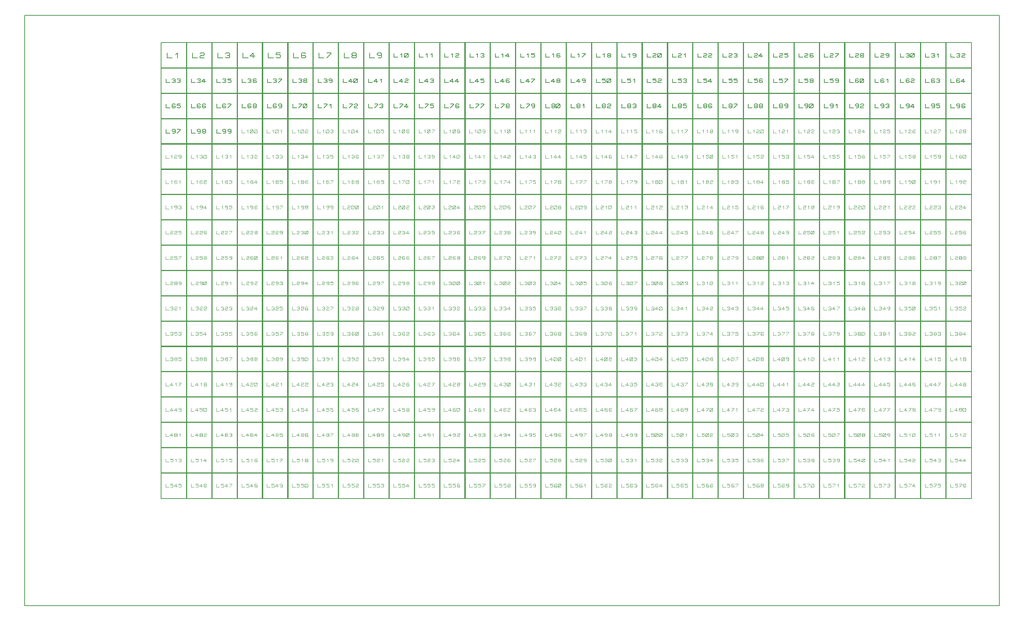
<source format=gbr>
G04 PROTEUS GERBER X2 FILE*
%TF.GenerationSoftware,Labcenter,Proteus,8.6-SP2-Build23525*%
%TF.CreationDate,2023-01-18T21:31:38+00:00*%
%TF.FileFunction,AssemblyDrawing,Top*%
%TF.FilePolarity,Positive*%
%TF.Part,Single*%
%FSLAX45Y45*%
%MOMM*%
G01*
%TA.AperFunction,Material*%
%ADD19C,0.203200*%
%ADD25C,0.203440*%
%ADD26C,0.152580*%
%ADD27C,0.122060*%
%TA.AperFunction,Profile*%
%ADD16C,0.203200*%
%TD.AperFunction*%
D19*
X-7869912Y+5544840D02*
X-7259592Y+5544840D01*
X-7259592Y+6155160D01*
X-7869912Y+6155160D01*
X-7869912Y+5544840D01*
D25*
X-7727504Y+5911032D02*
X-7727504Y+5788968D01*
X-7605440Y+5788968D01*
X-7524064Y+5870344D02*
X-7483376Y+5911032D01*
X-7483376Y+5788968D01*
D19*
X-7269912Y+5544840D02*
X-6659592Y+5544840D01*
X-6659592Y+6155160D01*
X-7269912Y+6155160D01*
X-7269912Y+5544840D01*
D25*
X-7127504Y+5911032D02*
X-7127504Y+5788968D01*
X-7005440Y+5788968D01*
X-6944408Y+5890688D02*
X-6924064Y+5911032D01*
X-6863032Y+5911032D01*
X-6842688Y+5890688D01*
X-6842688Y+5870344D01*
X-6863032Y+5850000D01*
X-6924064Y+5850000D01*
X-6944408Y+5829656D01*
X-6944408Y+5788968D01*
X-6842688Y+5788968D01*
D19*
X-6669912Y+5544840D02*
X-6059592Y+5544840D01*
X-6059592Y+6155160D01*
X-6669912Y+6155160D01*
X-6669912Y+5544840D01*
D25*
X-6527504Y+5911032D02*
X-6527504Y+5788968D01*
X-6405440Y+5788968D01*
X-6344408Y+5890688D02*
X-6324064Y+5911032D01*
X-6263032Y+5911032D01*
X-6242688Y+5890688D01*
X-6242688Y+5870344D01*
X-6263032Y+5850000D01*
X-6242688Y+5829656D01*
X-6242688Y+5809312D01*
X-6263032Y+5788968D01*
X-6324064Y+5788968D01*
X-6344408Y+5809312D01*
X-6303720Y+5850000D02*
X-6263032Y+5850000D01*
D19*
X-6069912Y+5544840D02*
X-5459592Y+5544840D01*
X-5459592Y+6155160D01*
X-6069912Y+6155160D01*
X-6069912Y+5544840D01*
D25*
X-5927504Y+5911032D02*
X-5927504Y+5788968D01*
X-5805440Y+5788968D01*
X-5642688Y+5829656D02*
X-5764752Y+5829656D01*
X-5683376Y+5911032D01*
X-5683376Y+5788968D01*
D19*
X-5469912Y+5544840D02*
X-4859592Y+5544840D01*
X-4859592Y+6155160D01*
X-5469912Y+6155160D01*
X-5469912Y+5544840D01*
D25*
X-5327504Y+5911032D02*
X-5327504Y+5788968D01*
X-5205440Y+5788968D01*
X-5042688Y+5911032D02*
X-5144408Y+5911032D01*
X-5144408Y+5870344D01*
X-5063032Y+5870344D01*
X-5042688Y+5850000D01*
X-5042688Y+5809312D01*
X-5063032Y+5788968D01*
X-5124064Y+5788968D01*
X-5144408Y+5809312D01*
D19*
X-4869912Y+5544840D02*
X-4259592Y+5544840D01*
X-4259592Y+6155160D01*
X-4869912Y+6155160D01*
X-4869912Y+5544840D01*
D25*
X-4727504Y+5911032D02*
X-4727504Y+5788968D01*
X-4605440Y+5788968D01*
X-4442688Y+5890688D02*
X-4463032Y+5911032D01*
X-4524064Y+5911032D01*
X-4544408Y+5890688D01*
X-4544408Y+5809312D01*
X-4524064Y+5788968D01*
X-4463032Y+5788968D01*
X-4442688Y+5809312D01*
X-4442688Y+5829656D01*
X-4463032Y+5850000D01*
X-4544408Y+5850000D01*
D19*
X-4269912Y+5544840D02*
X-3659592Y+5544840D01*
X-3659592Y+6155160D01*
X-4269912Y+6155160D01*
X-4269912Y+5544840D01*
D25*
X-4127504Y+5911032D02*
X-4127504Y+5788968D01*
X-4005440Y+5788968D01*
X-3944408Y+5911032D02*
X-3842688Y+5911032D01*
X-3842688Y+5890688D01*
X-3944408Y+5788968D01*
D19*
X-3669912Y+5544840D02*
X-3059592Y+5544840D01*
X-3059592Y+6155160D01*
X-3669912Y+6155160D01*
X-3669912Y+5544840D01*
D25*
X-3527504Y+5911032D02*
X-3527504Y+5788968D01*
X-3405440Y+5788968D01*
X-3324064Y+5850000D02*
X-3344408Y+5870344D01*
X-3344408Y+5890688D01*
X-3324064Y+5911032D01*
X-3263032Y+5911032D01*
X-3242688Y+5890688D01*
X-3242688Y+5870344D01*
X-3263032Y+5850000D01*
X-3324064Y+5850000D01*
X-3344408Y+5829656D01*
X-3344408Y+5809312D01*
X-3324064Y+5788968D01*
X-3263032Y+5788968D01*
X-3242688Y+5809312D01*
X-3242688Y+5829656D01*
X-3263032Y+5850000D01*
D19*
X-3069912Y+5544840D02*
X-2459592Y+5544840D01*
X-2459592Y+6155160D01*
X-3069912Y+6155160D01*
X-3069912Y+5544840D01*
D25*
X-2927504Y+5911032D02*
X-2927504Y+5788968D01*
X-2805440Y+5788968D01*
X-2642688Y+5870344D02*
X-2663032Y+5850000D01*
X-2724064Y+5850000D01*
X-2744408Y+5870344D01*
X-2744408Y+5890688D01*
X-2724064Y+5911032D01*
X-2663032Y+5911032D01*
X-2642688Y+5890688D01*
X-2642688Y+5809312D01*
X-2663032Y+5788968D01*
X-2724064Y+5788968D01*
D19*
X-2469912Y+5544840D02*
X-1859592Y+5544840D01*
X-1859592Y+6155160D01*
X-2469912Y+6155160D01*
X-2469912Y+5544840D01*
D26*
X-2347848Y+5895774D02*
X-2347848Y+5804226D01*
X-2256300Y+5804226D01*
X-2195268Y+5865258D02*
X-2164752Y+5895774D01*
X-2164752Y+5804226D01*
X-2103720Y+5819484D02*
X-2103720Y+5880516D01*
X-2088462Y+5895774D01*
X-2027430Y+5895774D01*
X-2012172Y+5880516D01*
X-2012172Y+5819484D01*
X-2027430Y+5804226D01*
X-2088462Y+5804226D01*
X-2103720Y+5819484D01*
X-2103720Y+5804226D02*
X-2012172Y+5895774D01*
D19*
X-1869912Y+5544840D02*
X-1259592Y+5544840D01*
X-1259592Y+6155160D01*
X-1869912Y+6155160D01*
X-1869912Y+5544840D01*
D26*
X-1747848Y+5895774D02*
X-1747848Y+5804226D01*
X-1656300Y+5804226D01*
X-1595268Y+5865258D02*
X-1564752Y+5895774D01*
X-1564752Y+5804226D01*
X-1473204Y+5865258D02*
X-1442688Y+5895774D01*
X-1442688Y+5804226D01*
D19*
X-1269912Y+5544840D02*
X-659592Y+5544840D01*
X-659592Y+6155160D01*
X-1269912Y+6155160D01*
X-1269912Y+5544840D01*
D26*
X-1147848Y+5895774D02*
X-1147848Y+5804226D01*
X-1056300Y+5804226D01*
X-995268Y+5865258D02*
X-964752Y+5895774D01*
X-964752Y+5804226D01*
X-888462Y+5880516D02*
X-873204Y+5895774D01*
X-827430Y+5895774D01*
X-812172Y+5880516D01*
X-812172Y+5865258D01*
X-827430Y+5850000D01*
X-873204Y+5850000D01*
X-888462Y+5834742D01*
X-888462Y+5804226D01*
X-812172Y+5804226D01*
D19*
X-669912Y+5544840D02*
X-59592Y+5544840D01*
X-59592Y+6155160D01*
X-669912Y+6155160D01*
X-669912Y+5544840D01*
D26*
X-547848Y+5895774D02*
X-547848Y+5804226D01*
X-456300Y+5804226D01*
X-395268Y+5865258D02*
X-364752Y+5895774D01*
X-364752Y+5804226D01*
X-288462Y+5880516D02*
X-273204Y+5895774D01*
X-227430Y+5895774D01*
X-212172Y+5880516D01*
X-212172Y+5865258D01*
X-227430Y+5850000D01*
X-212172Y+5834742D01*
X-212172Y+5819484D01*
X-227430Y+5804226D01*
X-273204Y+5804226D01*
X-288462Y+5819484D01*
X-257946Y+5850000D02*
X-227430Y+5850000D01*
D19*
X-69912Y+5544840D02*
X+540408Y+5544840D01*
X+540408Y+6155160D01*
X-69912Y+6155160D01*
X-69912Y+5544840D01*
D26*
X+52152Y+5895774D02*
X+52152Y+5804226D01*
X+143700Y+5804226D01*
X+204732Y+5865258D02*
X+235248Y+5895774D01*
X+235248Y+5804226D01*
X+387828Y+5834742D02*
X+296280Y+5834742D01*
X+357312Y+5895774D01*
X+357312Y+5804226D01*
D19*
X+530088Y+5544840D02*
X+1140408Y+5544840D01*
X+1140408Y+6155160D01*
X+530088Y+6155160D01*
X+530088Y+5544840D01*
D26*
X+652152Y+5895774D02*
X+652152Y+5804226D01*
X+743700Y+5804226D01*
X+804732Y+5865258D02*
X+835248Y+5895774D01*
X+835248Y+5804226D01*
X+987828Y+5895774D02*
X+911538Y+5895774D01*
X+911538Y+5865258D01*
X+972570Y+5865258D01*
X+987828Y+5850000D01*
X+987828Y+5819484D01*
X+972570Y+5804226D01*
X+926796Y+5804226D01*
X+911538Y+5819484D01*
D19*
X+1130088Y+5544840D02*
X+1740408Y+5544840D01*
X+1740408Y+6155160D01*
X+1130088Y+6155160D01*
X+1130088Y+5544840D01*
D26*
X+1252152Y+5895774D02*
X+1252152Y+5804226D01*
X+1343700Y+5804226D01*
X+1404732Y+5865258D02*
X+1435248Y+5895774D01*
X+1435248Y+5804226D01*
X+1587828Y+5880516D02*
X+1572570Y+5895774D01*
X+1526796Y+5895774D01*
X+1511538Y+5880516D01*
X+1511538Y+5819484D01*
X+1526796Y+5804226D01*
X+1572570Y+5804226D01*
X+1587828Y+5819484D01*
X+1587828Y+5834742D01*
X+1572570Y+5850000D01*
X+1511538Y+5850000D01*
D19*
X+1730088Y+5544840D02*
X+2340408Y+5544840D01*
X+2340408Y+6155160D01*
X+1730088Y+6155160D01*
X+1730088Y+5544840D01*
D26*
X+1852152Y+5895774D02*
X+1852152Y+5804226D01*
X+1943700Y+5804226D01*
X+2004732Y+5865258D02*
X+2035248Y+5895774D01*
X+2035248Y+5804226D01*
X+2111538Y+5895774D02*
X+2187828Y+5895774D01*
X+2187828Y+5880516D01*
X+2111538Y+5804226D01*
D19*
X+2330088Y+5544840D02*
X+2940408Y+5544840D01*
X+2940408Y+6155160D01*
X+2330088Y+6155160D01*
X+2330088Y+5544840D01*
D26*
X+2452152Y+5895774D02*
X+2452152Y+5804226D01*
X+2543700Y+5804226D01*
X+2604732Y+5865258D02*
X+2635248Y+5895774D01*
X+2635248Y+5804226D01*
X+2726796Y+5850000D02*
X+2711538Y+5865258D01*
X+2711538Y+5880516D01*
X+2726796Y+5895774D01*
X+2772570Y+5895774D01*
X+2787828Y+5880516D01*
X+2787828Y+5865258D01*
X+2772570Y+5850000D01*
X+2726796Y+5850000D01*
X+2711538Y+5834742D01*
X+2711538Y+5819484D01*
X+2726796Y+5804226D01*
X+2772570Y+5804226D01*
X+2787828Y+5819484D01*
X+2787828Y+5834742D01*
X+2772570Y+5850000D01*
D19*
X+2930088Y+5544840D02*
X+3540408Y+5544840D01*
X+3540408Y+6155160D01*
X+2930088Y+6155160D01*
X+2930088Y+5544840D01*
D26*
X+3052152Y+5895774D02*
X+3052152Y+5804226D01*
X+3143700Y+5804226D01*
X+3204732Y+5865258D02*
X+3235248Y+5895774D01*
X+3235248Y+5804226D01*
X+3387828Y+5865258D02*
X+3372570Y+5850000D01*
X+3326796Y+5850000D01*
X+3311538Y+5865258D01*
X+3311538Y+5880516D01*
X+3326796Y+5895774D01*
X+3372570Y+5895774D01*
X+3387828Y+5880516D01*
X+3387828Y+5819484D01*
X+3372570Y+5804226D01*
X+3326796Y+5804226D01*
D19*
X+3530088Y+5544840D02*
X+4140408Y+5544840D01*
X+4140408Y+6155160D01*
X+3530088Y+6155160D01*
X+3530088Y+5544840D01*
D26*
X+3652152Y+5895774D02*
X+3652152Y+5804226D01*
X+3743700Y+5804226D01*
X+3789474Y+5880516D02*
X+3804732Y+5895774D01*
X+3850506Y+5895774D01*
X+3865764Y+5880516D01*
X+3865764Y+5865258D01*
X+3850506Y+5850000D01*
X+3804732Y+5850000D01*
X+3789474Y+5834742D01*
X+3789474Y+5804226D01*
X+3865764Y+5804226D01*
X+3896280Y+5819484D02*
X+3896280Y+5880516D01*
X+3911538Y+5895774D01*
X+3972570Y+5895774D01*
X+3987828Y+5880516D01*
X+3987828Y+5819484D01*
X+3972570Y+5804226D01*
X+3911538Y+5804226D01*
X+3896280Y+5819484D01*
X+3896280Y+5804226D02*
X+3987828Y+5895774D01*
D19*
X+4130088Y+5544840D02*
X+4740408Y+5544840D01*
X+4740408Y+6155160D01*
X+4130088Y+6155160D01*
X+4130088Y+5544840D01*
D26*
X+4252152Y+5895774D02*
X+4252152Y+5804226D01*
X+4343700Y+5804226D01*
X+4389474Y+5880516D02*
X+4404732Y+5895774D01*
X+4450506Y+5895774D01*
X+4465764Y+5880516D01*
X+4465764Y+5865258D01*
X+4450506Y+5850000D01*
X+4404732Y+5850000D01*
X+4389474Y+5834742D01*
X+4389474Y+5804226D01*
X+4465764Y+5804226D01*
X+4526796Y+5865258D02*
X+4557312Y+5895774D01*
X+4557312Y+5804226D01*
D19*
X+4730088Y+5544840D02*
X+5340408Y+5544840D01*
X+5340408Y+6155160D01*
X+4730088Y+6155160D01*
X+4730088Y+5544840D01*
D26*
X+4852152Y+5895774D02*
X+4852152Y+5804226D01*
X+4943700Y+5804226D01*
X+4989474Y+5880516D02*
X+5004732Y+5895774D01*
X+5050506Y+5895774D01*
X+5065764Y+5880516D01*
X+5065764Y+5865258D01*
X+5050506Y+5850000D01*
X+5004732Y+5850000D01*
X+4989474Y+5834742D01*
X+4989474Y+5804226D01*
X+5065764Y+5804226D01*
X+5111538Y+5880516D02*
X+5126796Y+5895774D01*
X+5172570Y+5895774D01*
X+5187828Y+5880516D01*
X+5187828Y+5865258D01*
X+5172570Y+5850000D01*
X+5126796Y+5850000D01*
X+5111538Y+5834742D01*
X+5111538Y+5804226D01*
X+5187828Y+5804226D01*
D19*
X+5330088Y+5544840D02*
X+5940408Y+5544840D01*
X+5940408Y+6155160D01*
X+5330088Y+6155160D01*
X+5330088Y+5544840D01*
D26*
X+5452152Y+5895774D02*
X+5452152Y+5804226D01*
X+5543700Y+5804226D01*
X+5589474Y+5880516D02*
X+5604732Y+5895774D01*
X+5650506Y+5895774D01*
X+5665764Y+5880516D01*
X+5665764Y+5865258D01*
X+5650506Y+5850000D01*
X+5604732Y+5850000D01*
X+5589474Y+5834742D01*
X+5589474Y+5804226D01*
X+5665764Y+5804226D01*
X+5711538Y+5880516D02*
X+5726796Y+5895774D01*
X+5772570Y+5895774D01*
X+5787828Y+5880516D01*
X+5787828Y+5865258D01*
X+5772570Y+5850000D01*
X+5787828Y+5834742D01*
X+5787828Y+5819484D01*
X+5772570Y+5804226D01*
X+5726796Y+5804226D01*
X+5711538Y+5819484D01*
X+5742054Y+5850000D02*
X+5772570Y+5850000D01*
D19*
X+5930088Y+5544840D02*
X+6540408Y+5544840D01*
X+6540408Y+6155160D01*
X+5930088Y+6155160D01*
X+5930088Y+5544840D01*
D26*
X+6052152Y+5895774D02*
X+6052152Y+5804226D01*
X+6143700Y+5804226D01*
X+6189474Y+5880516D02*
X+6204732Y+5895774D01*
X+6250506Y+5895774D01*
X+6265764Y+5880516D01*
X+6265764Y+5865258D01*
X+6250506Y+5850000D01*
X+6204732Y+5850000D01*
X+6189474Y+5834742D01*
X+6189474Y+5804226D01*
X+6265764Y+5804226D01*
X+6387828Y+5834742D02*
X+6296280Y+5834742D01*
X+6357312Y+5895774D01*
X+6357312Y+5804226D01*
D19*
X+6530088Y+5544840D02*
X+7140408Y+5544840D01*
X+7140408Y+6155160D01*
X+6530088Y+6155160D01*
X+6530088Y+5544840D01*
D26*
X+6652152Y+5895774D02*
X+6652152Y+5804226D01*
X+6743700Y+5804226D01*
X+6789474Y+5880516D02*
X+6804732Y+5895774D01*
X+6850506Y+5895774D01*
X+6865764Y+5880516D01*
X+6865764Y+5865258D01*
X+6850506Y+5850000D01*
X+6804732Y+5850000D01*
X+6789474Y+5834742D01*
X+6789474Y+5804226D01*
X+6865764Y+5804226D01*
X+6987828Y+5895774D02*
X+6911538Y+5895774D01*
X+6911538Y+5865258D01*
X+6972570Y+5865258D01*
X+6987828Y+5850000D01*
X+6987828Y+5819484D01*
X+6972570Y+5804226D01*
X+6926796Y+5804226D01*
X+6911538Y+5819484D01*
D19*
X+7130088Y+5544840D02*
X+7740408Y+5544840D01*
X+7740408Y+6155160D01*
X+7130088Y+6155160D01*
X+7130088Y+5544840D01*
D26*
X+7252152Y+5895774D02*
X+7252152Y+5804226D01*
X+7343700Y+5804226D01*
X+7389474Y+5880516D02*
X+7404732Y+5895774D01*
X+7450506Y+5895774D01*
X+7465764Y+5880516D01*
X+7465764Y+5865258D01*
X+7450506Y+5850000D01*
X+7404732Y+5850000D01*
X+7389474Y+5834742D01*
X+7389474Y+5804226D01*
X+7465764Y+5804226D01*
X+7587828Y+5880516D02*
X+7572570Y+5895774D01*
X+7526796Y+5895774D01*
X+7511538Y+5880516D01*
X+7511538Y+5819484D01*
X+7526796Y+5804226D01*
X+7572570Y+5804226D01*
X+7587828Y+5819484D01*
X+7587828Y+5834742D01*
X+7572570Y+5850000D01*
X+7511538Y+5850000D01*
D19*
X+7730088Y+5544840D02*
X+8340408Y+5544840D01*
X+8340408Y+6155160D01*
X+7730088Y+6155160D01*
X+7730088Y+5544840D01*
D26*
X+7852152Y+5895774D02*
X+7852152Y+5804226D01*
X+7943700Y+5804226D01*
X+7989474Y+5880516D02*
X+8004732Y+5895774D01*
X+8050506Y+5895774D01*
X+8065764Y+5880516D01*
X+8065764Y+5865258D01*
X+8050506Y+5850000D01*
X+8004732Y+5850000D01*
X+7989474Y+5834742D01*
X+7989474Y+5804226D01*
X+8065764Y+5804226D01*
X+8111538Y+5895774D02*
X+8187828Y+5895774D01*
X+8187828Y+5880516D01*
X+8111538Y+5804226D01*
D19*
X+8330088Y+5544840D02*
X+8940408Y+5544840D01*
X+8940408Y+6155160D01*
X+8330088Y+6155160D01*
X+8330088Y+5544840D01*
D26*
X+8452152Y+5895774D02*
X+8452152Y+5804226D01*
X+8543700Y+5804226D01*
X+8589474Y+5880516D02*
X+8604732Y+5895774D01*
X+8650506Y+5895774D01*
X+8665764Y+5880516D01*
X+8665764Y+5865258D01*
X+8650506Y+5850000D01*
X+8604732Y+5850000D01*
X+8589474Y+5834742D01*
X+8589474Y+5804226D01*
X+8665764Y+5804226D01*
X+8726796Y+5850000D02*
X+8711538Y+5865258D01*
X+8711538Y+5880516D01*
X+8726796Y+5895774D01*
X+8772570Y+5895774D01*
X+8787828Y+5880516D01*
X+8787828Y+5865258D01*
X+8772570Y+5850000D01*
X+8726796Y+5850000D01*
X+8711538Y+5834742D01*
X+8711538Y+5819484D01*
X+8726796Y+5804226D01*
X+8772570Y+5804226D01*
X+8787828Y+5819484D01*
X+8787828Y+5834742D01*
X+8772570Y+5850000D01*
D19*
X+8930088Y+5544840D02*
X+9540408Y+5544840D01*
X+9540408Y+6155160D01*
X+8930088Y+6155160D01*
X+8930088Y+5544840D01*
D26*
X+9052152Y+5895774D02*
X+9052152Y+5804226D01*
X+9143700Y+5804226D01*
X+9189474Y+5880516D02*
X+9204732Y+5895774D01*
X+9250506Y+5895774D01*
X+9265764Y+5880516D01*
X+9265764Y+5865258D01*
X+9250506Y+5850000D01*
X+9204732Y+5850000D01*
X+9189474Y+5834742D01*
X+9189474Y+5804226D01*
X+9265764Y+5804226D01*
X+9387828Y+5865258D02*
X+9372570Y+5850000D01*
X+9326796Y+5850000D01*
X+9311538Y+5865258D01*
X+9311538Y+5880516D01*
X+9326796Y+5895774D01*
X+9372570Y+5895774D01*
X+9387828Y+5880516D01*
X+9387828Y+5819484D01*
X+9372570Y+5804226D01*
X+9326796Y+5804226D01*
D19*
X+9530088Y+5544840D02*
X+10140408Y+5544840D01*
X+10140408Y+6155160D01*
X+9530088Y+6155160D01*
X+9530088Y+5544840D01*
D26*
X+9652152Y+5895774D02*
X+9652152Y+5804226D01*
X+9743700Y+5804226D01*
X+9789474Y+5880516D02*
X+9804732Y+5895774D01*
X+9850506Y+5895774D01*
X+9865764Y+5880516D01*
X+9865764Y+5865258D01*
X+9850506Y+5850000D01*
X+9865764Y+5834742D01*
X+9865764Y+5819484D01*
X+9850506Y+5804226D01*
X+9804732Y+5804226D01*
X+9789474Y+5819484D01*
X+9819990Y+5850000D02*
X+9850506Y+5850000D01*
X+9896280Y+5819484D02*
X+9896280Y+5880516D01*
X+9911538Y+5895774D01*
X+9972570Y+5895774D01*
X+9987828Y+5880516D01*
X+9987828Y+5819484D01*
X+9972570Y+5804226D01*
X+9911538Y+5804226D01*
X+9896280Y+5819484D01*
X+9896280Y+5804226D02*
X+9987828Y+5895774D01*
D19*
X+10130088Y+5544840D02*
X+10740408Y+5544840D01*
X+10740408Y+6155160D01*
X+10130088Y+6155160D01*
X+10130088Y+5544840D01*
D26*
X+10252152Y+5895774D02*
X+10252152Y+5804226D01*
X+10343700Y+5804226D01*
X+10389474Y+5880516D02*
X+10404732Y+5895774D01*
X+10450506Y+5895774D01*
X+10465764Y+5880516D01*
X+10465764Y+5865258D01*
X+10450506Y+5850000D01*
X+10465764Y+5834742D01*
X+10465764Y+5819484D01*
X+10450506Y+5804226D01*
X+10404732Y+5804226D01*
X+10389474Y+5819484D01*
X+10419990Y+5850000D02*
X+10450506Y+5850000D01*
X+10526796Y+5865258D02*
X+10557312Y+5895774D01*
X+10557312Y+5804226D01*
D19*
X+10730088Y+5544840D02*
X+11340408Y+5544840D01*
X+11340408Y+6155160D01*
X+10730088Y+6155160D01*
X+10730088Y+5544840D01*
D26*
X+10852152Y+5895774D02*
X+10852152Y+5804226D01*
X+10943700Y+5804226D01*
X+10989474Y+5880516D02*
X+11004732Y+5895774D01*
X+11050506Y+5895774D01*
X+11065764Y+5880516D01*
X+11065764Y+5865258D01*
X+11050506Y+5850000D01*
X+11065764Y+5834742D01*
X+11065764Y+5819484D01*
X+11050506Y+5804226D01*
X+11004732Y+5804226D01*
X+10989474Y+5819484D01*
X+11019990Y+5850000D02*
X+11050506Y+5850000D01*
X+11111538Y+5880516D02*
X+11126796Y+5895774D01*
X+11172570Y+5895774D01*
X+11187828Y+5880516D01*
X+11187828Y+5865258D01*
X+11172570Y+5850000D01*
X+11126796Y+5850000D01*
X+11111538Y+5834742D01*
X+11111538Y+5804226D01*
X+11187828Y+5804226D01*
D19*
X-7869912Y+4944840D02*
X-7259592Y+4944840D01*
X-7259592Y+5555160D01*
X-7869912Y+5555160D01*
X-7869912Y+4944840D01*
D26*
X-7747848Y+5295774D02*
X-7747848Y+5204226D01*
X-7656300Y+5204226D01*
X-7610526Y+5280516D02*
X-7595268Y+5295774D01*
X-7549494Y+5295774D01*
X-7534236Y+5280516D01*
X-7534236Y+5265258D01*
X-7549494Y+5250000D01*
X-7534236Y+5234742D01*
X-7534236Y+5219484D01*
X-7549494Y+5204226D01*
X-7595268Y+5204226D01*
X-7610526Y+5219484D01*
X-7580010Y+5250000D02*
X-7549494Y+5250000D01*
X-7488462Y+5280516D02*
X-7473204Y+5295774D01*
X-7427430Y+5295774D01*
X-7412172Y+5280516D01*
X-7412172Y+5265258D01*
X-7427430Y+5250000D01*
X-7412172Y+5234742D01*
X-7412172Y+5219484D01*
X-7427430Y+5204226D01*
X-7473204Y+5204226D01*
X-7488462Y+5219484D01*
X-7457946Y+5250000D02*
X-7427430Y+5250000D01*
D19*
X-7269912Y+4944840D02*
X-6659592Y+4944840D01*
X-6659592Y+5555160D01*
X-7269912Y+5555160D01*
X-7269912Y+4944840D01*
D26*
X-7147848Y+5295774D02*
X-7147848Y+5204226D01*
X-7056300Y+5204226D01*
X-7010526Y+5280516D02*
X-6995268Y+5295774D01*
X-6949494Y+5295774D01*
X-6934236Y+5280516D01*
X-6934236Y+5265258D01*
X-6949494Y+5250000D01*
X-6934236Y+5234742D01*
X-6934236Y+5219484D01*
X-6949494Y+5204226D01*
X-6995268Y+5204226D01*
X-7010526Y+5219484D01*
X-6980010Y+5250000D02*
X-6949494Y+5250000D01*
X-6812172Y+5234742D02*
X-6903720Y+5234742D01*
X-6842688Y+5295774D01*
X-6842688Y+5204226D01*
D19*
X-6669912Y+4944840D02*
X-6059592Y+4944840D01*
X-6059592Y+5555160D01*
X-6669912Y+5555160D01*
X-6669912Y+4944840D01*
D26*
X-6547848Y+5295774D02*
X-6547848Y+5204226D01*
X-6456300Y+5204226D01*
X-6410526Y+5280516D02*
X-6395268Y+5295774D01*
X-6349494Y+5295774D01*
X-6334236Y+5280516D01*
X-6334236Y+5265258D01*
X-6349494Y+5250000D01*
X-6334236Y+5234742D01*
X-6334236Y+5219484D01*
X-6349494Y+5204226D01*
X-6395268Y+5204226D01*
X-6410526Y+5219484D01*
X-6380010Y+5250000D02*
X-6349494Y+5250000D01*
X-6212172Y+5295774D02*
X-6288462Y+5295774D01*
X-6288462Y+5265258D01*
X-6227430Y+5265258D01*
X-6212172Y+5250000D01*
X-6212172Y+5219484D01*
X-6227430Y+5204226D01*
X-6273204Y+5204226D01*
X-6288462Y+5219484D01*
D19*
X-6069912Y+4944840D02*
X-5459592Y+4944840D01*
X-5459592Y+5555160D01*
X-6069912Y+5555160D01*
X-6069912Y+4944840D01*
D26*
X-5947848Y+5295774D02*
X-5947848Y+5204226D01*
X-5856300Y+5204226D01*
X-5810526Y+5280516D02*
X-5795268Y+5295774D01*
X-5749494Y+5295774D01*
X-5734236Y+5280516D01*
X-5734236Y+5265258D01*
X-5749494Y+5250000D01*
X-5734236Y+5234742D01*
X-5734236Y+5219484D01*
X-5749494Y+5204226D01*
X-5795268Y+5204226D01*
X-5810526Y+5219484D01*
X-5780010Y+5250000D02*
X-5749494Y+5250000D01*
X-5612172Y+5280516D02*
X-5627430Y+5295774D01*
X-5673204Y+5295774D01*
X-5688462Y+5280516D01*
X-5688462Y+5219484D01*
X-5673204Y+5204226D01*
X-5627430Y+5204226D01*
X-5612172Y+5219484D01*
X-5612172Y+5234742D01*
X-5627430Y+5250000D01*
X-5688462Y+5250000D01*
D19*
X-5469912Y+4944840D02*
X-4859592Y+4944840D01*
X-4859592Y+5555160D01*
X-5469912Y+5555160D01*
X-5469912Y+4944840D01*
D26*
X-5347848Y+5295774D02*
X-5347848Y+5204226D01*
X-5256300Y+5204226D01*
X-5210526Y+5280516D02*
X-5195268Y+5295774D01*
X-5149494Y+5295774D01*
X-5134236Y+5280516D01*
X-5134236Y+5265258D01*
X-5149494Y+5250000D01*
X-5134236Y+5234742D01*
X-5134236Y+5219484D01*
X-5149494Y+5204226D01*
X-5195268Y+5204226D01*
X-5210526Y+5219484D01*
X-5180010Y+5250000D02*
X-5149494Y+5250000D01*
X-5088462Y+5295774D02*
X-5012172Y+5295774D01*
X-5012172Y+5280516D01*
X-5088462Y+5204226D01*
D19*
X-4869912Y+4944840D02*
X-4259592Y+4944840D01*
X-4259592Y+5555160D01*
X-4869912Y+5555160D01*
X-4869912Y+4944840D01*
D26*
X-4747848Y+5295774D02*
X-4747848Y+5204226D01*
X-4656300Y+5204226D01*
X-4610526Y+5280516D02*
X-4595268Y+5295774D01*
X-4549494Y+5295774D01*
X-4534236Y+5280516D01*
X-4534236Y+5265258D01*
X-4549494Y+5250000D01*
X-4534236Y+5234742D01*
X-4534236Y+5219484D01*
X-4549494Y+5204226D01*
X-4595268Y+5204226D01*
X-4610526Y+5219484D01*
X-4580010Y+5250000D02*
X-4549494Y+5250000D01*
X-4473204Y+5250000D02*
X-4488462Y+5265258D01*
X-4488462Y+5280516D01*
X-4473204Y+5295774D01*
X-4427430Y+5295774D01*
X-4412172Y+5280516D01*
X-4412172Y+5265258D01*
X-4427430Y+5250000D01*
X-4473204Y+5250000D01*
X-4488462Y+5234742D01*
X-4488462Y+5219484D01*
X-4473204Y+5204226D01*
X-4427430Y+5204226D01*
X-4412172Y+5219484D01*
X-4412172Y+5234742D01*
X-4427430Y+5250000D01*
D19*
X-4269912Y+4944840D02*
X-3659592Y+4944840D01*
X-3659592Y+5555160D01*
X-4269912Y+5555160D01*
X-4269912Y+4944840D01*
D26*
X-4147848Y+5295774D02*
X-4147848Y+5204226D01*
X-4056300Y+5204226D01*
X-4010526Y+5280516D02*
X-3995268Y+5295774D01*
X-3949494Y+5295774D01*
X-3934236Y+5280516D01*
X-3934236Y+5265258D01*
X-3949494Y+5250000D01*
X-3934236Y+5234742D01*
X-3934236Y+5219484D01*
X-3949494Y+5204226D01*
X-3995268Y+5204226D01*
X-4010526Y+5219484D01*
X-3980010Y+5250000D02*
X-3949494Y+5250000D01*
X-3812172Y+5265258D02*
X-3827430Y+5250000D01*
X-3873204Y+5250000D01*
X-3888462Y+5265258D01*
X-3888462Y+5280516D01*
X-3873204Y+5295774D01*
X-3827430Y+5295774D01*
X-3812172Y+5280516D01*
X-3812172Y+5219484D01*
X-3827430Y+5204226D01*
X-3873204Y+5204226D01*
D19*
X-3669912Y+4944840D02*
X-3059592Y+4944840D01*
X-3059592Y+5555160D01*
X-3669912Y+5555160D01*
X-3669912Y+4944840D01*
D26*
X-3547848Y+5295774D02*
X-3547848Y+5204226D01*
X-3456300Y+5204226D01*
X-3334236Y+5234742D02*
X-3425784Y+5234742D01*
X-3364752Y+5295774D01*
X-3364752Y+5204226D01*
X-3303720Y+5219484D02*
X-3303720Y+5280516D01*
X-3288462Y+5295774D01*
X-3227430Y+5295774D01*
X-3212172Y+5280516D01*
X-3212172Y+5219484D01*
X-3227430Y+5204226D01*
X-3288462Y+5204226D01*
X-3303720Y+5219484D01*
X-3303720Y+5204226D02*
X-3212172Y+5295774D01*
D19*
X-3069912Y+4944840D02*
X-2459592Y+4944840D01*
X-2459592Y+5555160D01*
X-3069912Y+5555160D01*
X-3069912Y+4944840D01*
D26*
X-2947848Y+5295774D02*
X-2947848Y+5204226D01*
X-2856300Y+5204226D01*
X-2734236Y+5234742D02*
X-2825784Y+5234742D01*
X-2764752Y+5295774D01*
X-2764752Y+5204226D01*
X-2673204Y+5265258D02*
X-2642688Y+5295774D01*
X-2642688Y+5204226D01*
D19*
X-2469912Y+4944840D02*
X-1859592Y+4944840D01*
X-1859592Y+5555160D01*
X-2469912Y+5555160D01*
X-2469912Y+4944840D01*
D26*
X-2347848Y+5295774D02*
X-2347848Y+5204226D01*
X-2256300Y+5204226D01*
X-2134236Y+5234742D02*
X-2225784Y+5234742D01*
X-2164752Y+5295774D01*
X-2164752Y+5204226D01*
X-2088462Y+5280516D02*
X-2073204Y+5295774D01*
X-2027430Y+5295774D01*
X-2012172Y+5280516D01*
X-2012172Y+5265258D01*
X-2027430Y+5250000D01*
X-2073204Y+5250000D01*
X-2088462Y+5234742D01*
X-2088462Y+5204226D01*
X-2012172Y+5204226D01*
D19*
X-1869912Y+4944840D02*
X-1259592Y+4944840D01*
X-1259592Y+5555160D01*
X-1869912Y+5555160D01*
X-1869912Y+4944840D01*
D26*
X-1747848Y+5295774D02*
X-1747848Y+5204226D01*
X-1656300Y+5204226D01*
X-1534236Y+5234742D02*
X-1625784Y+5234742D01*
X-1564752Y+5295774D01*
X-1564752Y+5204226D01*
X-1488462Y+5280516D02*
X-1473204Y+5295774D01*
X-1427430Y+5295774D01*
X-1412172Y+5280516D01*
X-1412172Y+5265258D01*
X-1427430Y+5250000D01*
X-1412172Y+5234742D01*
X-1412172Y+5219484D01*
X-1427430Y+5204226D01*
X-1473204Y+5204226D01*
X-1488462Y+5219484D01*
X-1457946Y+5250000D02*
X-1427430Y+5250000D01*
D19*
X-1269912Y+4944840D02*
X-659592Y+4944840D01*
X-659592Y+5555160D01*
X-1269912Y+5555160D01*
X-1269912Y+4944840D01*
D26*
X-1147848Y+5295774D02*
X-1147848Y+5204226D01*
X-1056300Y+5204226D01*
X-934236Y+5234742D02*
X-1025784Y+5234742D01*
X-964752Y+5295774D01*
X-964752Y+5204226D01*
X-812172Y+5234742D02*
X-903720Y+5234742D01*
X-842688Y+5295774D01*
X-842688Y+5204226D01*
D19*
X-669912Y+4944840D02*
X-59592Y+4944840D01*
X-59592Y+5555160D01*
X-669912Y+5555160D01*
X-669912Y+4944840D01*
D26*
X-547848Y+5295774D02*
X-547848Y+5204226D01*
X-456300Y+5204226D01*
X-334236Y+5234742D02*
X-425784Y+5234742D01*
X-364752Y+5295774D01*
X-364752Y+5204226D01*
X-212172Y+5295774D02*
X-288462Y+5295774D01*
X-288462Y+5265258D01*
X-227430Y+5265258D01*
X-212172Y+5250000D01*
X-212172Y+5219484D01*
X-227430Y+5204226D01*
X-273204Y+5204226D01*
X-288462Y+5219484D01*
D19*
X-69912Y+4944840D02*
X+540408Y+4944840D01*
X+540408Y+5555160D01*
X-69912Y+5555160D01*
X-69912Y+4944840D01*
D26*
X+52152Y+5295774D02*
X+52152Y+5204226D01*
X+143700Y+5204226D01*
X+265764Y+5234742D02*
X+174216Y+5234742D01*
X+235248Y+5295774D01*
X+235248Y+5204226D01*
X+387828Y+5280516D02*
X+372570Y+5295774D01*
X+326796Y+5295774D01*
X+311538Y+5280516D01*
X+311538Y+5219484D01*
X+326796Y+5204226D01*
X+372570Y+5204226D01*
X+387828Y+5219484D01*
X+387828Y+5234742D01*
X+372570Y+5250000D01*
X+311538Y+5250000D01*
D19*
X+530088Y+4944840D02*
X+1140408Y+4944840D01*
X+1140408Y+5555160D01*
X+530088Y+5555160D01*
X+530088Y+4944840D01*
D26*
X+652152Y+5295774D02*
X+652152Y+5204226D01*
X+743700Y+5204226D01*
X+865764Y+5234742D02*
X+774216Y+5234742D01*
X+835248Y+5295774D01*
X+835248Y+5204226D01*
X+911538Y+5295774D02*
X+987828Y+5295774D01*
X+987828Y+5280516D01*
X+911538Y+5204226D01*
D19*
X+1130088Y+4944840D02*
X+1740408Y+4944840D01*
X+1740408Y+5555160D01*
X+1130088Y+5555160D01*
X+1130088Y+4944840D01*
D26*
X+1252152Y+5295774D02*
X+1252152Y+5204226D01*
X+1343700Y+5204226D01*
X+1465764Y+5234742D02*
X+1374216Y+5234742D01*
X+1435248Y+5295774D01*
X+1435248Y+5204226D01*
X+1526796Y+5250000D02*
X+1511538Y+5265258D01*
X+1511538Y+5280516D01*
X+1526796Y+5295774D01*
X+1572570Y+5295774D01*
X+1587828Y+5280516D01*
X+1587828Y+5265258D01*
X+1572570Y+5250000D01*
X+1526796Y+5250000D01*
X+1511538Y+5234742D01*
X+1511538Y+5219484D01*
X+1526796Y+5204226D01*
X+1572570Y+5204226D01*
X+1587828Y+5219484D01*
X+1587828Y+5234742D01*
X+1572570Y+5250000D01*
D19*
X+1730088Y+4944840D02*
X+2340408Y+4944840D01*
X+2340408Y+5555160D01*
X+1730088Y+5555160D01*
X+1730088Y+4944840D01*
D26*
X+1852152Y+5295774D02*
X+1852152Y+5204226D01*
X+1943700Y+5204226D01*
X+2065764Y+5234742D02*
X+1974216Y+5234742D01*
X+2035248Y+5295774D01*
X+2035248Y+5204226D01*
X+2187828Y+5265258D02*
X+2172570Y+5250000D01*
X+2126796Y+5250000D01*
X+2111538Y+5265258D01*
X+2111538Y+5280516D01*
X+2126796Y+5295774D01*
X+2172570Y+5295774D01*
X+2187828Y+5280516D01*
X+2187828Y+5219484D01*
X+2172570Y+5204226D01*
X+2126796Y+5204226D01*
D19*
X+2330088Y+4944840D02*
X+2940408Y+4944840D01*
X+2940408Y+5555160D01*
X+2330088Y+5555160D01*
X+2330088Y+4944840D01*
D26*
X+2452152Y+5295774D02*
X+2452152Y+5204226D01*
X+2543700Y+5204226D01*
X+2665764Y+5295774D02*
X+2589474Y+5295774D01*
X+2589474Y+5265258D01*
X+2650506Y+5265258D01*
X+2665764Y+5250000D01*
X+2665764Y+5219484D01*
X+2650506Y+5204226D01*
X+2604732Y+5204226D01*
X+2589474Y+5219484D01*
X+2696280Y+5219484D02*
X+2696280Y+5280516D01*
X+2711538Y+5295774D01*
X+2772570Y+5295774D01*
X+2787828Y+5280516D01*
X+2787828Y+5219484D01*
X+2772570Y+5204226D01*
X+2711538Y+5204226D01*
X+2696280Y+5219484D01*
X+2696280Y+5204226D02*
X+2787828Y+5295774D01*
D19*
X+2930088Y+4944840D02*
X+3540408Y+4944840D01*
X+3540408Y+5555160D01*
X+2930088Y+5555160D01*
X+2930088Y+4944840D01*
D26*
X+3052152Y+5295774D02*
X+3052152Y+5204226D01*
X+3143700Y+5204226D01*
X+3265764Y+5295774D02*
X+3189474Y+5295774D01*
X+3189474Y+5265258D01*
X+3250506Y+5265258D01*
X+3265764Y+5250000D01*
X+3265764Y+5219484D01*
X+3250506Y+5204226D01*
X+3204732Y+5204226D01*
X+3189474Y+5219484D01*
X+3326796Y+5265258D02*
X+3357312Y+5295774D01*
X+3357312Y+5204226D01*
D19*
X+3530088Y+4944840D02*
X+4140408Y+4944840D01*
X+4140408Y+5555160D01*
X+3530088Y+5555160D01*
X+3530088Y+4944840D01*
D26*
X+3652152Y+5295774D02*
X+3652152Y+5204226D01*
X+3743700Y+5204226D01*
X+3865764Y+5295774D02*
X+3789474Y+5295774D01*
X+3789474Y+5265258D01*
X+3850506Y+5265258D01*
X+3865764Y+5250000D01*
X+3865764Y+5219484D01*
X+3850506Y+5204226D01*
X+3804732Y+5204226D01*
X+3789474Y+5219484D01*
X+3911538Y+5280516D02*
X+3926796Y+5295774D01*
X+3972570Y+5295774D01*
X+3987828Y+5280516D01*
X+3987828Y+5265258D01*
X+3972570Y+5250000D01*
X+3926796Y+5250000D01*
X+3911538Y+5234742D01*
X+3911538Y+5204226D01*
X+3987828Y+5204226D01*
D19*
X+4130088Y+4944840D02*
X+4740408Y+4944840D01*
X+4740408Y+5555160D01*
X+4130088Y+5555160D01*
X+4130088Y+4944840D01*
D26*
X+4252152Y+5295774D02*
X+4252152Y+5204226D01*
X+4343700Y+5204226D01*
X+4465764Y+5295774D02*
X+4389474Y+5295774D01*
X+4389474Y+5265258D01*
X+4450506Y+5265258D01*
X+4465764Y+5250000D01*
X+4465764Y+5219484D01*
X+4450506Y+5204226D01*
X+4404732Y+5204226D01*
X+4389474Y+5219484D01*
X+4511538Y+5280516D02*
X+4526796Y+5295774D01*
X+4572570Y+5295774D01*
X+4587828Y+5280516D01*
X+4587828Y+5265258D01*
X+4572570Y+5250000D01*
X+4587828Y+5234742D01*
X+4587828Y+5219484D01*
X+4572570Y+5204226D01*
X+4526796Y+5204226D01*
X+4511538Y+5219484D01*
X+4542054Y+5250000D02*
X+4572570Y+5250000D01*
D19*
X+4730088Y+4944840D02*
X+5340408Y+4944840D01*
X+5340408Y+5555160D01*
X+4730088Y+5555160D01*
X+4730088Y+4944840D01*
D26*
X+4852152Y+5295774D02*
X+4852152Y+5204226D01*
X+4943700Y+5204226D01*
X+5065764Y+5295774D02*
X+4989474Y+5295774D01*
X+4989474Y+5265258D01*
X+5050506Y+5265258D01*
X+5065764Y+5250000D01*
X+5065764Y+5219484D01*
X+5050506Y+5204226D01*
X+5004732Y+5204226D01*
X+4989474Y+5219484D01*
X+5187828Y+5234742D02*
X+5096280Y+5234742D01*
X+5157312Y+5295774D01*
X+5157312Y+5204226D01*
D19*
X+5330088Y+4944840D02*
X+5940408Y+4944840D01*
X+5940408Y+5555160D01*
X+5330088Y+5555160D01*
X+5330088Y+4944840D01*
D26*
X+5452152Y+5295774D02*
X+5452152Y+5204226D01*
X+5543700Y+5204226D01*
X+5665764Y+5295774D02*
X+5589474Y+5295774D01*
X+5589474Y+5265258D01*
X+5650506Y+5265258D01*
X+5665764Y+5250000D01*
X+5665764Y+5219484D01*
X+5650506Y+5204226D01*
X+5604732Y+5204226D01*
X+5589474Y+5219484D01*
X+5787828Y+5295774D02*
X+5711538Y+5295774D01*
X+5711538Y+5265258D01*
X+5772570Y+5265258D01*
X+5787828Y+5250000D01*
X+5787828Y+5219484D01*
X+5772570Y+5204226D01*
X+5726796Y+5204226D01*
X+5711538Y+5219484D01*
D19*
X+5930088Y+4944840D02*
X+6540408Y+4944840D01*
X+6540408Y+5555160D01*
X+5930088Y+5555160D01*
X+5930088Y+4944840D01*
D26*
X+6052152Y+5295774D02*
X+6052152Y+5204226D01*
X+6143700Y+5204226D01*
X+6265764Y+5295774D02*
X+6189474Y+5295774D01*
X+6189474Y+5265258D01*
X+6250506Y+5265258D01*
X+6265764Y+5250000D01*
X+6265764Y+5219484D01*
X+6250506Y+5204226D01*
X+6204732Y+5204226D01*
X+6189474Y+5219484D01*
X+6387828Y+5280516D02*
X+6372570Y+5295774D01*
X+6326796Y+5295774D01*
X+6311538Y+5280516D01*
X+6311538Y+5219484D01*
X+6326796Y+5204226D01*
X+6372570Y+5204226D01*
X+6387828Y+5219484D01*
X+6387828Y+5234742D01*
X+6372570Y+5250000D01*
X+6311538Y+5250000D01*
D19*
X+6530088Y+4944840D02*
X+7140408Y+4944840D01*
X+7140408Y+5555160D01*
X+6530088Y+5555160D01*
X+6530088Y+4944840D01*
D26*
X+6652152Y+5295774D02*
X+6652152Y+5204226D01*
X+6743700Y+5204226D01*
X+6865764Y+5295774D02*
X+6789474Y+5295774D01*
X+6789474Y+5265258D01*
X+6850506Y+5265258D01*
X+6865764Y+5250000D01*
X+6865764Y+5219484D01*
X+6850506Y+5204226D01*
X+6804732Y+5204226D01*
X+6789474Y+5219484D01*
X+6911538Y+5295774D02*
X+6987828Y+5295774D01*
X+6987828Y+5280516D01*
X+6911538Y+5204226D01*
D19*
X+7130088Y+4944840D02*
X+7740408Y+4944840D01*
X+7740408Y+5555160D01*
X+7130088Y+5555160D01*
X+7130088Y+4944840D01*
D26*
X+7252152Y+5295774D02*
X+7252152Y+5204226D01*
X+7343700Y+5204226D01*
X+7465764Y+5295774D02*
X+7389474Y+5295774D01*
X+7389474Y+5265258D01*
X+7450506Y+5265258D01*
X+7465764Y+5250000D01*
X+7465764Y+5219484D01*
X+7450506Y+5204226D01*
X+7404732Y+5204226D01*
X+7389474Y+5219484D01*
X+7526796Y+5250000D02*
X+7511538Y+5265258D01*
X+7511538Y+5280516D01*
X+7526796Y+5295774D01*
X+7572570Y+5295774D01*
X+7587828Y+5280516D01*
X+7587828Y+5265258D01*
X+7572570Y+5250000D01*
X+7526796Y+5250000D01*
X+7511538Y+5234742D01*
X+7511538Y+5219484D01*
X+7526796Y+5204226D01*
X+7572570Y+5204226D01*
X+7587828Y+5219484D01*
X+7587828Y+5234742D01*
X+7572570Y+5250000D01*
D19*
X+7730088Y+4944840D02*
X+8340408Y+4944840D01*
X+8340408Y+5555160D01*
X+7730088Y+5555160D01*
X+7730088Y+4944840D01*
D26*
X+7852152Y+5295774D02*
X+7852152Y+5204226D01*
X+7943700Y+5204226D01*
X+8065764Y+5295774D02*
X+7989474Y+5295774D01*
X+7989474Y+5265258D01*
X+8050506Y+5265258D01*
X+8065764Y+5250000D01*
X+8065764Y+5219484D01*
X+8050506Y+5204226D01*
X+8004732Y+5204226D01*
X+7989474Y+5219484D01*
X+8187828Y+5265258D02*
X+8172570Y+5250000D01*
X+8126796Y+5250000D01*
X+8111538Y+5265258D01*
X+8111538Y+5280516D01*
X+8126796Y+5295774D01*
X+8172570Y+5295774D01*
X+8187828Y+5280516D01*
X+8187828Y+5219484D01*
X+8172570Y+5204226D01*
X+8126796Y+5204226D01*
D19*
X+8330088Y+4944840D02*
X+8940408Y+4944840D01*
X+8940408Y+5555160D01*
X+8330088Y+5555160D01*
X+8330088Y+4944840D01*
D26*
X+8452152Y+5295774D02*
X+8452152Y+5204226D01*
X+8543700Y+5204226D01*
X+8665764Y+5280516D02*
X+8650506Y+5295774D01*
X+8604732Y+5295774D01*
X+8589474Y+5280516D01*
X+8589474Y+5219484D01*
X+8604732Y+5204226D01*
X+8650506Y+5204226D01*
X+8665764Y+5219484D01*
X+8665764Y+5234742D01*
X+8650506Y+5250000D01*
X+8589474Y+5250000D01*
X+8696280Y+5219484D02*
X+8696280Y+5280516D01*
X+8711538Y+5295774D01*
X+8772570Y+5295774D01*
X+8787828Y+5280516D01*
X+8787828Y+5219484D01*
X+8772570Y+5204226D01*
X+8711538Y+5204226D01*
X+8696280Y+5219484D01*
X+8696280Y+5204226D02*
X+8787828Y+5295774D01*
D19*
X+8930088Y+4944840D02*
X+9540408Y+4944840D01*
X+9540408Y+5555160D01*
X+8930088Y+5555160D01*
X+8930088Y+4944840D01*
D26*
X+9052152Y+5295774D02*
X+9052152Y+5204226D01*
X+9143700Y+5204226D01*
X+9265764Y+5280516D02*
X+9250506Y+5295774D01*
X+9204732Y+5295774D01*
X+9189474Y+5280516D01*
X+9189474Y+5219484D01*
X+9204732Y+5204226D01*
X+9250506Y+5204226D01*
X+9265764Y+5219484D01*
X+9265764Y+5234742D01*
X+9250506Y+5250000D01*
X+9189474Y+5250000D01*
X+9326796Y+5265258D02*
X+9357312Y+5295774D01*
X+9357312Y+5204226D01*
D19*
X+9530088Y+4944840D02*
X+10140408Y+4944840D01*
X+10140408Y+5555160D01*
X+9530088Y+5555160D01*
X+9530088Y+4944840D01*
D26*
X+9652152Y+5295774D02*
X+9652152Y+5204226D01*
X+9743700Y+5204226D01*
X+9865764Y+5280516D02*
X+9850506Y+5295774D01*
X+9804732Y+5295774D01*
X+9789474Y+5280516D01*
X+9789474Y+5219484D01*
X+9804732Y+5204226D01*
X+9850506Y+5204226D01*
X+9865764Y+5219484D01*
X+9865764Y+5234742D01*
X+9850506Y+5250000D01*
X+9789474Y+5250000D01*
X+9911538Y+5280516D02*
X+9926796Y+5295774D01*
X+9972570Y+5295774D01*
X+9987828Y+5280516D01*
X+9987828Y+5265258D01*
X+9972570Y+5250000D01*
X+9926796Y+5250000D01*
X+9911538Y+5234742D01*
X+9911538Y+5204226D01*
X+9987828Y+5204226D01*
D19*
X+10130088Y+4944840D02*
X+10740408Y+4944840D01*
X+10740408Y+5555160D01*
X+10130088Y+5555160D01*
X+10130088Y+4944840D01*
D26*
X+10252152Y+5295774D02*
X+10252152Y+5204226D01*
X+10343700Y+5204226D01*
X+10465764Y+5280516D02*
X+10450506Y+5295774D01*
X+10404732Y+5295774D01*
X+10389474Y+5280516D01*
X+10389474Y+5219484D01*
X+10404732Y+5204226D01*
X+10450506Y+5204226D01*
X+10465764Y+5219484D01*
X+10465764Y+5234742D01*
X+10450506Y+5250000D01*
X+10389474Y+5250000D01*
X+10511538Y+5280516D02*
X+10526796Y+5295774D01*
X+10572570Y+5295774D01*
X+10587828Y+5280516D01*
X+10587828Y+5265258D01*
X+10572570Y+5250000D01*
X+10587828Y+5234742D01*
X+10587828Y+5219484D01*
X+10572570Y+5204226D01*
X+10526796Y+5204226D01*
X+10511538Y+5219484D01*
X+10542054Y+5250000D02*
X+10572570Y+5250000D01*
D19*
X+10730088Y+4944840D02*
X+11340408Y+4944840D01*
X+11340408Y+5555160D01*
X+10730088Y+5555160D01*
X+10730088Y+4944840D01*
D26*
X+10852152Y+5295774D02*
X+10852152Y+5204226D01*
X+10943700Y+5204226D01*
X+11065764Y+5280516D02*
X+11050506Y+5295774D01*
X+11004732Y+5295774D01*
X+10989474Y+5280516D01*
X+10989474Y+5219484D01*
X+11004732Y+5204226D01*
X+11050506Y+5204226D01*
X+11065764Y+5219484D01*
X+11065764Y+5234742D01*
X+11050506Y+5250000D01*
X+10989474Y+5250000D01*
X+11187828Y+5234742D02*
X+11096280Y+5234742D01*
X+11157312Y+5295774D01*
X+11157312Y+5204226D01*
D19*
X-7869912Y+4344840D02*
X-7259592Y+4344840D01*
X-7259592Y+4955160D01*
X-7869912Y+4955160D01*
X-7869912Y+4344840D01*
D26*
X-7747848Y+4695774D02*
X-7747848Y+4604226D01*
X-7656300Y+4604226D01*
X-7534236Y+4680516D02*
X-7549494Y+4695774D01*
X-7595268Y+4695774D01*
X-7610526Y+4680516D01*
X-7610526Y+4619484D01*
X-7595268Y+4604226D01*
X-7549494Y+4604226D01*
X-7534236Y+4619484D01*
X-7534236Y+4634742D01*
X-7549494Y+4650000D01*
X-7610526Y+4650000D01*
X-7412172Y+4695774D02*
X-7488462Y+4695774D01*
X-7488462Y+4665258D01*
X-7427430Y+4665258D01*
X-7412172Y+4650000D01*
X-7412172Y+4619484D01*
X-7427430Y+4604226D01*
X-7473204Y+4604226D01*
X-7488462Y+4619484D01*
D19*
X-7269912Y+4344840D02*
X-6659592Y+4344840D01*
X-6659592Y+4955160D01*
X-7269912Y+4955160D01*
X-7269912Y+4344840D01*
D26*
X-7147848Y+4695774D02*
X-7147848Y+4604226D01*
X-7056300Y+4604226D01*
X-6934236Y+4680516D02*
X-6949494Y+4695774D01*
X-6995268Y+4695774D01*
X-7010526Y+4680516D01*
X-7010526Y+4619484D01*
X-6995268Y+4604226D01*
X-6949494Y+4604226D01*
X-6934236Y+4619484D01*
X-6934236Y+4634742D01*
X-6949494Y+4650000D01*
X-7010526Y+4650000D01*
X-6812172Y+4680516D02*
X-6827430Y+4695774D01*
X-6873204Y+4695774D01*
X-6888462Y+4680516D01*
X-6888462Y+4619484D01*
X-6873204Y+4604226D01*
X-6827430Y+4604226D01*
X-6812172Y+4619484D01*
X-6812172Y+4634742D01*
X-6827430Y+4650000D01*
X-6888462Y+4650000D01*
D19*
X-6669912Y+4344840D02*
X-6059592Y+4344840D01*
X-6059592Y+4955160D01*
X-6669912Y+4955160D01*
X-6669912Y+4344840D01*
D26*
X-6547848Y+4695774D02*
X-6547848Y+4604226D01*
X-6456300Y+4604226D01*
X-6334236Y+4680516D02*
X-6349494Y+4695774D01*
X-6395268Y+4695774D01*
X-6410526Y+4680516D01*
X-6410526Y+4619484D01*
X-6395268Y+4604226D01*
X-6349494Y+4604226D01*
X-6334236Y+4619484D01*
X-6334236Y+4634742D01*
X-6349494Y+4650000D01*
X-6410526Y+4650000D01*
X-6288462Y+4695774D02*
X-6212172Y+4695774D01*
X-6212172Y+4680516D01*
X-6288462Y+4604226D01*
D19*
X-6069912Y+4344840D02*
X-5459592Y+4344840D01*
X-5459592Y+4955160D01*
X-6069912Y+4955160D01*
X-6069912Y+4344840D01*
D26*
X-5947848Y+4695774D02*
X-5947848Y+4604226D01*
X-5856300Y+4604226D01*
X-5734236Y+4680516D02*
X-5749494Y+4695774D01*
X-5795268Y+4695774D01*
X-5810526Y+4680516D01*
X-5810526Y+4619484D01*
X-5795268Y+4604226D01*
X-5749494Y+4604226D01*
X-5734236Y+4619484D01*
X-5734236Y+4634742D01*
X-5749494Y+4650000D01*
X-5810526Y+4650000D01*
X-5673204Y+4650000D02*
X-5688462Y+4665258D01*
X-5688462Y+4680516D01*
X-5673204Y+4695774D01*
X-5627430Y+4695774D01*
X-5612172Y+4680516D01*
X-5612172Y+4665258D01*
X-5627430Y+4650000D01*
X-5673204Y+4650000D01*
X-5688462Y+4634742D01*
X-5688462Y+4619484D01*
X-5673204Y+4604226D01*
X-5627430Y+4604226D01*
X-5612172Y+4619484D01*
X-5612172Y+4634742D01*
X-5627430Y+4650000D01*
D19*
X-5469912Y+4344840D02*
X-4859592Y+4344840D01*
X-4859592Y+4955160D01*
X-5469912Y+4955160D01*
X-5469912Y+4344840D01*
D26*
X-5347848Y+4695774D02*
X-5347848Y+4604226D01*
X-5256300Y+4604226D01*
X-5134236Y+4680516D02*
X-5149494Y+4695774D01*
X-5195268Y+4695774D01*
X-5210526Y+4680516D01*
X-5210526Y+4619484D01*
X-5195268Y+4604226D01*
X-5149494Y+4604226D01*
X-5134236Y+4619484D01*
X-5134236Y+4634742D01*
X-5149494Y+4650000D01*
X-5210526Y+4650000D01*
X-5012172Y+4665258D02*
X-5027430Y+4650000D01*
X-5073204Y+4650000D01*
X-5088462Y+4665258D01*
X-5088462Y+4680516D01*
X-5073204Y+4695774D01*
X-5027430Y+4695774D01*
X-5012172Y+4680516D01*
X-5012172Y+4619484D01*
X-5027430Y+4604226D01*
X-5073204Y+4604226D01*
D19*
X-4869912Y+4344840D02*
X-4259592Y+4344840D01*
X-4259592Y+4955160D01*
X-4869912Y+4955160D01*
X-4869912Y+4344840D01*
D26*
X-4747848Y+4695774D02*
X-4747848Y+4604226D01*
X-4656300Y+4604226D01*
X-4610526Y+4695774D02*
X-4534236Y+4695774D01*
X-4534236Y+4680516D01*
X-4610526Y+4604226D01*
X-4503720Y+4619484D02*
X-4503720Y+4680516D01*
X-4488462Y+4695774D01*
X-4427430Y+4695774D01*
X-4412172Y+4680516D01*
X-4412172Y+4619484D01*
X-4427430Y+4604226D01*
X-4488462Y+4604226D01*
X-4503720Y+4619484D01*
X-4503720Y+4604226D02*
X-4412172Y+4695774D01*
D19*
X-4269912Y+4344840D02*
X-3659592Y+4344840D01*
X-3659592Y+4955160D01*
X-4269912Y+4955160D01*
X-4269912Y+4344840D01*
D26*
X-4147848Y+4695774D02*
X-4147848Y+4604226D01*
X-4056300Y+4604226D01*
X-4010526Y+4695774D02*
X-3934236Y+4695774D01*
X-3934236Y+4680516D01*
X-4010526Y+4604226D01*
X-3873204Y+4665258D02*
X-3842688Y+4695774D01*
X-3842688Y+4604226D01*
D19*
X-3669912Y+4344840D02*
X-3059592Y+4344840D01*
X-3059592Y+4955160D01*
X-3669912Y+4955160D01*
X-3669912Y+4344840D01*
D26*
X-3547848Y+4695774D02*
X-3547848Y+4604226D01*
X-3456300Y+4604226D01*
X-3410526Y+4695774D02*
X-3334236Y+4695774D01*
X-3334236Y+4680516D01*
X-3410526Y+4604226D01*
X-3288462Y+4680516D02*
X-3273204Y+4695774D01*
X-3227430Y+4695774D01*
X-3212172Y+4680516D01*
X-3212172Y+4665258D01*
X-3227430Y+4650000D01*
X-3273204Y+4650000D01*
X-3288462Y+4634742D01*
X-3288462Y+4604226D01*
X-3212172Y+4604226D01*
D19*
X-3069912Y+4344840D02*
X-2459592Y+4344840D01*
X-2459592Y+4955160D01*
X-3069912Y+4955160D01*
X-3069912Y+4344840D01*
D26*
X-2947848Y+4695774D02*
X-2947848Y+4604226D01*
X-2856300Y+4604226D01*
X-2810526Y+4695774D02*
X-2734236Y+4695774D01*
X-2734236Y+4680516D01*
X-2810526Y+4604226D01*
X-2688462Y+4680516D02*
X-2673204Y+4695774D01*
X-2627430Y+4695774D01*
X-2612172Y+4680516D01*
X-2612172Y+4665258D01*
X-2627430Y+4650000D01*
X-2612172Y+4634742D01*
X-2612172Y+4619484D01*
X-2627430Y+4604226D01*
X-2673204Y+4604226D01*
X-2688462Y+4619484D01*
X-2657946Y+4650000D02*
X-2627430Y+4650000D01*
D19*
X-2469912Y+4344840D02*
X-1859592Y+4344840D01*
X-1859592Y+4955160D01*
X-2469912Y+4955160D01*
X-2469912Y+4344840D01*
D26*
X-2347848Y+4695774D02*
X-2347848Y+4604226D01*
X-2256300Y+4604226D01*
X-2210526Y+4695774D02*
X-2134236Y+4695774D01*
X-2134236Y+4680516D01*
X-2210526Y+4604226D01*
X-2012172Y+4634742D02*
X-2103720Y+4634742D01*
X-2042688Y+4695774D01*
X-2042688Y+4604226D01*
D19*
X-1869912Y+4344840D02*
X-1259592Y+4344840D01*
X-1259592Y+4955160D01*
X-1869912Y+4955160D01*
X-1869912Y+4344840D01*
D26*
X-1747848Y+4695774D02*
X-1747848Y+4604226D01*
X-1656300Y+4604226D01*
X-1610526Y+4695774D02*
X-1534236Y+4695774D01*
X-1534236Y+4680516D01*
X-1610526Y+4604226D01*
X-1412172Y+4695774D02*
X-1488462Y+4695774D01*
X-1488462Y+4665258D01*
X-1427430Y+4665258D01*
X-1412172Y+4650000D01*
X-1412172Y+4619484D01*
X-1427430Y+4604226D01*
X-1473204Y+4604226D01*
X-1488462Y+4619484D01*
D19*
X-1269912Y+4344840D02*
X-659592Y+4344840D01*
X-659592Y+4955160D01*
X-1269912Y+4955160D01*
X-1269912Y+4344840D01*
D26*
X-1147848Y+4695774D02*
X-1147848Y+4604226D01*
X-1056300Y+4604226D01*
X-1010526Y+4695774D02*
X-934236Y+4695774D01*
X-934236Y+4680516D01*
X-1010526Y+4604226D01*
X-812172Y+4680516D02*
X-827430Y+4695774D01*
X-873204Y+4695774D01*
X-888462Y+4680516D01*
X-888462Y+4619484D01*
X-873204Y+4604226D01*
X-827430Y+4604226D01*
X-812172Y+4619484D01*
X-812172Y+4634742D01*
X-827430Y+4650000D01*
X-888462Y+4650000D01*
D19*
X-669912Y+4344840D02*
X-59592Y+4344840D01*
X-59592Y+4955160D01*
X-669912Y+4955160D01*
X-669912Y+4344840D01*
D26*
X-547848Y+4695774D02*
X-547848Y+4604226D01*
X-456300Y+4604226D01*
X-410526Y+4695774D02*
X-334236Y+4695774D01*
X-334236Y+4680516D01*
X-410526Y+4604226D01*
X-288462Y+4695774D02*
X-212172Y+4695774D01*
X-212172Y+4680516D01*
X-288462Y+4604226D01*
D19*
X-69912Y+4344840D02*
X+540408Y+4344840D01*
X+540408Y+4955160D01*
X-69912Y+4955160D01*
X-69912Y+4344840D01*
D26*
X+52152Y+4695774D02*
X+52152Y+4604226D01*
X+143700Y+4604226D01*
X+189474Y+4695774D02*
X+265764Y+4695774D01*
X+265764Y+4680516D01*
X+189474Y+4604226D01*
X+326796Y+4650000D02*
X+311538Y+4665258D01*
X+311538Y+4680516D01*
X+326796Y+4695774D01*
X+372570Y+4695774D01*
X+387828Y+4680516D01*
X+387828Y+4665258D01*
X+372570Y+4650000D01*
X+326796Y+4650000D01*
X+311538Y+4634742D01*
X+311538Y+4619484D01*
X+326796Y+4604226D01*
X+372570Y+4604226D01*
X+387828Y+4619484D01*
X+387828Y+4634742D01*
X+372570Y+4650000D01*
D19*
X+530088Y+4344840D02*
X+1140408Y+4344840D01*
X+1140408Y+4955160D01*
X+530088Y+4955160D01*
X+530088Y+4344840D01*
D26*
X+652152Y+4695774D02*
X+652152Y+4604226D01*
X+743700Y+4604226D01*
X+789474Y+4695774D02*
X+865764Y+4695774D01*
X+865764Y+4680516D01*
X+789474Y+4604226D01*
X+987828Y+4665258D02*
X+972570Y+4650000D01*
X+926796Y+4650000D01*
X+911538Y+4665258D01*
X+911538Y+4680516D01*
X+926796Y+4695774D01*
X+972570Y+4695774D01*
X+987828Y+4680516D01*
X+987828Y+4619484D01*
X+972570Y+4604226D01*
X+926796Y+4604226D01*
D19*
X+1130088Y+4344840D02*
X+1740408Y+4344840D01*
X+1740408Y+4955160D01*
X+1130088Y+4955160D01*
X+1130088Y+4344840D01*
D26*
X+1252152Y+4695774D02*
X+1252152Y+4604226D01*
X+1343700Y+4604226D01*
X+1404732Y+4650000D02*
X+1389474Y+4665258D01*
X+1389474Y+4680516D01*
X+1404732Y+4695774D01*
X+1450506Y+4695774D01*
X+1465764Y+4680516D01*
X+1465764Y+4665258D01*
X+1450506Y+4650000D01*
X+1404732Y+4650000D01*
X+1389474Y+4634742D01*
X+1389474Y+4619484D01*
X+1404732Y+4604226D01*
X+1450506Y+4604226D01*
X+1465764Y+4619484D01*
X+1465764Y+4634742D01*
X+1450506Y+4650000D01*
X+1496280Y+4619484D02*
X+1496280Y+4680516D01*
X+1511538Y+4695774D01*
X+1572570Y+4695774D01*
X+1587828Y+4680516D01*
X+1587828Y+4619484D01*
X+1572570Y+4604226D01*
X+1511538Y+4604226D01*
X+1496280Y+4619484D01*
X+1496280Y+4604226D02*
X+1587828Y+4695774D01*
D19*
X+1730088Y+4344840D02*
X+2340408Y+4344840D01*
X+2340408Y+4955160D01*
X+1730088Y+4955160D01*
X+1730088Y+4344840D01*
D26*
X+1852152Y+4695774D02*
X+1852152Y+4604226D01*
X+1943700Y+4604226D01*
X+2004732Y+4650000D02*
X+1989474Y+4665258D01*
X+1989474Y+4680516D01*
X+2004732Y+4695774D01*
X+2050506Y+4695774D01*
X+2065764Y+4680516D01*
X+2065764Y+4665258D01*
X+2050506Y+4650000D01*
X+2004732Y+4650000D01*
X+1989474Y+4634742D01*
X+1989474Y+4619484D01*
X+2004732Y+4604226D01*
X+2050506Y+4604226D01*
X+2065764Y+4619484D01*
X+2065764Y+4634742D01*
X+2050506Y+4650000D01*
X+2126796Y+4665258D02*
X+2157312Y+4695774D01*
X+2157312Y+4604226D01*
D19*
X+2330088Y+4344840D02*
X+2940408Y+4344840D01*
X+2940408Y+4955160D01*
X+2330088Y+4955160D01*
X+2330088Y+4344840D01*
D26*
X+2452152Y+4695774D02*
X+2452152Y+4604226D01*
X+2543700Y+4604226D01*
X+2604732Y+4650000D02*
X+2589474Y+4665258D01*
X+2589474Y+4680516D01*
X+2604732Y+4695774D01*
X+2650506Y+4695774D01*
X+2665764Y+4680516D01*
X+2665764Y+4665258D01*
X+2650506Y+4650000D01*
X+2604732Y+4650000D01*
X+2589474Y+4634742D01*
X+2589474Y+4619484D01*
X+2604732Y+4604226D01*
X+2650506Y+4604226D01*
X+2665764Y+4619484D01*
X+2665764Y+4634742D01*
X+2650506Y+4650000D01*
X+2711538Y+4680516D02*
X+2726796Y+4695774D01*
X+2772570Y+4695774D01*
X+2787828Y+4680516D01*
X+2787828Y+4665258D01*
X+2772570Y+4650000D01*
X+2726796Y+4650000D01*
X+2711538Y+4634742D01*
X+2711538Y+4604226D01*
X+2787828Y+4604226D01*
D19*
X+2930088Y+4344840D02*
X+3540408Y+4344840D01*
X+3540408Y+4955160D01*
X+2930088Y+4955160D01*
X+2930088Y+4344840D01*
D26*
X+3052152Y+4695774D02*
X+3052152Y+4604226D01*
X+3143700Y+4604226D01*
X+3204732Y+4650000D02*
X+3189474Y+4665258D01*
X+3189474Y+4680516D01*
X+3204732Y+4695774D01*
X+3250506Y+4695774D01*
X+3265764Y+4680516D01*
X+3265764Y+4665258D01*
X+3250506Y+4650000D01*
X+3204732Y+4650000D01*
X+3189474Y+4634742D01*
X+3189474Y+4619484D01*
X+3204732Y+4604226D01*
X+3250506Y+4604226D01*
X+3265764Y+4619484D01*
X+3265764Y+4634742D01*
X+3250506Y+4650000D01*
X+3311538Y+4680516D02*
X+3326796Y+4695774D01*
X+3372570Y+4695774D01*
X+3387828Y+4680516D01*
X+3387828Y+4665258D01*
X+3372570Y+4650000D01*
X+3387828Y+4634742D01*
X+3387828Y+4619484D01*
X+3372570Y+4604226D01*
X+3326796Y+4604226D01*
X+3311538Y+4619484D01*
X+3342054Y+4650000D02*
X+3372570Y+4650000D01*
D19*
X+3530088Y+4344840D02*
X+4140408Y+4344840D01*
X+4140408Y+4955160D01*
X+3530088Y+4955160D01*
X+3530088Y+4344840D01*
D26*
X+3652152Y+4695774D02*
X+3652152Y+4604226D01*
X+3743700Y+4604226D01*
X+3804732Y+4650000D02*
X+3789474Y+4665258D01*
X+3789474Y+4680516D01*
X+3804732Y+4695774D01*
X+3850506Y+4695774D01*
X+3865764Y+4680516D01*
X+3865764Y+4665258D01*
X+3850506Y+4650000D01*
X+3804732Y+4650000D01*
X+3789474Y+4634742D01*
X+3789474Y+4619484D01*
X+3804732Y+4604226D01*
X+3850506Y+4604226D01*
X+3865764Y+4619484D01*
X+3865764Y+4634742D01*
X+3850506Y+4650000D01*
X+3987828Y+4634742D02*
X+3896280Y+4634742D01*
X+3957312Y+4695774D01*
X+3957312Y+4604226D01*
D19*
X+4130088Y+4344840D02*
X+4740408Y+4344840D01*
X+4740408Y+4955160D01*
X+4130088Y+4955160D01*
X+4130088Y+4344840D01*
D26*
X+4252152Y+4695774D02*
X+4252152Y+4604226D01*
X+4343700Y+4604226D01*
X+4404732Y+4650000D02*
X+4389474Y+4665258D01*
X+4389474Y+4680516D01*
X+4404732Y+4695774D01*
X+4450506Y+4695774D01*
X+4465764Y+4680516D01*
X+4465764Y+4665258D01*
X+4450506Y+4650000D01*
X+4404732Y+4650000D01*
X+4389474Y+4634742D01*
X+4389474Y+4619484D01*
X+4404732Y+4604226D01*
X+4450506Y+4604226D01*
X+4465764Y+4619484D01*
X+4465764Y+4634742D01*
X+4450506Y+4650000D01*
X+4587828Y+4695774D02*
X+4511538Y+4695774D01*
X+4511538Y+4665258D01*
X+4572570Y+4665258D01*
X+4587828Y+4650000D01*
X+4587828Y+4619484D01*
X+4572570Y+4604226D01*
X+4526796Y+4604226D01*
X+4511538Y+4619484D01*
D19*
X+4730088Y+4344840D02*
X+5340408Y+4344840D01*
X+5340408Y+4955160D01*
X+4730088Y+4955160D01*
X+4730088Y+4344840D01*
D26*
X+4852152Y+4695774D02*
X+4852152Y+4604226D01*
X+4943700Y+4604226D01*
X+5004732Y+4650000D02*
X+4989474Y+4665258D01*
X+4989474Y+4680516D01*
X+5004732Y+4695774D01*
X+5050506Y+4695774D01*
X+5065764Y+4680516D01*
X+5065764Y+4665258D01*
X+5050506Y+4650000D01*
X+5004732Y+4650000D01*
X+4989474Y+4634742D01*
X+4989474Y+4619484D01*
X+5004732Y+4604226D01*
X+5050506Y+4604226D01*
X+5065764Y+4619484D01*
X+5065764Y+4634742D01*
X+5050506Y+4650000D01*
X+5187828Y+4680516D02*
X+5172570Y+4695774D01*
X+5126796Y+4695774D01*
X+5111538Y+4680516D01*
X+5111538Y+4619484D01*
X+5126796Y+4604226D01*
X+5172570Y+4604226D01*
X+5187828Y+4619484D01*
X+5187828Y+4634742D01*
X+5172570Y+4650000D01*
X+5111538Y+4650000D01*
D19*
X+5330088Y+4344840D02*
X+5940408Y+4344840D01*
X+5940408Y+4955160D01*
X+5330088Y+4955160D01*
X+5330088Y+4344840D01*
D26*
X+5452152Y+4695774D02*
X+5452152Y+4604226D01*
X+5543700Y+4604226D01*
X+5604732Y+4650000D02*
X+5589474Y+4665258D01*
X+5589474Y+4680516D01*
X+5604732Y+4695774D01*
X+5650506Y+4695774D01*
X+5665764Y+4680516D01*
X+5665764Y+4665258D01*
X+5650506Y+4650000D01*
X+5604732Y+4650000D01*
X+5589474Y+4634742D01*
X+5589474Y+4619484D01*
X+5604732Y+4604226D01*
X+5650506Y+4604226D01*
X+5665764Y+4619484D01*
X+5665764Y+4634742D01*
X+5650506Y+4650000D01*
X+5711538Y+4695774D02*
X+5787828Y+4695774D01*
X+5787828Y+4680516D01*
X+5711538Y+4604226D01*
D19*
X+5930088Y+4344840D02*
X+6540408Y+4344840D01*
X+6540408Y+4955160D01*
X+5930088Y+4955160D01*
X+5930088Y+4344840D01*
D26*
X+6052152Y+4695774D02*
X+6052152Y+4604226D01*
X+6143700Y+4604226D01*
X+6204732Y+4650000D02*
X+6189474Y+4665258D01*
X+6189474Y+4680516D01*
X+6204732Y+4695774D01*
X+6250506Y+4695774D01*
X+6265764Y+4680516D01*
X+6265764Y+4665258D01*
X+6250506Y+4650000D01*
X+6204732Y+4650000D01*
X+6189474Y+4634742D01*
X+6189474Y+4619484D01*
X+6204732Y+4604226D01*
X+6250506Y+4604226D01*
X+6265764Y+4619484D01*
X+6265764Y+4634742D01*
X+6250506Y+4650000D01*
X+6326796Y+4650000D02*
X+6311538Y+4665258D01*
X+6311538Y+4680516D01*
X+6326796Y+4695774D01*
X+6372570Y+4695774D01*
X+6387828Y+4680516D01*
X+6387828Y+4665258D01*
X+6372570Y+4650000D01*
X+6326796Y+4650000D01*
X+6311538Y+4634742D01*
X+6311538Y+4619484D01*
X+6326796Y+4604226D01*
X+6372570Y+4604226D01*
X+6387828Y+4619484D01*
X+6387828Y+4634742D01*
X+6372570Y+4650000D01*
D19*
X+6530088Y+4344840D02*
X+7140408Y+4344840D01*
X+7140408Y+4955160D01*
X+6530088Y+4955160D01*
X+6530088Y+4344840D01*
D26*
X+6652152Y+4695774D02*
X+6652152Y+4604226D01*
X+6743700Y+4604226D01*
X+6804732Y+4650000D02*
X+6789474Y+4665258D01*
X+6789474Y+4680516D01*
X+6804732Y+4695774D01*
X+6850506Y+4695774D01*
X+6865764Y+4680516D01*
X+6865764Y+4665258D01*
X+6850506Y+4650000D01*
X+6804732Y+4650000D01*
X+6789474Y+4634742D01*
X+6789474Y+4619484D01*
X+6804732Y+4604226D01*
X+6850506Y+4604226D01*
X+6865764Y+4619484D01*
X+6865764Y+4634742D01*
X+6850506Y+4650000D01*
X+6987828Y+4665258D02*
X+6972570Y+4650000D01*
X+6926796Y+4650000D01*
X+6911538Y+4665258D01*
X+6911538Y+4680516D01*
X+6926796Y+4695774D01*
X+6972570Y+4695774D01*
X+6987828Y+4680516D01*
X+6987828Y+4619484D01*
X+6972570Y+4604226D01*
X+6926796Y+4604226D01*
D19*
X+7130088Y+4344840D02*
X+7740408Y+4344840D01*
X+7740408Y+4955160D01*
X+7130088Y+4955160D01*
X+7130088Y+4344840D01*
D26*
X+7252152Y+4695774D02*
X+7252152Y+4604226D01*
X+7343700Y+4604226D01*
X+7465764Y+4665258D02*
X+7450506Y+4650000D01*
X+7404732Y+4650000D01*
X+7389474Y+4665258D01*
X+7389474Y+4680516D01*
X+7404732Y+4695774D01*
X+7450506Y+4695774D01*
X+7465764Y+4680516D01*
X+7465764Y+4619484D01*
X+7450506Y+4604226D01*
X+7404732Y+4604226D01*
X+7496280Y+4619484D02*
X+7496280Y+4680516D01*
X+7511538Y+4695774D01*
X+7572570Y+4695774D01*
X+7587828Y+4680516D01*
X+7587828Y+4619484D01*
X+7572570Y+4604226D01*
X+7511538Y+4604226D01*
X+7496280Y+4619484D01*
X+7496280Y+4604226D02*
X+7587828Y+4695774D01*
D19*
X+7730088Y+4344840D02*
X+8340408Y+4344840D01*
X+8340408Y+4955160D01*
X+7730088Y+4955160D01*
X+7730088Y+4344840D01*
D26*
X+7852152Y+4695774D02*
X+7852152Y+4604226D01*
X+7943700Y+4604226D01*
X+8065764Y+4665258D02*
X+8050506Y+4650000D01*
X+8004732Y+4650000D01*
X+7989474Y+4665258D01*
X+7989474Y+4680516D01*
X+8004732Y+4695774D01*
X+8050506Y+4695774D01*
X+8065764Y+4680516D01*
X+8065764Y+4619484D01*
X+8050506Y+4604226D01*
X+8004732Y+4604226D01*
X+8126796Y+4665258D02*
X+8157312Y+4695774D01*
X+8157312Y+4604226D01*
D19*
X+8330088Y+4344840D02*
X+8940408Y+4344840D01*
X+8940408Y+4955160D01*
X+8330088Y+4955160D01*
X+8330088Y+4344840D01*
D26*
X+8452152Y+4695774D02*
X+8452152Y+4604226D01*
X+8543700Y+4604226D01*
X+8665764Y+4665258D02*
X+8650506Y+4650000D01*
X+8604732Y+4650000D01*
X+8589474Y+4665258D01*
X+8589474Y+4680516D01*
X+8604732Y+4695774D01*
X+8650506Y+4695774D01*
X+8665764Y+4680516D01*
X+8665764Y+4619484D01*
X+8650506Y+4604226D01*
X+8604732Y+4604226D01*
X+8711538Y+4680516D02*
X+8726796Y+4695774D01*
X+8772570Y+4695774D01*
X+8787828Y+4680516D01*
X+8787828Y+4665258D01*
X+8772570Y+4650000D01*
X+8726796Y+4650000D01*
X+8711538Y+4634742D01*
X+8711538Y+4604226D01*
X+8787828Y+4604226D01*
D19*
X+8930088Y+4344840D02*
X+9540408Y+4344840D01*
X+9540408Y+4955160D01*
X+8930088Y+4955160D01*
X+8930088Y+4344840D01*
D26*
X+9052152Y+4695774D02*
X+9052152Y+4604226D01*
X+9143700Y+4604226D01*
X+9265764Y+4665258D02*
X+9250506Y+4650000D01*
X+9204732Y+4650000D01*
X+9189474Y+4665258D01*
X+9189474Y+4680516D01*
X+9204732Y+4695774D01*
X+9250506Y+4695774D01*
X+9265764Y+4680516D01*
X+9265764Y+4619484D01*
X+9250506Y+4604226D01*
X+9204732Y+4604226D01*
X+9311538Y+4680516D02*
X+9326796Y+4695774D01*
X+9372570Y+4695774D01*
X+9387828Y+4680516D01*
X+9387828Y+4665258D01*
X+9372570Y+4650000D01*
X+9387828Y+4634742D01*
X+9387828Y+4619484D01*
X+9372570Y+4604226D01*
X+9326796Y+4604226D01*
X+9311538Y+4619484D01*
X+9342054Y+4650000D02*
X+9372570Y+4650000D01*
D19*
X+9530088Y+4344840D02*
X+10140408Y+4344840D01*
X+10140408Y+4955160D01*
X+9530088Y+4955160D01*
X+9530088Y+4344840D01*
D26*
X+9652152Y+4695774D02*
X+9652152Y+4604226D01*
X+9743700Y+4604226D01*
X+9865764Y+4665258D02*
X+9850506Y+4650000D01*
X+9804732Y+4650000D01*
X+9789474Y+4665258D01*
X+9789474Y+4680516D01*
X+9804732Y+4695774D01*
X+9850506Y+4695774D01*
X+9865764Y+4680516D01*
X+9865764Y+4619484D01*
X+9850506Y+4604226D01*
X+9804732Y+4604226D01*
X+9987828Y+4634742D02*
X+9896280Y+4634742D01*
X+9957312Y+4695774D01*
X+9957312Y+4604226D01*
D19*
X+10130088Y+4344840D02*
X+10740408Y+4344840D01*
X+10740408Y+4955160D01*
X+10130088Y+4955160D01*
X+10130088Y+4344840D01*
D26*
X+10252152Y+4695774D02*
X+10252152Y+4604226D01*
X+10343700Y+4604226D01*
X+10465764Y+4665258D02*
X+10450506Y+4650000D01*
X+10404732Y+4650000D01*
X+10389474Y+4665258D01*
X+10389474Y+4680516D01*
X+10404732Y+4695774D01*
X+10450506Y+4695774D01*
X+10465764Y+4680516D01*
X+10465764Y+4619484D01*
X+10450506Y+4604226D01*
X+10404732Y+4604226D01*
X+10587828Y+4695774D02*
X+10511538Y+4695774D01*
X+10511538Y+4665258D01*
X+10572570Y+4665258D01*
X+10587828Y+4650000D01*
X+10587828Y+4619484D01*
X+10572570Y+4604226D01*
X+10526796Y+4604226D01*
X+10511538Y+4619484D01*
D19*
X+10730088Y+4344840D02*
X+11340408Y+4344840D01*
X+11340408Y+4955160D01*
X+10730088Y+4955160D01*
X+10730088Y+4344840D01*
D26*
X+10852152Y+4695774D02*
X+10852152Y+4604226D01*
X+10943700Y+4604226D01*
X+11065764Y+4665258D02*
X+11050506Y+4650000D01*
X+11004732Y+4650000D01*
X+10989474Y+4665258D01*
X+10989474Y+4680516D01*
X+11004732Y+4695774D01*
X+11050506Y+4695774D01*
X+11065764Y+4680516D01*
X+11065764Y+4619484D01*
X+11050506Y+4604226D01*
X+11004732Y+4604226D01*
X+11187828Y+4680516D02*
X+11172570Y+4695774D01*
X+11126796Y+4695774D01*
X+11111538Y+4680516D01*
X+11111538Y+4619484D01*
X+11126796Y+4604226D01*
X+11172570Y+4604226D01*
X+11187828Y+4619484D01*
X+11187828Y+4634742D01*
X+11172570Y+4650000D01*
X+11111538Y+4650000D01*
D19*
X-7869912Y+3744840D02*
X-7259592Y+3744840D01*
X-7259592Y+4355160D01*
X-7869912Y+4355160D01*
X-7869912Y+3744840D01*
D26*
X-7747848Y+4095774D02*
X-7747848Y+4004226D01*
X-7656300Y+4004226D01*
X-7534236Y+4065258D02*
X-7549494Y+4050000D01*
X-7595268Y+4050000D01*
X-7610526Y+4065258D01*
X-7610526Y+4080516D01*
X-7595268Y+4095774D01*
X-7549494Y+4095774D01*
X-7534236Y+4080516D01*
X-7534236Y+4019484D01*
X-7549494Y+4004226D01*
X-7595268Y+4004226D01*
X-7488462Y+4095774D02*
X-7412172Y+4095774D01*
X-7412172Y+4080516D01*
X-7488462Y+4004226D01*
D19*
X-7269912Y+3744840D02*
X-6659592Y+3744840D01*
X-6659592Y+4355160D01*
X-7269912Y+4355160D01*
X-7269912Y+3744840D01*
D26*
X-7147848Y+4095774D02*
X-7147848Y+4004226D01*
X-7056300Y+4004226D01*
X-6934236Y+4065258D02*
X-6949494Y+4050000D01*
X-6995268Y+4050000D01*
X-7010526Y+4065258D01*
X-7010526Y+4080516D01*
X-6995268Y+4095774D01*
X-6949494Y+4095774D01*
X-6934236Y+4080516D01*
X-6934236Y+4019484D01*
X-6949494Y+4004226D01*
X-6995268Y+4004226D01*
X-6873204Y+4050000D02*
X-6888462Y+4065258D01*
X-6888462Y+4080516D01*
X-6873204Y+4095774D01*
X-6827430Y+4095774D01*
X-6812172Y+4080516D01*
X-6812172Y+4065258D01*
X-6827430Y+4050000D01*
X-6873204Y+4050000D01*
X-6888462Y+4034742D01*
X-6888462Y+4019484D01*
X-6873204Y+4004226D01*
X-6827430Y+4004226D01*
X-6812172Y+4019484D01*
X-6812172Y+4034742D01*
X-6827430Y+4050000D01*
D19*
X-6669912Y+3744840D02*
X-6059592Y+3744840D01*
X-6059592Y+4355160D01*
X-6669912Y+4355160D01*
X-6669912Y+3744840D01*
D26*
X-6547848Y+4095774D02*
X-6547848Y+4004226D01*
X-6456300Y+4004226D01*
X-6334236Y+4065258D02*
X-6349494Y+4050000D01*
X-6395268Y+4050000D01*
X-6410526Y+4065258D01*
X-6410526Y+4080516D01*
X-6395268Y+4095774D01*
X-6349494Y+4095774D01*
X-6334236Y+4080516D01*
X-6334236Y+4019484D01*
X-6349494Y+4004226D01*
X-6395268Y+4004226D01*
X-6212172Y+4065258D02*
X-6227430Y+4050000D01*
X-6273204Y+4050000D01*
X-6288462Y+4065258D01*
X-6288462Y+4080516D01*
X-6273204Y+4095774D01*
X-6227430Y+4095774D01*
X-6212172Y+4080516D01*
X-6212172Y+4019484D01*
X-6227430Y+4004226D01*
X-6273204Y+4004226D01*
D19*
X-6069912Y+3744840D02*
X-5459592Y+3744840D01*
X-5459592Y+4355160D01*
X-6069912Y+4355160D01*
X-6069912Y+3744840D01*
D27*
X-5960054Y+4086619D02*
X-5960054Y+4013380D01*
X-5886816Y+4013380D01*
X-5837991Y+4062206D02*
X-5813578Y+4086619D01*
X-5813578Y+4013380D01*
X-5764752Y+4025587D02*
X-5764752Y+4074412D01*
X-5752546Y+4086619D01*
X-5703721Y+4086619D01*
X-5691514Y+4074412D01*
X-5691514Y+4025587D01*
X-5703721Y+4013380D01*
X-5752546Y+4013380D01*
X-5764752Y+4025587D01*
X-5764752Y+4013380D02*
X-5691514Y+4086619D01*
X-5667101Y+4025587D02*
X-5667101Y+4074412D01*
X-5654895Y+4086619D01*
X-5606070Y+4086619D01*
X-5593863Y+4074412D01*
X-5593863Y+4025587D01*
X-5606070Y+4013380D01*
X-5654895Y+4013380D01*
X-5667101Y+4025587D01*
X-5667101Y+4013380D02*
X-5593863Y+4086619D01*
D19*
X-5469912Y+3744840D02*
X-4859592Y+3744840D01*
X-4859592Y+4355160D01*
X-5469912Y+4355160D01*
X-5469912Y+3744840D01*
D27*
X-5360054Y+4086619D02*
X-5360054Y+4013380D01*
X-5286816Y+4013380D01*
X-5237991Y+4062206D02*
X-5213578Y+4086619D01*
X-5213578Y+4013380D01*
X-5164752Y+4025587D02*
X-5164752Y+4074412D01*
X-5152546Y+4086619D01*
X-5103721Y+4086619D01*
X-5091514Y+4074412D01*
X-5091514Y+4025587D01*
X-5103721Y+4013380D01*
X-5152546Y+4013380D01*
X-5164752Y+4025587D01*
X-5164752Y+4013380D02*
X-5091514Y+4086619D01*
X-5042689Y+4062206D02*
X-5018276Y+4086619D01*
X-5018276Y+4013380D01*
D19*
X-4869912Y+3744840D02*
X-4259592Y+3744840D01*
X-4259592Y+4355160D01*
X-4869912Y+4355160D01*
X-4869912Y+3744840D01*
D27*
X-4760054Y+4086619D02*
X-4760054Y+4013380D01*
X-4686816Y+4013380D01*
X-4637991Y+4062206D02*
X-4613578Y+4086619D01*
X-4613578Y+4013380D01*
X-4564752Y+4025587D02*
X-4564752Y+4074412D01*
X-4552546Y+4086619D01*
X-4503721Y+4086619D01*
X-4491514Y+4074412D01*
X-4491514Y+4025587D01*
X-4503721Y+4013380D01*
X-4552546Y+4013380D01*
X-4564752Y+4025587D01*
X-4564752Y+4013380D02*
X-4491514Y+4086619D01*
X-4454895Y+4074412D02*
X-4442689Y+4086619D01*
X-4406070Y+4086619D01*
X-4393863Y+4074412D01*
X-4393863Y+4062206D01*
X-4406070Y+4050000D01*
X-4442689Y+4050000D01*
X-4454895Y+4037793D01*
X-4454895Y+4013380D01*
X-4393863Y+4013380D01*
D19*
X-4269912Y+3744840D02*
X-3659592Y+3744840D01*
X-3659592Y+4355160D01*
X-4269912Y+4355160D01*
X-4269912Y+3744840D01*
D27*
X-4160054Y+4086619D02*
X-4160054Y+4013380D01*
X-4086816Y+4013380D01*
X-4037991Y+4062206D02*
X-4013578Y+4086619D01*
X-4013578Y+4013380D01*
X-3964752Y+4025587D02*
X-3964752Y+4074412D01*
X-3952546Y+4086619D01*
X-3903721Y+4086619D01*
X-3891514Y+4074412D01*
X-3891514Y+4025587D01*
X-3903721Y+4013380D01*
X-3952546Y+4013380D01*
X-3964752Y+4025587D01*
X-3964752Y+4013380D02*
X-3891514Y+4086619D01*
X-3854895Y+4074412D02*
X-3842689Y+4086619D01*
X-3806070Y+4086619D01*
X-3793863Y+4074412D01*
X-3793863Y+4062206D01*
X-3806070Y+4050000D01*
X-3793863Y+4037793D01*
X-3793863Y+4025587D01*
X-3806070Y+4013380D01*
X-3842689Y+4013380D01*
X-3854895Y+4025587D01*
X-3830482Y+4050000D02*
X-3806070Y+4050000D01*
D19*
X-3669912Y+3744840D02*
X-3059592Y+3744840D01*
X-3059592Y+4355160D01*
X-3669912Y+4355160D01*
X-3669912Y+3744840D01*
D27*
X-3560054Y+4086619D02*
X-3560054Y+4013380D01*
X-3486816Y+4013380D01*
X-3437991Y+4062206D02*
X-3413578Y+4086619D01*
X-3413578Y+4013380D01*
X-3364752Y+4025587D02*
X-3364752Y+4074412D01*
X-3352546Y+4086619D01*
X-3303721Y+4086619D01*
X-3291514Y+4074412D01*
X-3291514Y+4025587D01*
X-3303721Y+4013380D01*
X-3352546Y+4013380D01*
X-3364752Y+4025587D01*
X-3364752Y+4013380D02*
X-3291514Y+4086619D01*
X-3193863Y+4037793D02*
X-3267101Y+4037793D01*
X-3218276Y+4086619D01*
X-3218276Y+4013380D01*
D19*
X-3069912Y+3744840D02*
X-2459592Y+3744840D01*
X-2459592Y+4355160D01*
X-3069912Y+4355160D01*
X-3069912Y+3744840D01*
D27*
X-2960054Y+4086619D02*
X-2960054Y+4013380D01*
X-2886816Y+4013380D01*
X-2837991Y+4062206D02*
X-2813578Y+4086619D01*
X-2813578Y+4013380D01*
X-2764752Y+4025587D02*
X-2764752Y+4074412D01*
X-2752546Y+4086619D01*
X-2703721Y+4086619D01*
X-2691514Y+4074412D01*
X-2691514Y+4025587D01*
X-2703721Y+4013380D01*
X-2752546Y+4013380D01*
X-2764752Y+4025587D01*
X-2764752Y+4013380D02*
X-2691514Y+4086619D01*
X-2593863Y+4086619D02*
X-2654895Y+4086619D01*
X-2654895Y+4062206D01*
X-2606070Y+4062206D01*
X-2593863Y+4050000D01*
X-2593863Y+4025587D01*
X-2606070Y+4013380D01*
X-2642689Y+4013380D01*
X-2654895Y+4025587D01*
D19*
X-2469912Y+3744840D02*
X-1859592Y+3744840D01*
X-1859592Y+4355160D01*
X-2469912Y+4355160D01*
X-2469912Y+3744840D01*
D27*
X-2360054Y+4086619D02*
X-2360054Y+4013380D01*
X-2286816Y+4013380D01*
X-2237991Y+4062206D02*
X-2213578Y+4086619D01*
X-2213578Y+4013380D01*
X-2164752Y+4025587D02*
X-2164752Y+4074412D01*
X-2152546Y+4086619D01*
X-2103721Y+4086619D01*
X-2091514Y+4074412D01*
X-2091514Y+4025587D01*
X-2103721Y+4013380D01*
X-2152546Y+4013380D01*
X-2164752Y+4025587D01*
X-2164752Y+4013380D02*
X-2091514Y+4086619D01*
X-1993863Y+4074412D02*
X-2006070Y+4086619D01*
X-2042689Y+4086619D01*
X-2054895Y+4074412D01*
X-2054895Y+4025587D01*
X-2042689Y+4013380D01*
X-2006070Y+4013380D01*
X-1993863Y+4025587D01*
X-1993863Y+4037793D01*
X-2006070Y+4050000D01*
X-2054895Y+4050000D01*
D19*
X-1869912Y+3744840D02*
X-1259592Y+3744840D01*
X-1259592Y+4355160D01*
X-1869912Y+4355160D01*
X-1869912Y+3744840D01*
D27*
X-1760054Y+4086619D02*
X-1760054Y+4013380D01*
X-1686816Y+4013380D01*
X-1637991Y+4062206D02*
X-1613578Y+4086619D01*
X-1613578Y+4013380D01*
X-1564752Y+4025587D02*
X-1564752Y+4074412D01*
X-1552546Y+4086619D01*
X-1503721Y+4086619D01*
X-1491514Y+4074412D01*
X-1491514Y+4025587D01*
X-1503721Y+4013380D01*
X-1552546Y+4013380D01*
X-1564752Y+4025587D01*
X-1564752Y+4013380D02*
X-1491514Y+4086619D01*
X-1454895Y+4086619D02*
X-1393863Y+4086619D01*
X-1393863Y+4074412D01*
X-1454895Y+4013380D01*
D19*
X-1269912Y+3744840D02*
X-659592Y+3744840D01*
X-659592Y+4355160D01*
X-1269912Y+4355160D01*
X-1269912Y+3744840D01*
D27*
X-1160054Y+4086619D02*
X-1160054Y+4013380D01*
X-1086816Y+4013380D01*
X-1037991Y+4062206D02*
X-1013578Y+4086619D01*
X-1013578Y+4013380D01*
X-964752Y+4025587D02*
X-964752Y+4074412D01*
X-952546Y+4086619D01*
X-903721Y+4086619D01*
X-891514Y+4074412D01*
X-891514Y+4025587D01*
X-903721Y+4013380D01*
X-952546Y+4013380D01*
X-964752Y+4025587D01*
X-964752Y+4013380D02*
X-891514Y+4086619D01*
X-842689Y+4050000D02*
X-854895Y+4062206D01*
X-854895Y+4074412D01*
X-842689Y+4086619D01*
X-806070Y+4086619D01*
X-793863Y+4074412D01*
X-793863Y+4062206D01*
X-806070Y+4050000D01*
X-842689Y+4050000D01*
X-854895Y+4037793D01*
X-854895Y+4025587D01*
X-842689Y+4013380D01*
X-806070Y+4013380D01*
X-793863Y+4025587D01*
X-793863Y+4037793D01*
X-806070Y+4050000D01*
D19*
X-669912Y+3744840D02*
X-59592Y+3744840D01*
X-59592Y+4355160D01*
X-669912Y+4355160D01*
X-669912Y+3744840D01*
D27*
X-560054Y+4086619D02*
X-560054Y+4013380D01*
X-486816Y+4013380D01*
X-437991Y+4062206D02*
X-413578Y+4086619D01*
X-413578Y+4013380D01*
X-364752Y+4025587D02*
X-364752Y+4074412D01*
X-352546Y+4086619D01*
X-303721Y+4086619D01*
X-291514Y+4074412D01*
X-291514Y+4025587D01*
X-303721Y+4013380D01*
X-352546Y+4013380D01*
X-364752Y+4025587D01*
X-364752Y+4013380D02*
X-291514Y+4086619D01*
X-193863Y+4062206D02*
X-206070Y+4050000D01*
X-242689Y+4050000D01*
X-254895Y+4062206D01*
X-254895Y+4074412D01*
X-242689Y+4086619D01*
X-206070Y+4086619D01*
X-193863Y+4074412D01*
X-193863Y+4025587D01*
X-206070Y+4013380D01*
X-242689Y+4013380D01*
D19*
X-69912Y+3744840D02*
X+540408Y+3744840D01*
X+540408Y+4355160D01*
X-69912Y+4355160D01*
X-69912Y+3744840D01*
D27*
X+39946Y+4086619D02*
X+39946Y+4013380D01*
X+113184Y+4013380D01*
X+162009Y+4062206D02*
X+186422Y+4086619D01*
X+186422Y+4013380D01*
X+259660Y+4062206D02*
X+284073Y+4086619D01*
X+284073Y+4013380D01*
X+332899Y+4025587D02*
X+332899Y+4074412D01*
X+345105Y+4086619D01*
X+393930Y+4086619D01*
X+406137Y+4074412D01*
X+406137Y+4025587D01*
X+393930Y+4013380D01*
X+345105Y+4013380D01*
X+332899Y+4025587D01*
X+332899Y+4013380D02*
X+406137Y+4086619D01*
D19*
X+530088Y+3744840D02*
X+1140408Y+3744840D01*
X+1140408Y+4355160D01*
X+530088Y+4355160D01*
X+530088Y+3744840D01*
D27*
X+639946Y+4086619D02*
X+639946Y+4013380D01*
X+713184Y+4013380D01*
X+762009Y+4062206D02*
X+786422Y+4086619D01*
X+786422Y+4013380D01*
X+859660Y+4062206D02*
X+884073Y+4086619D01*
X+884073Y+4013380D01*
X+957311Y+4062206D02*
X+981724Y+4086619D01*
X+981724Y+4013380D01*
D19*
X+1130088Y+3744840D02*
X+1740408Y+3744840D01*
X+1740408Y+4355160D01*
X+1130088Y+4355160D01*
X+1130088Y+3744840D01*
D27*
X+1239946Y+4086619D02*
X+1239946Y+4013380D01*
X+1313184Y+4013380D01*
X+1362009Y+4062206D02*
X+1386422Y+4086619D01*
X+1386422Y+4013380D01*
X+1459660Y+4062206D02*
X+1484073Y+4086619D01*
X+1484073Y+4013380D01*
X+1545105Y+4074412D02*
X+1557311Y+4086619D01*
X+1593930Y+4086619D01*
X+1606137Y+4074412D01*
X+1606137Y+4062206D01*
X+1593930Y+4050000D01*
X+1557311Y+4050000D01*
X+1545105Y+4037793D01*
X+1545105Y+4013380D01*
X+1606137Y+4013380D01*
D19*
X+1730088Y+3744840D02*
X+2340408Y+3744840D01*
X+2340408Y+4355160D01*
X+1730088Y+4355160D01*
X+1730088Y+3744840D01*
D27*
X+1839946Y+4086619D02*
X+1839946Y+4013380D01*
X+1913184Y+4013380D01*
X+1962009Y+4062206D02*
X+1986422Y+4086619D01*
X+1986422Y+4013380D01*
X+2059660Y+4062206D02*
X+2084073Y+4086619D01*
X+2084073Y+4013380D01*
X+2145105Y+4074412D02*
X+2157311Y+4086619D01*
X+2193930Y+4086619D01*
X+2206137Y+4074412D01*
X+2206137Y+4062206D01*
X+2193930Y+4050000D01*
X+2206137Y+4037793D01*
X+2206137Y+4025587D01*
X+2193930Y+4013380D01*
X+2157311Y+4013380D01*
X+2145105Y+4025587D01*
X+2169518Y+4050000D02*
X+2193930Y+4050000D01*
D19*
X+2330088Y+3744840D02*
X+2940408Y+3744840D01*
X+2940408Y+4355160D01*
X+2330088Y+4355160D01*
X+2330088Y+3744840D01*
D27*
X+2439946Y+4086619D02*
X+2439946Y+4013380D01*
X+2513184Y+4013380D01*
X+2562009Y+4062206D02*
X+2586422Y+4086619D01*
X+2586422Y+4013380D01*
X+2659660Y+4062206D02*
X+2684073Y+4086619D01*
X+2684073Y+4013380D01*
X+2806137Y+4037793D02*
X+2732899Y+4037793D01*
X+2781724Y+4086619D01*
X+2781724Y+4013380D01*
D19*
X+2930088Y+3744840D02*
X+3540408Y+3744840D01*
X+3540408Y+4355160D01*
X+2930088Y+4355160D01*
X+2930088Y+3744840D01*
D27*
X+3039946Y+4086619D02*
X+3039946Y+4013380D01*
X+3113184Y+4013380D01*
X+3162009Y+4062206D02*
X+3186422Y+4086619D01*
X+3186422Y+4013380D01*
X+3259660Y+4062206D02*
X+3284073Y+4086619D01*
X+3284073Y+4013380D01*
X+3406137Y+4086619D02*
X+3345105Y+4086619D01*
X+3345105Y+4062206D01*
X+3393930Y+4062206D01*
X+3406137Y+4050000D01*
X+3406137Y+4025587D01*
X+3393930Y+4013380D01*
X+3357311Y+4013380D01*
X+3345105Y+4025587D01*
D19*
X+3530088Y+3744840D02*
X+4140408Y+3744840D01*
X+4140408Y+4355160D01*
X+3530088Y+4355160D01*
X+3530088Y+3744840D01*
D27*
X+3639946Y+4086619D02*
X+3639946Y+4013380D01*
X+3713184Y+4013380D01*
X+3762009Y+4062206D02*
X+3786422Y+4086619D01*
X+3786422Y+4013380D01*
X+3859660Y+4062206D02*
X+3884073Y+4086619D01*
X+3884073Y+4013380D01*
X+4006137Y+4074412D02*
X+3993930Y+4086619D01*
X+3957311Y+4086619D01*
X+3945105Y+4074412D01*
X+3945105Y+4025587D01*
X+3957311Y+4013380D01*
X+3993930Y+4013380D01*
X+4006137Y+4025587D01*
X+4006137Y+4037793D01*
X+3993930Y+4050000D01*
X+3945105Y+4050000D01*
D19*
X+4130088Y+3744840D02*
X+4740408Y+3744840D01*
X+4740408Y+4355160D01*
X+4130088Y+4355160D01*
X+4130088Y+3744840D01*
D27*
X+4239946Y+4086619D02*
X+4239946Y+4013380D01*
X+4313184Y+4013380D01*
X+4362009Y+4062206D02*
X+4386422Y+4086619D01*
X+4386422Y+4013380D01*
X+4459660Y+4062206D02*
X+4484073Y+4086619D01*
X+4484073Y+4013380D01*
X+4545105Y+4086619D02*
X+4606137Y+4086619D01*
X+4606137Y+4074412D01*
X+4545105Y+4013380D01*
D19*
X+4730088Y+3744840D02*
X+5340408Y+3744840D01*
X+5340408Y+4355160D01*
X+4730088Y+4355160D01*
X+4730088Y+3744840D01*
D27*
X+4839946Y+4086619D02*
X+4839946Y+4013380D01*
X+4913184Y+4013380D01*
X+4962009Y+4062206D02*
X+4986422Y+4086619D01*
X+4986422Y+4013380D01*
X+5059660Y+4062206D02*
X+5084073Y+4086619D01*
X+5084073Y+4013380D01*
X+5157311Y+4050000D02*
X+5145105Y+4062206D01*
X+5145105Y+4074412D01*
X+5157311Y+4086619D01*
X+5193930Y+4086619D01*
X+5206137Y+4074412D01*
X+5206137Y+4062206D01*
X+5193930Y+4050000D01*
X+5157311Y+4050000D01*
X+5145105Y+4037793D01*
X+5145105Y+4025587D01*
X+5157311Y+4013380D01*
X+5193930Y+4013380D01*
X+5206137Y+4025587D01*
X+5206137Y+4037793D01*
X+5193930Y+4050000D01*
D19*
X+5330088Y+3744840D02*
X+5940408Y+3744840D01*
X+5940408Y+4355160D01*
X+5330088Y+4355160D01*
X+5330088Y+3744840D01*
D27*
X+5439946Y+4086619D02*
X+5439946Y+4013380D01*
X+5513184Y+4013380D01*
X+5562009Y+4062206D02*
X+5586422Y+4086619D01*
X+5586422Y+4013380D01*
X+5659660Y+4062206D02*
X+5684073Y+4086619D01*
X+5684073Y+4013380D01*
X+5806137Y+4062206D02*
X+5793930Y+4050000D01*
X+5757311Y+4050000D01*
X+5745105Y+4062206D01*
X+5745105Y+4074412D01*
X+5757311Y+4086619D01*
X+5793930Y+4086619D01*
X+5806137Y+4074412D01*
X+5806137Y+4025587D01*
X+5793930Y+4013380D01*
X+5757311Y+4013380D01*
D19*
X+5930088Y+3744840D02*
X+6540408Y+3744840D01*
X+6540408Y+4355160D01*
X+5930088Y+4355160D01*
X+5930088Y+3744840D01*
D27*
X+6039946Y+4086619D02*
X+6039946Y+4013380D01*
X+6113184Y+4013380D01*
X+6162009Y+4062206D02*
X+6186422Y+4086619D01*
X+6186422Y+4013380D01*
X+6247454Y+4074412D02*
X+6259660Y+4086619D01*
X+6296279Y+4086619D01*
X+6308486Y+4074412D01*
X+6308486Y+4062206D01*
X+6296279Y+4050000D01*
X+6259660Y+4050000D01*
X+6247454Y+4037793D01*
X+6247454Y+4013380D01*
X+6308486Y+4013380D01*
X+6332899Y+4025587D02*
X+6332899Y+4074412D01*
X+6345105Y+4086619D01*
X+6393930Y+4086619D01*
X+6406137Y+4074412D01*
X+6406137Y+4025587D01*
X+6393930Y+4013380D01*
X+6345105Y+4013380D01*
X+6332899Y+4025587D01*
X+6332899Y+4013380D02*
X+6406137Y+4086619D01*
D19*
X+6530088Y+3744840D02*
X+7140408Y+3744840D01*
X+7140408Y+4355160D01*
X+6530088Y+4355160D01*
X+6530088Y+3744840D01*
D27*
X+6639946Y+4086619D02*
X+6639946Y+4013380D01*
X+6713184Y+4013380D01*
X+6762009Y+4062206D02*
X+6786422Y+4086619D01*
X+6786422Y+4013380D01*
X+6847454Y+4074412D02*
X+6859660Y+4086619D01*
X+6896279Y+4086619D01*
X+6908486Y+4074412D01*
X+6908486Y+4062206D01*
X+6896279Y+4050000D01*
X+6859660Y+4050000D01*
X+6847454Y+4037793D01*
X+6847454Y+4013380D01*
X+6908486Y+4013380D01*
X+6957311Y+4062206D02*
X+6981724Y+4086619D01*
X+6981724Y+4013380D01*
D19*
X+7130088Y+3744840D02*
X+7740408Y+3744840D01*
X+7740408Y+4355160D01*
X+7130088Y+4355160D01*
X+7130088Y+3744840D01*
D27*
X+7239946Y+4086619D02*
X+7239946Y+4013380D01*
X+7313184Y+4013380D01*
X+7362009Y+4062206D02*
X+7386422Y+4086619D01*
X+7386422Y+4013380D01*
X+7447454Y+4074412D02*
X+7459660Y+4086619D01*
X+7496279Y+4086619D01*
X+7508486Y+4074412D01*
X+7508486Y+4062206D01*
X+7496279Y+4050000D01*
X+7459660Y+4050000D01*
X+7447454Y+4037793D01*
X+7447454Y+4013380D01*
X+7508486Y+4013380D01*
X+7545105Y+4074412D02*
X+7557311Y+4086619D01*
X+7593930Y+4086619D01*
X+7606137Y+4074412D01*
X+7606137Y+4062206D01*
X+7593930Y+4050000D01*
X+7557311Y+4050000D01*
X+7545105Y+4037793D01*
X+7545105Y+4013380D01*
X+7606137Y+4013380D01*
D19*
X+7730088Y+3744840D02*
X+8340408Y+3744840D01*
X+8340408Y+4355160D01*
X+7730088Y+4355160D01*
X+7730088Y+3744840D01*
D27*
X+7839946Y+4086619D02*
X+7839946Y+4013380D01*
X+7913184Y+4013380D01*
X+7962009Y+4062206D02*
X+7986422Y+4086619D01*
X+7986422Y+4013380D01*
X+8047454Y+4074412D02*
X+8059660Y+4086619D01*
X+8096279Y+4086619D01*
X+8108486Y+4074412D01*
X+8108486Y+4062206D01*
X+8096279Y+4050000D01*
X+8059660Y+4050000D01*
X+8047454Y+4037793D01*
X+8047454Y+4013380D01*
X+8108486Y+4013380D01*
X+8145105Y+4074412D02*
X+8157311Y+4086619D01*
X+8193930Y+4086619D01*
X+8206137Y+4074412D01*
X+8206137Y+4062206D01*
X+8193930Y+4050000D01*
X+8206137Y+4037793D01*
X+8206137Y+4025587D01*
X+8193930Y+4013380D01*
X+8157311Y+4013380D01*
X+8145105Y+4025587D01*
X+8169518Y+4050000D02*
X+8193930Y+4050000D01*
D19*
X+8330088Y+3744840D02*
X+8940408Y+3744840D01*
X+8940408Y+4355160D01*
X+8330088Y+4355160D01*
X+8330088Y+3744840D01*
D27*
X+8439946Y+4086619D02*
X+8439946Y+4013380D01*
X+8513184Y+4013380D01*
X+8562009Y+4062206D02*
X+8586422Y+4086619D01*
X+8586422Y+4013380D01*
X+8647454Y+4074412D02*
X+8659660Y+4086619D01*
X+8696279Y+4086619D01*
X+8708486Y+4074412D01*
X+8708486Y+4062206D01*
X+8696279Y+4050000D01*
X+8659660Y+4050000D01*
X+8647454Y+4037793D01*
X+8647454Y+4013380D01*
X+8708486Y+4013380D01*
X+8806137Y+4037793D02*
X+8732899Y+4037793D01*
X+8781724Y+4086619D01*
X+8781724Y+4013380D01*
D19*
X+8930088Y+3744840D02*
X+9540408Y+3744840D01*
X+9540408Y+4355160D01*
X+8930088Y+4355160D01*
X+8930088Y+3744840D01*
D27*
X+9039946Y+4086619D02*
X+9039946Y+4013380D01*
X+9113184Y+4013380D01*
X+9162009Y+4062206D02*
X+9186422Y+4086619D01*
X+9186422Y+4013380D01*
X+9247454Y+4074412D02*
X+9259660Y+4086619D01*
X+9296279Y+4086619D01*
X+9308486Y+4074412D01*
X+9308486Y+4062206D01*
X+9296279Y+4050000D01*
X+9259660Y+4050000D01*
X+9247454Y+4037793D01*
X+9247454Y+4013380D01*
X+9308486Y+4013380D01*
X+9406137Y+4086619D02*
X+9345105Y+4086619D01*
X+9345105Y+4062206D01*
X+9393930Y+4062206D01*
X+9406137Y+4050000D01*
X+9406137Y+4025587D01*
X+9393930Y+4013380D01*
X+9357311Y+4013380D01*
X+9345105Y+4025587D01*
D19*
X+9530088Y+3744840D02*
X+10140408Y+3744840D01*
X+10140408Y+4355160D01*
X+9530088Y+4355160D01*
X+9530088Y+3744840D01*
D27*
X+9639946Y+4086619D02*
X+9639946Y+4013380D01*
X+9713184Y+4013380D01*
X+9762009Y+4062206D02*
X+9786422Y+4086619D01*
X+9786422Y+4013380D01*
X+9847454Y+4074412D02*
X+9859660Y+4086619D01*
X+9896279Y+4086619D01*
X+9908486Y+4074412D01*
X+9908486Y+4062206D01*
X+9896279Y+4050000D01*
X+9859660Y+4050000D01*
X+9847454Y+4037793D01*
X+9847454Y+4013380D01*
X+9908486Y+4013380D01*
X+10006137Y+4074412D02*
X+9993930Y+4086619D01*
X+9957311Y+4086619D01*
X+9945105Y+4074412D01*
X+9945105Y+4025587D01*
X+9957311Y+4013380D01*
X+9993930Y+4013380D01*
X+10006137Y+4025587D01*
X+10006137Y+4037793D01*
X+9993930Y+4050000D01*
X+9945105Y+4050000D01*
D19*
X+10130088Y+3744840D02*
X+10740408Y+3744840D01*
X+10740408Y+4355160D01*
X+10130088Y+4355160D01*
X+10130088Y+3744840D01*
D27*
X+10239946Y+4086619D02*
X+10239946Y+4013380D01*
X+10313184Y+4013380D01*
X+10362009Y+4062206D02*
X+10386422Y+4086619D01*
X+10386422Y+4013380D01*
X+10447454Y+4074412D02*
X+10459660Y+4086619D01*
X+10496279Y+4086619D01*
X+10508486Y+4074412D01*
X+10508486Y+4062206D01*
X+10496279Y+4050000D01*
X+10459660Y+4050000D01*
X+10447454Y+4037793D01*
X+10447454Y+4013380D01*
X+10508486Y+4013380D01*
X+10545105Y+4086619D02*
X+10606137Y+4086619D01*
X+10606137Y+4074412D01*
X+10545105Y+4013380D01*
D19*
X+10730088Y+3744840D02*
X+11340408Y+3744840D01*
X+11340408Y+4355160D01*
X+10730088Y+4355160D01*
X+10730088Y+3744840D01*
D27*
X+10839946Y+4086619D02*
X+10839946Y+4013380D01*
X+10913184Y+4013380D01*
X+10962009Y+4062206D02*
X+10986422Y+4086619D01*
X+10986422Y+4013380D01*
X+11047454Y+4074412D02*
X+11059660Y+4086619D01*
X+11096279Y+4086619D01*
X+11108486Y+4074412D01*
X+11108486Y+4062206D01*
X+11096279Y+4050000D01*
X+11059660Y+4050000D01*
X+11047454Y+4037793D01*
X+11047454Y+4013380D01*
X+11108486Y+4013380D01*
X+11157311Y+4050000D02*
X+11145105Y+4062206D01*
X+11145105Y+4074412D01*
X+11157311Y+4086619D01*
X+11193930Y+4086619D01*
X+11206137Y+4074412D01*
X+11206137Y+4062206D01*
X+11193930Y+4050000D01*
X+11157311Y+4050000D01*
X+11145105Y+4037793D01*
X+11145105Y+4025587D01*
X+11157311Y+4013380D01*
X+11193930Y+4013380D01*
X+11206137Y+4025587D01*
X+11206137Y+4037793D01*
X+11193930Y+4050000D01*
D19*
X-7869912Y+3144840D02*
X-7259592Y+3144840D01*
X-7259592Y+3755160D01*
X-7869912Y+3755160D01*
X-7869912Y+3144840D01*
D27*
X-7760054Y+3486619D02*
X-7760054Y+3413380D01*
X-7686816Y+3413380D01*
X-7637991Y+3462206D02*
X-7613578Y+3486619D01*
X-7613578Y+3413380D01*
X-7552546Y+3474412D02*
X-7540340Y+3486619D01*
X-7503721Y+3486619D01*
X-7491514Y+3474412D01*
X-7491514Y+3462206D01*
X-7503721Y+3450000D01*
X-7540340Y+3450000D01*
X-7552546Y+3437793D01*
X-7552546Y+3413380D01*
X-7491514Y+3413380D01*
X-7393863Y+3462206D02*
X-7406070Y+3450000D01*
X-7442689Y+3450000D01*
X-7454895Y+3462206D01*
X-7454895Y+3474412D01*
X-7442689Y+3486619D01*
X-7406070Y+3486619D01*
X-7393863Y+3474412D01*
X-7393863Y+3425587D01*
X-7406070Y+3413380D01*
X-7442689Y+3413380D01*
D19*
X-7269912Y+3144840D02*
X-6659592Y+3144840D01*
X-6659592Y+3755160D01*
X-7269912Y+3755160D01*
X-7269912Y+3144840D01*
D27*
X-7160054Y+3486619D02*
X-7160054Y+3413380D01*
X-7086816Y+3413380D01*
X-7037991Y+3462206D02*
X-7013578Y+3486619D01*
X-7013578Y+3413380D01*
X-6952546Y+3474412D02*
X-6940340Y+3486619D01*
X-6903721Y+3486619D01*
X-6891514Y+3474412D01*
X-6891514Y+3462206D01*
X-6903721Y+3450000D01*
X-6891514Y+3437793D01*
X-6891514Y+3425587D01*
X-6903721Y+3413380D01*
X-6940340Y+3413380D01*
X-6952546Y+3425587D01*
X-6928133Y+3450000D02*
X-6903721Y+3450000D01*
X-6867101Y+3425587D02*
X-6867101Y+3474412D01*
X-6854895Y+3486619D01*
X-6806070Y+3486619D01*
X-6793863Y+3474412D01*
X-6793863Y+3425587D01*
X-6806070Y+3413380D01*
X-6854895Y+3413380D01*
X-6867101Y+3425587D01*
X-6867101Y+3413380D02*
X-6793863Y+3486619D01*
D19*
X-6669912Y+3144840D02*
X-6059592Y+3144840D01*
X-6059592Y+3755160D01*
X-6669912Y+3755160D01*
X-6669912Y+3144840D01*
D27*
X-6560054Y+3486619D02*
X-6560054Y+3413380D01*
X-6486816Y+3413380D01*
X-6437991Y+3462206D02*
X-6413578Y+3486619D01*
X-6413578Y+3413380D01*
X-6352546Y+3474412D02*
X-6340340Y+3486619D01*
X-6303721Y+3486619D01*
X-6291514Y+3474412D01*
X-6291514Y+3462206D01*
X-6303721Y+3450000D01*
X-6291514Y+3437793D01*
X-6291514Y+3425587D01*
X-6303721Y+3413380D01*
X-6340340Y+3413380D01*
X-6352546Y+3425587D01*
X-6328133Y+3450000D02*
X-6303721Y+3450000D01*
X-6242689Y+3462206D02*
X-6218276Y+3486619D01*
X-6218276Y+3413380D01*
D19*
X-6069912Y+3144840D02*
X-5459592Y+3144840D01*
X-5459592Y+3755160D01*
X-6069912Y+3755160D01*
X-6069912Y+3144840D01*
D27*
X-5960054Y+3486619D02*
X-5960054Y+3413380D01*
X-5886816Y+3413380D01*
X-5837991Y+3462206D02*
X-5813578Y+3486619D01*
X-5813578Y+3413380D01*
X-5752546Y+3474412D02*
X-5740340Y+3486619D01*
X-5703721Y+3486619D01*
X-5691514Y+3474412D01*
X-5691514Y+3462206D01*
X-5703721Y+3450000D01*
X-5691514Y+3437793D01*
X-5691514Y+3425587D01*
X-5703721Y+3413380D01*
X-5740340Y+3413380D01*
X-5752546Y+3425587D01*
X-5728133Y+3450000D02*
X-5703721Y+3450000D01*
X-5654895Y+3474412D02*
X-5642689Y+3486619D01*
X-5606070Y+3486619D01*
X-5593863Y+3474412D01*
X-5593863Y+3462206D01*
X-5606070Y+3450000D01*
X-5642689Y+3450000D01*
X-5654895Y+3437793D01*
X-5654895Y+3413380D01*
X-5593863Y+3413380D01*
D19*
X-5469912Y+3144840D02*
X-4859592Y+3144840D01*
X-4859592Y+3755160D01*
X-5469912Y+3755160D01*
X-5469912Y+3144840D01*
D27*
X-5360054Y+3486619D02*
X-5360054Y+3413380D01*
X-5286816Y+3413380D01*
X-5237991Y+3462206D02*
X-5213578Y+3486619D01*
X-5213578Y+3413380D01*
X-5152546Y+3474412D02*
X-5140340Y+3486619D01*
X-5103721Y+3486619D01*
X-5091514Y+3474412D01*
X-5091514Y+3462206D01*
X-5103721Y+3450000D01*
X-5091514Y+3437793D01*
X-5091514Y+3425587D01*
X-5103721Y+3413380D01*
X-5140340Y+3413380D01*
X-5152546Y+3425587D01*
X-5128133Y+3450000D02*
X-5103721Y+3450000D01*
X-5054895Y+3474412D02*
X-5042689Y+3486619D01*
X-5006070Y+3486619D01*
X-4993863Y+3474412D01*
X-4993863Y+3462206D01*
X-5006070Y+3450000D01*
X-4993863Y+3437793D01*
X-4993863Y+3425587D01*
X-5006070Y+3413380D01*
X-5042689Y+3413380D01*
X-5054895Y+3425587D01*
X-5030482Y+3450000D02*
X-5006070Y+3450000D01*
D19*
X-4869912Y+3144840D02*
X-4259592Y+3144840D01*
X-4259592Y+3755160D01*
X-4869912Y+3755160D01*
X-4869912Y+3144840D01*
D27*
X-4760054Y+3486619D02*
X-4760054Y+3413380D01*
X-4686816Y+3413380D01*
X-4637991Y+3462206D02*
X-4613578Y+3486619D01*
X-4613578Y+3413380D01*
X-4552546Y+3474412D02*
X-4540340Y+3486619D01*
X-4503721Y+3486619D01*
X-4491514Y+3474412D01*
X-4491514Y+3462206D01*
X-4503721Y+3450000D01*
X-4491514Y+3437793D01*
X-4491514Y+3425587D01*
X-4503721Y+3413380D01*
X-4540340Y+3413380D01*
X-4552546Y+3425587D01*
X-4528133Y+3450000D02*
X-4503721Y+3450000D01*
X-4393863Y+3437793D02*
X-4467101Y+3437793D01*
X-4418276Y+3486619D01*
X-4418276Y+3413380D01*
D19*
X-4269912Y+3144840D02*
X-3659592Y+3144840D01*
X-3659592Y+3755160D01*
X-4269912Y+3755160D01*
X-4269912Y+3144840D01*
D27*
X-4160054Y+3486619D02*
X-4160054Y+3413380D01*
X-4086816Y+3413380D01*
X-4037991Y+3462206D02*
X-4013578Y+3486619D01*
X-4013578Y+3413380D01*
X-3952546Y+3474412D02*
X-3940340Y+3486619D01*
X-3903721Y+3486619D01*
X-3891514Y+3474412D01*
X-3891514Y+3462206D01*
X-3903721Y+3450000D01*
X-3891514Y+3437793D01*
X-3891514Y+3425587D01*
X-3903721Y+3413380D01*
X-3940340Y+3413380D01*
X-3952546Y+3425587D01*
X-3928133Y+3450000D02*
X-3903721Y+3450000D01*
X-3793863Y+3486619D02*
X-3854895Y+3486619D01*
X-3854895Y+3462206D01*
X-3806070Y+3462206D01*
X-3793863Y+3450000D01*
X-3793863Y+3425587D01*
X-3806070Y+3413380D01*
X-3842689Y+3413380D01*
X-3854895Y+3425587D01*
D19*
X-3669912Y+3144840D02*
X-3059592Y+3144840D01*
X-3059592Y+3755160D01*
X-3669912Y+3755160D01*
X-3669912Y+3144840D01*
D27*
X-3560054Y+3486619D02*
X-3560054Y+3413380D01*
X-3486816Y+3413380D01*
X-3437991Y+3462206D02*
X-3413578Y+3486619D01*
X-3413578Y+3413380D01*
X-3352546Y+3474412D02*
X-3340340Y+3486619D01*
X-3303721Y+3486619D01*
X-3291514Y+3474412D01*
X-3291514Y+3462206D01*
X-3303721Y+3450000D01*
X-3291514Y+3437793D01*
X-3291514Y+3425587D01*
X-3303721Y+3413380D01*
X-3340340Y+3413380D01*
X-3352546Y+3425587D01*
X-3328133Y+3450000D02*
X-3303721Y+3450000D01*
X-3193863Y+3474412D02*
X-3206070Y+3486619D01*
X-3242689Y+3486619D01*
X-3254895Y+3474412D01*
X-3254895Y+3425587D01*
X-3242689Y+3413380D01*
X-3206070Y+3413380D01*
X-3193863Y+3425587D01*
X-3193863Y+3437793D01*
X-3206070Y+3450000D01*
X-3254895Y+3450000D01*
D19*
X-3069912Y+3144840D02*
X-2459592Y+3144840D01*
X-2459592Y+3755160D01*
X-3069912Y+3755160D01*
X-3069912Y+3144840D01*
D27*
X-2960054Y+3486619D02*
X-2960054Y+3413380D01*
X-2886816Y+3413380D01*
X-2837991Y+3462206D02*
X-2813578Y+3486619D01*
X-2813578Y+3413380D01*
X-2752546Y+3474412D02*
X-2740340Y+3486619D01*
X-2703721Y+3486619D01*
X-2691514Y+3474412D01*
X-2691514Y+3462206D01*
X-2703721Y+3450000D01*
X-2691514Y+3437793D01*
X-2691514Y+3425587D01*
X-2703721Y+3413380D01*
X-2740340Y+3413380D01*
X-2752546Y+3425587D01*
X-2728133Y+3450000D02*
X-2703721Y+3450000D01*
X-2654895Y+3486619D02*
X-2593863Y+3486619D01*
X-2593863Y+3474412D01*
X-2654895Y+3413380D01*
D19*
X-2469912Y+3144840D02*
X-1859592Y+3144840D01*
X-1859592Y+3755160D01*
X-2469912Y+3755160D01*
X-2469912Y+3144840D01*
D27*
X-2360054Y+3486619D02*
X-2360054Y+3413380D01*
X-2286816Y+3413380D01*
X-2237991Y+3462206D02*
X-2213578Y+3486619D01*
X-2213578Y+3413380D01*
X-2152546Y+3474412D02*
X-2140340Y+3486619D01*
X-2103721Y+3486619D01*
X-2091514Y+3474412D01*
X-2091514Y+3462206D01*
X-2103721Y+3450000D01*
X-2091514Y+3437793D01*
X-2091514Y+3425587D01*
X-2103721Y+3413380D01*
X-2140340Y+3413380D01*
X-2152546Y+3425587D01*
X-2128133Y+3450000D02*
X-2103721Y+3450000D01*
X-2042689Y+3450000D02*
X-2054895Y+3462206D01*
X-2054895Y+3474412D01*
X-2042689Y+3486619D01*
X-2006070Y+3486619D01*
X-1993863Y+3474412D01*
X-1993863Y+3462206D01*
X-2006070Y+3450000D01*
X-2042689Y+3450000D01*
X-2054895Y+3437793D01*
X-2054895Y+3425587D01*
X-2042689Y+3413380D01*
X-2006070Y+3413380D01*
X-1993863Y+3425587D01*
X-1993863Y+3437793D01*
X-2006070Y+3450000D01*
D19*
X-1869912Y+3144840D02*
X-1259592Y+3144840D01*
X-1259592Y+3755160D01*
X-1869912Y+3755160D01*
X-1869912Y+3144840D01*
D27*
X-1760054Y+3486619D02*
X-1760054Y+3413380D01*
X-1686816Y+3413380D01*
X-1637991Y+3462206D02*
X-1613578Y+3486619D01*
X-1613578Y+3413380D01*
X-1552546Y+3474412D02*
X-1540340Y+3486619D01*
X-1503721Y+3486619D01*
X-1491514Y+3474412D01*
X-1491514Y+3462206D01*
X-1503721Y+3450000D01*
X-1491514Y+3437793D01*
X-1491514Y+3425587D01*
X-1503721Y+3413380D01*
X-1540340Y+3413380D01*
X-1552546Y+3425587D01*
X-1528133Y+3450000D02*
X-1503721Y+3450000D01*
X-1393863Y+3462206D02*
X-1406070Y+3450000D01*
X-1442689Y+3450000D01*
X-1454895Y+3462206D01*
X-1454895Y+3474412D01*
X-1442689Y+3486619D01*
X-1406070Y+3486619D01*
X-1393863Y+3474412D01*
X-1393863Y+3425587D01*
X-1406070Y+3413380D01*
X-1442689Y+3413380D01*
D19*
X-1269912Y+3144840D02*
X-659592Y+3144840D01*
X-659592Y+3755160D01*
X-1269912Y+3755160D01*
X-1269912Y+3144840D01*
D27*
X-1160054Y+3486619D02*
X-1160054Y+3413380D01*
X-1086816Y+3413380D01*
X-1037991Y+3462206D02*
X-1013578Y+3486619D01*
X-1013578Y+3413380D01*
X-891514Y+3437793D02*
X-964752Y+3437793D01*
X-915927Y+3486619D01*
X-915927Y+3413380D01*
X-867101Y+3425587D02*
X-867101Y+3474412D01*
X-854895Y+3486619D01*
X-806070Y+3486619D01*
X-793863Y+3474412D01*
X-793863Y+3425587D01*
X-806070Y+3413380D01*
X-854895Y+3413380D01*
X-867101Y+3425587D01*
X-867101Y+3413380D02*
X-793863Y+3486619D01*
D19*
X-669912Y+3144840D02*
X-59592Y+3144840D01*
X-59592Y+3755160D01*
X-669912Y+3755160D01*
X-669912Y+3144840D01*
D27*
X-560054Y+3486619D02*
X-560054Y+3413380D01*
X-486816Y+3413380D01*
X-437991Y+3462206D02*
X-413578Y+3486619D01*
X-413578Y+3413380D01*
X-291514Y+3437793D02*
X-364752Y+3437793D01*
X-315927Y+3486619D01*
X-315927Y+3413380D01*
X-242689Y+3462206D02*
X-218276Y+3486619D01*
X-218276Y+3413380D01*
D19*
X-69912Y+3144840D02*
X+540408Y+3144840D01*
X+540408Y+3755160D01*
X-69912Y+3755160D01*
X-69912Y+3144840D01*
D27*
X+39946Y+3486619D02*
X+39946Y+3413380D01*
X+113184Y+3413380D01*
X+162009Y+3462206D02*
X+186422Y+3486619D01*
X+186422Y+3413380D01*
X+308486Y+3437793D02*
X+235248Y+3437793D01*
X+284073Y+3486619D01*
X+284073Y+3413380D01*
X+345105Y+3474412D02*
X+357311Y+3486619D01*
X+393930Y+3486619D01*
X+406137Y+3474412D01*
X+406137Y+3462206D01*
X+393930Y+3450000D01*
X+357311Y+3450000D01*
X+345105Y+3437793D01*
X+345105Y+3413380D01*
X+406137Y+3413380D01*
D19*
X+530088Y+3144840D02*
X+1140408Y+3144840D01*
X+1140408Y+3755160D01*
X+530088Y+3755160D01*
X+530088Y+3144840D01*
D27*
X+639946Y+3486619D02*
X+639946Y+3413380D01*
X+713184Y+3413380D01*
X+762009Y+3462206D02*
X+786422Y+3486619D01*
X+786422Y+3413380D01*
X+908486Y+3437793D02*
X+835248Y+3437793D01*
X+884073Y+3486619D01*
X+884073Y+3413380D01*
X+945105Y+3474412D02*
X+957311Y+3486619D01*
X+993930Y+3486619D01*
X+1006137Y+3474412D01*
X+1006137Y+3462206D01*
X+993930Y+3450000D01*
X+1006137Y+3437793D01*
X+1006137Y+3425587D01*
X+993930Y+3413380D01*
X+957311Y+3413380D01*
X+945105Y+3425587D01*
X+969518Y+3450000D02*
X+993930Y+3450000D01*
D19*
X+1130088Y+3144840D02*
X+1740408Y+3144840D01*
X+1740408Y+3755160D01*
X+1130088Y+3755160D01*
X+1130088Y+3144840D01*
D27*
X+1239946Y+3486619D02*
X+1239946Y+3413380D01*
X+1313184Y+3413380D01*
X+1362009Y+3462206D02*
X+1386422Y+3486619D01*
X+1386422Y+3413380D01*
X+1508486Y+3437793D02*
X+1435248Y+3437793D01*
X+1484073Y+3486619D01*
X+1484073Y+3413380D01*
X+1606137Y+3437793D02*
X+1532899Y+3437793D01*
X+1581724Y+3486619D01*
X+1581724Y+3413380D01*
D19*
X+1730088Y+3144840D02*
X+2340408Y+3144840D01*
X+2340408Y+3755160D01*
X+1730088Y+3755160D01*
X+1730088Y+3144840D01*
D27*
X+1839946Y+3486619D02*
X+1839946Y+3413380D01*
X+1913184Y+3413380D01*
X+1962009Y+3462206D02*
X+1986422Y+3486619D01*
X+1986422Y+3413380D01*
X+2108486Y+3437793D02*
X+2035248Y+3437793D01*
X+2084073Y+3486619D01*
X+2084073Y+3413380D01*
X+2206137Y+3486619D02*
X+2145105Y+3486619D01*
X+2145105Y+3462206D01*
X+2193930Y+3462206D01*
X+2206137Y+3450000D01*
X+2206137Y+3425587D01*
X+2193930Y+3413380D01*
X+2157311Y+3413380D01*
X+2145105Y+3425587D01*
D19*
X+2330088Y+3144840D02*
X+2940408Y+3144840D01*
X+2940408Y+3755160D01*
X+2330088Y+3755160D01*
X+2330088Y+3144840D01*
D27*
X+2439946Y+3486619D02*
X+2439946Y+3413380D01*
X+2513184Y+3413380D01*
X+2562009Y+3462206D02*
X+2586422Y+3486619D01*
X+2586422Y+3413380D01*
X+2708486Y+3437793D02*
X+2635248Y+3437793D01*
X+2684073Y+3486619D01*
X+2684073Y+3413380D01*
X+2806137Y+3474412D02*
X+2793930Y+3486619D01*
X+2757311Y+3486619D01*
X+2745105Y+3474412D01*
X+2745105Y+3425587D01*
X+2757311Y+3413380D01*
X+2793930Y+3413380D01*
X+2806137Y+3425587D01*
X+2806137Y+3437793D01*
X+2793930Y+3450000D01*
X+2745105Y+3450000D01*
D19*
X+2930088Y+3144840D02*
X+3540408Y+3144840D01*
X+3540408Y+3755160D01*
X+2930088Y+3755160D01*
X+2930088Y+3144840D01*
D27*
X+3039946Y+3486619D02*
X+3039946Y+3413380D01*
X+3113184Y+3413380D01*
X+3162009Y+3462206D02*
X+3186422Y+3486619D01*
X+3186422Y+3413380D01*
X+3308486Y+3437793D02*
X+3235248Y+3437793D01*
X+3284073Y+3486619D01*
X+3284073Y+3413380D01*
X+3345105Y+3486619D02*
X+3406137Y+3486619D01*
X+3406137Y+3474412D01*
X+3345105Y+3413380D01*
D19*
X+3530088Y+3144840D02*
X+4140408Y+3144840D01*
X+4140408Y+3755160D01*
X+3530088Y+3755160D01*
X+3530088Y+3144840D01*
D27*
X+3639946Y+3486619D02*
X+3639946Y+3413380D01*
X+3713184Y+3413380D01*
X+3762009Y+3462206D02*
X+3786422Y+3486619D01*
X+3786422Y+3413380D01*
X+3908486Y+3437793D02*
X+3835248Y+3437793D01*
X+3884073Y+3486619D01*
X+3884073Y+3413380D01*
X+3957311Y+3450000D02*
X+3945105Y+3462206D01*
X+3945105Y+3474412D01*
X+3957311Y+3486619D01*
X+3993930Y+3486619D01*
X+4006137Y+3474412D01*
X+4006137Y+3462206D01*
X+3993930Y+3450000D01*
X+3957311Y+3450000D01*
X+3945105Y+3437793D01*
X+3945105Y+3425587D01*
X+3957311Y+3413380D01*
X+3993930Y+3413380D01*
X+4006137Y+3425587D01*
X+4006137Y+3437793D01*
X+3993930Y+3450000D01*
D19*
X+4130088Y+3144840D02*
X+4740408Y+3144840D01*
X+4740408Y+3755160D01*
X+4130088Y+3755160D01*
X+4130088Y+3144840D01*
D27*
X+4239946Y+3486619D02*
X+4239946Y+3413380D01*
X+4313184Y+3413380D01*
X+4362009Y+3462206D02*
X+4386422Y+3486619D01*
X+4386422Y+3413380D01*
X+4508486Y+3437793D02*
X+4435248Y+3437793D01*
X+4484073Y+3486619D01*
X+4484073Y+3413380D01*
X+4606137Y+3462206D02*
X+4593930Y+3450000D01*
X+4557311Y+3450000D01*
X+4545105Y+3462206D01*
X+4545105Y+3474412D01*
X+4557311Y+3486619D01*
X+4593930Y+3486619D01*
X+4606137Y+3474412D01*
X+4606137Y+3425587D01*
X+4593930Y+3413380D01*
X+4557311Y+3413380D01*
D19*
X+4730088Y+3144840D02*
X+5340408Y+3144840D01*
X+5340408Y+3755160D01*
X+4730088Y+3755160D01*
X+4730088Y+3144840D01*
D27*
X+4839946Y+3486619D02*
X+4839946Y+3413380D01*
X+4913184Y+3413380D01*
X+4962009Y+3462206D02*
X+4986422Y+3486619D01*
X+4986422Y+3413380D01*
X+5108486Y+3486619D02*
X+5047454Y+3486619D01*
X+5047454Y+3462206D01*
X+5096279Y+3462206D01*
X+5108486Y+3450000D01*
X+5108486Y+3425587D01*
X+5096279Y+3413380D01*
X+5059660Y+3413380D01*
X+5047454Y+3425587D01*
X+5132899Y+3425587D02*
X+5132899Y+3474412D01*
X+5145105Y+3486619D01*
X+5193930Y+3486619D01*
X+5206137Y+3474412D01*
X+5206137Y+3425587D01*
X+5193930Y+3413380D01*
X+5145105Y+3413380D01*
X+5132899Y+3425587D01*
X+5132899Y+3413380D02*
X+5206137Y+3486619D01*
D19*
X+5330088Y+3144840D02*
X+5940408Y+3144840D01*
X+5940408Y+3755160D01*
X+5330088Y+3755160D01*
X+5330088Y+3144840D01*
D27*
X+5439946Y+3486619D02*
X+5439946Y+3413380D01*
X+5513184Y+3413380D01*
X+5562009Y+3462206D02*
X+5586422Y+3486619D01*
X+5586422Y+3413380D01*
X+5708486Y+3486619D02*
X+5647454Y+3486619D01*
X+5647454Y+3462206D01*
X+5696279Y+3462206D01*
X+5708486Y+3450000D01*
X+5708486Y+3425587D01*
X+5696279Y+3413380D01*
X+5659660Y+3413380D01*
X+5647454Y+3425587D01*
X+5757311Y+3462206D02*
X+5781724Y+3486619D01*
X+5781724Y+3413380D01*
D19*
X+5930088Y+3144840D02*
X+6540408Y+3144840D01*
X+6540408Y+3755160D01*
X+5930088Y+3755160D01*
X+5930088Y+3144840D01*
D27*
X+6039946Y+3486619D02*
X+6039946Y+3413380D01*
X+6113184Y+3413380D01*
X+6162009Y+3462206D02*
X+6186422Y+3486619D01*
X+6186422Y+3413380D01*
X+6308486Y+3486619D02*
X+6247454Y+3486619D01*
X+6247454Y+3462206D01*
X+6296279Y+3462206D01*
X+6308486Y+3450000D01*
X+6308486Y+3425587D01*
X+6296279Y+3413380D01*
X+6259660Y+3413380D01*
X+6247454Y+3425587D01*
X+6345105Y+3474412D02*
X+6357311Y+3486619D01*
X+6393930Y+3486619D01*
X+6406137Y+3474412D01*
X+6406137Y+3462206D01*
X+6393930Y+3450000D01*
X+6357311Y+3450000D01*
X+6345105Y+3437793D01*
X+6345105Y+3413380D01*
X+6406137Y+3413380D01*
D19*
X+6530088Y+3144840D02*
X+7140408Y+3144840D01*
X+7140408Y+3755160D01*
X+6530088Y+3755160D01*
X+6530088Y+3144840D01*
D27*
X+6639946Y+3486619D02*
X+6639946Y+3413380D01*
X+6713184Y+3413380D01*
X+6762009Y+3462206D02*
X+6786422Y+3486619D01*
X+6786422Y+3413380D01*
X+6908486Y+3486619D02*
X+6847454Y+3486619D01*
X+6847454Y+3462206D01*
X+6896279Y+3462206D01*
X+6908486Y+3450000D01*
X+6908486Y+3425587D01*
X+6896279Y+3413380D01*
X+6859660Y+3413380D01*
X+6847454Y+3425587D01*
X+6945105Y+3474412D02*
X+6957311Y+3486619D01*
X+6993930Y+3486619D01*
X+7006137Y+3474412D01*
X+7006137Y+3462206D01*
X+6993930Y+3450000D01*
X+7006137Y+3437793D01*
X+7006137Y+3425587D01*
X+6993930Y+3413380D01*
X+6957311Y+3413380D01*
X+6945105Y+3425587D01*
X+6969518Y+3450000D02*
X+6993930Y+3450000D01*
D19*
X+7130088Y+3144840D02*
X+7740408Y+3144840D01*
X+7740408Y+3755160D01*
X+7130088Y+3755160D01*
X+7130088Y+3144840D01*
D27*
X+7239946Y+3486619D02*
X+7239946Y+3413380D01*
X+7313184Y+3413380D01*
X+7362009Y+3462206D02*
X+7386422Y+3486619D01*
X+7386422Y+3413380D01*
X+7508486Y+3486619D02*
X+7447454Y+3486619D01*
X+7447454Y+3462206D01*
X+7496279Y+3462206D01*
X+7508486Y+3450000D01*
X+7508486Y+3425587D01*
X+7496279Y+3413380D01*
X+7459660Y+3413380D01*
X+7447454Y+3425587D01*
X+7606137Y+3437793D02*
X+7532899Y+3437793D01*
X+7581724Y+3486619D01*
X+7581724Y+3413380D01*
D19*
X+7730088Y+3144840D02*
X+8340408Y+3144840D01*
X+8340408Y+3755160D01*
X+7730088Y+3755160D01*
X+7730088Y+3144840D01*
D27*
X+7839946Y+3486619D02*
X+7839946Y+3413380D01*
X+7913184Y+3413380D01*
X+7962009Y+3462206D02*
X+7986422Y+3486619D01*
X+7986422Y+3413380D01*
X+8108486Y+3486619D02*
X+8047454Y+3486619D01*
X+8047454Y+3462206D01*
X+8096279Y+3462206D01*
X+8108486Y+3450000D01*
X+8108486Y+3425587D01*
X+8096279Y+3413380D01*
X+8059660Y+3413380D01*
X+8047454Y+3425587D01*
X+8206137Y+3486619D02*
X+8145105Y+3486619D01*
X+8145105Y+3462206D01*
X+8193930Y+3462206D01*
X+8206137Y+3450000D01*
X+8206137Y+3425587D01*
X+8193930Y+3413380D01*
X+8157311Y+3413380D01*
X+8145105Y+3425587D01*
D19*
X+8330088Y+3144840D02*
X+8940408Y+3144840D01*
X+8940408Y+3755160D01*
X+8330088Y+3755160D01*
X+8330088Y+3144840D01*
D27*
X+8439946Y+3486619D02*
X+8439946Y+3413380D01*
X+8513184Y+3413380D01*
X+8562009Y+3462206D02*
X+8586422Y+3486619D01*
X+8586422Y+3413380D01*
X+8708486Y+3486619D02*
X+8647454Y+3486619D01*
X+8647454Y+3462206D01*
X+8696279Y+3462206D01*
X+8708486Y+3450000D01*
X+8708486Y+3425587D01*
X+8696279Y+3413380D01*
X+8659660Y+3413380D01*
X+8647454Y+3425587D01*
X+8806137Y+3474412D02*
X+8793930Y+3486619D01*
X+8757311Y+3486619D01*
X+8745105Y+3474412D01*
X+8745105Y+3425587D01*
X+8757311Y+3413380D01*
X+8793930Y+3413380D01*
X+8806137Y+3425587D01*
X+8806137Y+3437793D01*
X+8793930Y+3450000D01*
X+8745105Y+3450000D01*
D19*
X+8930088Y+3144840D02*
X+9540408Y+3144840D01*
X+9540408Y+3755160D01*
X+8930088Y+3755160D01*
X+8930088Y+3144840D01*
D27*
X+9039946Y+3486619D02*
X+9039946Y+3413380D01*
X+9113184Y+3413380D01*
X+9162009Y+3462206D02*
X+9186422Y+3486619D01*
X+9186422Y+3413380D01*
X+9308486Y+3486619D02*
X+9247454Y+3486619D01*
X+9247454Y+3462206D01*
X+9296279Y+3462206D01*
X+9308486Y+3450000D01*
X+9308486Y+3425587D01*
X+9296279Y+3413380D01*
X+9259660Y+3413380D01*
X+9247454Y+3425587D01*
X+9345105Y+3486619D02*
X+9406137Y+3486619D01*
X+9406137Y+3474412D01*
X+9345105Y+3413380D01*
D19*
X+9530088Y+3144840D02*
X+10140408Y+3144840D01*
X+10140408Y+3755160D01*
X+9530088Y+3755160D01*
X+9530088Y+3144840D01*
D27*
X+9639946Y+3486619D02*
X+9639946Y+3413380D01*
X+9713184Y+3413380D01*
X+9762009Y+3462206D02*
X+9786422Y+3486619D01*
X+9786422Y+3413380D01*
X+9908486Y+3486619D02*
X+9847454Y+3486619D01*
X+9847454Y+3462206D01*
X+9896279Y+3462206D01*
X+9908486Y+3450000D01*
X+9908486Y+3425587D01*
X+9896279Y+3413380D01*
X+9859660Y+3413380D01*
X+9847454Y+3425587D01*
X+9957311Y+3450000D02*
X+9945105Y+3462206D01*
X+9945105Y+3474412D01*
X+9957311Y+3486619D01*
X+9993930Y+3486619D01*
X+10006137Y+3474412D01*
X+10006137Y+3462206D01*
X+9993930Y+3450000D01*
X+9957311Y+3450000D01*
X+9945105Y+3437793D01*
X+9945105Y+3425587D01*
X+9957311Y+3413380D01*
X+9993930Y+3413380D01*
X+10006137Y+3425587D01*
X+10006137Y+3437793D01*
X+9993930Y+3450000D01*
D19*
X+10130088Y+3144840D02*
X+10740408Y+3144840D01*
X+10740408Y+3755160D01*
X+10130088Y+3755160D01*
X+10130088Y+3144840D01*
D27*
X+10239946Y+3486619D02*
X+10239946Y+3413380D01*
X+10313184Y+3413380D01*
X+10362009Y+3462206D02*
X+10386422Y+3486619D01*
X+10386422Y+3413380D01*
X+10508486Y+3486619D02*
X+10447454Y+3486619D01*
X+10447454Y+3462206D01*
X+10496279Y+3462206D01*
X+10508486Y+3450000D01*
X+10508486Y+3425587D01*
X+10496279Y+3413380D01*
X+10459660Y+3413380D01*
X+10447454Y+3425587D01*
X+10606137Y+3462206D02*
X+10593930Y+3450000D01*
X+10557311Y+3450000D01*
X+10545105Y+3462206D01*
X+10545105Y+3474412D01*
X+10557311Y+3486619D01*
X+10593930Y+3486619D01*
X+10606137Y+3474412D01*
X+10606137Y+3425587D01*
X+10593930Y+3413380D01*
X+10557311Y+3413380D01*
D19*
X+10730088Y+3144840D02*
X+11340408Y+3144840D01*
X+11340408Y+3755160D01*
X+10730088Y+3755160D01*
X+10730088Y+3144840D01*
D27*
X+10839946Y+3486619D02*
X+10839946Y+3413380D01*
X+10913184Y+3413380D01*
X+10962009Y+3462206D02*
X+10986422Y+3486619D01*
X+10986422Y+3413380D01*
X+11108486Y+3474412D02*
X+11096279Y+3486619D01*
X+11059660Y+3486619D01*
X+11047454Y+3474412D01*
X+11047454Y+3425587D01*
X+11059660Y+3413380D01*
X+11096279Y+3413380D01*
X+11108486Y+3425587D01*
X+11108486Y+3437793D01*
X+11096279Y+3450000D01*
X+11047454Y+3450000D01*
X+11132899Y+3425587D02*
X+11132899Y+3474412D01*
X+11145105Y+3486619D01*
X+11193930Y+3486619D01*
X+11206137Y+3474412D01*
X+11206137Y+3425587D01*
X+11193930Y+3413380D01*
X+11145105Y+3413380D01*
X+11132899Y+3425587D01*
X+11132899Y+3413380D02*
X+11206137Y+3486619D01*
D19*
X-7869912Y+2544840D02*
X-7259592Y+2544840D01*
X-7259592Y+3155160D01*
X-7869912Y+3155160D01*
X-7869912Y+2544840D01*
D27*
X-7760054Y+2886619D02*
X-7760054Y+2813380D01*
X-7686816Y+2813380D01*
X-7637991Y+2862206D02*
X-7613578Y+2886619D01*
X-7613578Y+2813380D01*
X-7491514Y+2874412D02*
X-7503721Y+2886619D01*
X-7540340Y+2886619D01*
X-7552546Y+2874412D01*
X-7552546Y+2825587D01*
X-7540340Y+2813380D01*
X-7503721Y+2813380D01*
X-7491514Y+2825587D01*
X-7491514Y+2837793D01*
X-7503721Y+2850000D01*
X-7552546Y+2850000D01*
X-7442689Y+2862206D02*
X-7418276Y+2886619D01*
X-7418276Y+2813380D01*
D19*
X-7269912Y+2544840D02*
X-6659592Y+2544840D01*
X-6659592Y+3155160D01*
X-7269912Y+3155160D01*
X-7269912Y+2544840D01*
D27*
X-7160054Y+2886619D02*
X-7160054Y+2813380D01*
X-7086816Y+2813380D01*
X-7037991Y+2862206D02*
X-7013578Y+2886619D01*
X-7013578Y+2813380D01*
X-6891514Y+2874412D02*
X-6903721Y+2886619D01*
X-6940340Y+2886619D01*
X-6952546Y+2874412D01*
X-6952546Y+2825587D01*
X-6940340Y+2813380D01*
X-6903721Y+2813380D01*
X-6891514Y+2825587D01*
X-6891514Y+2837793D01*
X-6903721Y+2850000D01*
X-6952546Y+2850000D01*
X-6854895Y+2874412D02*
X-6842689Y+2886619D01*
X-6806070Y+2886619D01*
X-6793863Y+2874412D01*
X-6793863Y+2862206D01*
X-6806070Y+2850000D01*
X-6842689Y+2850000D01*
X-6854895Y+2837793D01*
X-6854895Y+2813380D01*
X-6793863Y+2813380D01*
D19*
X-6669912Y+2544840D02*
X-6059592Y+2544840D01*
X-6059592Y+3155160D01*
X-6669912Y+3155160D01*
X-6669912Y+2544840D01*
D27*
X-6560054Y+2886619D02*
X-6560054Y+2813380D01*
X-6486816Y+2813380D01*
X-6437991Y+2862206D02*
X-6413578Y+2886619D01*
X-6413578Y+2813380D01*
X-6291514Y+2874412D02*
X-6303721Y+2886619D01*
X-6340340Y+2886619D01*
X-6352546Y+2874412D01*
X-6352546Y+2825587D01*
X-6340340Y+2813380D01*
X-6303721Y+2813380D01*
X-6291514Y+2825587D01*
X-6291514Y+2837793D01*
X-6303721Y+2850000D01*
X-6352546Y+2850000D01*
X-6254895Y+2874412D02*
X-6242689Y+2886619D01*
X-6206070Y+2886619D01*
X-6193863Y+2874412D01*
X-6193863Y+2862206D01*
X-6206070Y+2850000D01*
X-6193863Y+2837793D01*
X-6193863Y+2825587D01*
X-6206070Y+2813380D01*
X-6242689Y+2813380D01*
X-6254895Y+2825587D01*
X-6230482Y+2850000D02*
X-6206070Y+2850000D01*
D19*
X-6069912Y+2544840D02*
X-5459592Y+2544840D01*
X-5459592Y+3155160D01*
X-6069912Y+3155160D01*
X-6069912Y+2544840D01*
D27*
X-5960054Y+2886619D02*
X-5960054Y+2813380D01*
X-5886816Y+2813380D01*
X-5837991Y+2862206D02*
X-5813578Y+2886619D01*
X-5813578Y+2813380D01*
X-5691514Y+2874412D02*
X-5703721Y+2886619D01*
X-5740340Y+2886619D01*
X-5752546Y+2874412D01*
X-5752546Y+2825587D01*
X-5740340Y+2813380D01*
X-5703721Y+2813380D01*
X-5691514Y+2825587D01*
X-5691514Y+2837793D01*
X-5703721Y+2850000D01*
X-5752546Y+2850000D01*
X-5593863Y+2837793D02*
X-5667101Y+2837793D01*
X-5618276Y+2886619D01*
X-5618276Y+2813380D01*
D19*
X-5469912Y+2544840D02*
X-4859592Y+2544840D01*
X-4859592Y+3155160D01*
X-5469912Y+3155160D01*
X-5469912Y+2544840D01*
D27*
X-5360054Y+2886619D02*
X-5360054Y+2813380D01*
X-5286816Y+2813380D01*
X-5237991Y+2862206D02*
X-5213578Y+2886619D01*
X-5213578Y+2813380D01*
X-5091514Y+2874412D02*
X-5103721Y+2886619D01*
X-5140340Y+2886619D01*
X-5152546Y+2874412D01*
X-5152546Y+2825587D01*
X-5140340Y+2813380D01*
X-5103721Y+2813380D01*
X-5091514Y+2825587D01*
X-5091514Y+2837793D01*
X-5103721Y+2850000D01*
X-5152546Y+2850000D01*
X-4993863Y+2886619D02*
X-5054895Y+2886619D01*
X-5054895Y+2862206D01*
X-5006070Y+2862206D01*
X-4993863Y+2850000D01*
X-4993863Y+2825587D01*
X-5006070Y+2813380D01*
X-5042689Y+2813380D01*
X-5054895Y+2825587D01*
D19*
X-4869912Y+2544840D02*
X-4259592Y+2544840D01*
X-4259592Y+3155160D01*
X-4869912Y+3155160D01*
X-4869912Y+2544840D01*
D27*
X-4760054Y+2886619D02*
X-4760054Y+2813380D01*
X-4686816Y+2813380D01*
X-4637991Y+2862206D02*
X-4613578Y+2886619D01*
X-4613578Y+2813380D01*
X-4491514Y+2874412D02*
X-4503721Y+2886619D01*
X-4540340Y+2886619D01*
X-4552546Y+2874412D01*
X-4552546Y+2825587D01*
X-4540340Y+2813380D01*
X-4503721Y+2813380D01*
X-4491514Y+2825587D01*
X-4491514Y+2837793D01*
X-4503721Y+2850000D01*
X-4552546Y+2850000D01*
X-4393863Y+2874412D02*
X-4406070Y+2886619D01*
X-4442689Y+2886619D01*
X-4454895Y+2874412D01*
X-4454895Y+2825587D01*
X-4442689Y+2813380D01*
X-4406070Y+2813380D01*
X-4393863Y+2825587D01*
X-4393863Y+2837793D01*
X-4406070Y+2850000D01*
X-4454895Y+2850000D01*
D19*
X-4269912Y+2544840D02*
X-3659592Y+2544840D01*
X-3659592Y+3155160D01*
X-4269912Y+3155160D01*
X-4269912Y+2544840D01*
D27*
X-4160054Y+2886619D02*
X-4160054Y+2813380D01*
X-4086816Y+2813380D01*
X-4037991Y+2862206D02*
X-4013578Y+2886619D01*
X-4013578Y+2813380D01*
X-3891514Y+2874412D02*
X-3903721Y+2886619D01*
X-3940340Y+2886619D01*
X-3952546Y+2874412D01*
X-3952546Y+2825587D01*
X-3940340Y+2813380D01*
X-3903721Y+2813380D01*
X-3891514Y+2825587D01*
X-3891514Y+2837793D01*
X-3903721Y+2850000D01*
X-3952546Y+2850000D01*
X-3854895Y+2886619D02*
X-3793863Y+2886619D01*
X-3793863Y+2874412D01*
X-3854895Y+2813380D01*
D19*
X-3669912Y+2544840D02*
X-3059592Y+2544840D01*
X-3059592Y+3155160D01*
X-3669912Y+3155160D01*
X-3669912Y+2544840D01*
D27*
X-3560054Y+2886619D02*
X-3560054Y+2813380D01*
X-3486816Y+2813380D01*
X-3437991Y+2862206D02*
X-3413578Y+2886619D01*
X-3413578Y+2813380D01*
X-3291514Y+2874412D02*
X-3303721Y+2886619D01*
X-3340340Y+2886619D01*
X-3352546Y+2874412D01*
X-3352546Y+2825587D01*
X-3340340Y+2813380D01*
X-3303721Y+2813380D01*
X-3291514Y+2825587D01*
X-3291514Y+2837793D01*
X-3303721Y+2850000D01*
X-3352546Y+2850000D01*
X-3242689Y+2850000D02*
X-3254895Y+2862206D01*
X-3254895Y+2874412D01*
X-3242689Y+2886619D01*
X-3206070Y+2886619D01*
X-3193863Y+2874412D01*
X-3193863Y+2862206D01*
X-3206070Y+2850000D01*
X-3242689Y+2850000D01*
X-3254895Y+2837793D01*
X-3254895Y+2825587D01*
X-3242689Y+2813380D01*
X-3206070Y+2813380D01*
X-3193863Y+2825587D01*
X-3193863Y+2837793D01*
X-3206070Y+2850000D01*
D19*
X-3069912Y+2544840D02*
X-2459592Y+2544840D01*
X-2459592Y+3155160D01*
X-3069912Y+3155160D01*
X-3069912Y+2544840D01*
D27*
X-2960054Y+2886619D02*
X-2960054Y+2813380D01*
X-2886816Y+2813380D01*
X-2837991Y+2862206D02*
X-2813578Y+2886619D01*
X-2813578Y+2813380D01*
X-2691514Y+2874412D02*
X-2703721Y+2886619D01*
X-2740340Y+2886619D01*
X-2752546Y+2874412D01*
X-2752546Y+2825587D01*
X-2740340Y+2813380D01*
X-2703721Y+2813380D01*
X-2691514Y+2825587D01*
X-2691514Y+2837793D01*
X-2703721Y+2850000D01*
X-2752546Y+2850000D01*
X-2593863Y+2862206D02*
X-2606070Y+2850000D01*
X-2642689Y+2850000D01*
X-2654895Y+2862206D01*
X-2654895Y+2874412D01*
X-2642689Y+2886619D01*
X-2606070Y+2886619D01*
X-2593863Y+2874412D01*
X-2593863Y+2825587D01*
X-2606070Y+2813380D01*
X-2642689Y+2813380D01*
D19*
X-2469912Y+2544840D02*
X-1859592Y+2544840D01*
X-1859592Y+3155160D01*
X-2469912Y+3155160D01*
X-2469912Y+2544840D01*
D27*
X-2360054Y+2886619D02*
X-2360054Y+2813380D01*
X-2286816Y+2813380D01*
X-2237991Y+2862206D02*
X-2213578Y+2886619D01*
X-2213578Y+2813380D01*
X-2152546Y+2886619D02*
X-2091514Y+2886619D01*
X-2091514Y+2874412D01*
X-2152546Y+2813380D01*
X-2067101Y+2825587D02*
X-2067101Y+2874412D01*
X-2054895Y+2886619D01*
X-2006070Y+2886619D01*
X-1993863Y+2874412D01*
X-1993863Y+2825587D01*
X-2006070Y+2813380D01*
X-2054895Y+2813380D01*
X-2067101Y+2825587D01*
X-2067101Y+2813380D02*
X-1993863Y+2886619D01*
D19*
X-1869912Y+2544840D02*
X-1259592Y+2544840D01*
X-1259592Y+3155160D01*
X-1869912Y+3155160D01*
X-1869912Y+2544840D01*
D27*
X-1760054Y+2886619D02*
X-1760054Y+2813380D01*
X-1686816Y+2813380D01*
X-1637991Y+2862206D02*
X-1613578Y+2886619D01*
X-1613578Y+2813380D01*
X-1552546Y+2886619D02*
X-1491514Y+2886619D01*
X-1491514Y+2874412D01*
X-1552546Y+2813380D01*
X-1442689Y+2862206D02*
X-1418276Y+2886619D01*
X-1418276Y+2813380D01*
D19*
X-1269912Y+2544840D02*
X-659592Y+2544840D01*
X-659592Y+3155160D01*
X-1269912Y+3155160D01*
X-1269912Y+2544840D01*
D27*
X-1160054Y+2886619D02*
X-1160054Y+2813380D01*
X-1086816Y+2813380D01*
X-1037991Y+2862206D02*
X-1013578Y+2886619D01*
X-1013578Y+2813380D01*
X-952546Y+2886619D02*
X-891514Y+2886619D01*
X-891514Y+2874412D01*
X-952546Y+2813380D01*
X-854895Y+2874412D02*
X-842689Y+2886619D01*
X-806070Y+2886619D01*
X-793863Y+2874412D01*
X-793863Y+2862206D01*
X-806070Y+2850000D01*
X-842689Y+2850000D01*
X-854895Y+2837793D01*
X-854895Y+2813380D01*
X-793863Y+2813380D01*
D19*
X-669912Y+2544840D02*
X-59592Y+2544840D01*
X-59592Y+3155160D01*
X-669912Y+3155160D01*
X-669912Y+2544840D01*
D27*
X-560054Y+2886619D02*
X-560054Y+2813380D01*
X-486816Y+2813380D01*
X-437991Y+2862206D02*
X-413578Y+2886619D01*
X-413578Y+2813380D01*
X-352546Y+2886619D02*
X-291514Y+2886619D01*
X-291514Y+2874412D01*
X-352546Y+2813380D01*
X-254895Y+2874412D02*
X-242689Y+2886619D01*
X-206070Y+2886619D01*
X-193863Y+2874412D01*
X-193863Y+2862206D01*
X-206070Y+2850000D01*
X-193863Y+2837793D01*
X-193863Y+2825587D01*
X-206070Y+2813380D01*
X-242689Y+2813380D01*
X-254895Y+2825587D01*
X-230482Y+2850000D02*
X-206070Y+2850000D01*
D19*
X-69912Y+2544840D02*
X+540408Y+2544840D01*
X+540408Y+3155160D01*
X-69912Y+3155160D01*
X-69912Y+2544840D01*
D27*
X+39946Y+2886619D02*
X+39946Y+2813380D01*
X+113184Y+2813380D01*
X+162009Y+2862206D02*
X+186422Y+2886619D01*
X+186422Y+2813380D01*
X+247454Y+2886619D02*
X+308486Y+2886619D01*
X+308486Y+2874412D01*
X+247454Y+2813380D01*
X+406137Y+2837793D02*
X+332899Y+2837793D01*
X+381724Y+2886619D01*
X+381724Y+2813380D01*
D19*
X+530088Y+2544840D02*
X+1140408Y+2544840D01*
X+1140408Y+3155160D01*
X+530088Y+3155160D01*
X+530088Y+2544840D01*
D27*
X+639946Y+2886619D02*
X+639946Y+2813380D01*
X+713184Y+2813380D01*
X+762009Y+2862206D02*
X+786422Y+2886619D01*
X+786422Y+2813380D01*
X+847454Y+2886619D02*
X+908486Y+2886619D01*
X+908486Y+2874412D01*
X+847454Y+2813380D01*
X+1006137Y+2886619D02*
X+945105Y+2886619D01*
X+945105Y+2862206D01*
X+993930Y+2862206D01*
X+1006137Y+2850000D01*
X+1006137Y+2825587D01*
X+993930Y+2813380D01*
X+957311Y+2813380D01*
X+945105Y+2825587D01*
D19*
X+1130088Y+2544840D02*
X+1740408Y+2544840D01*
X+1740408Y+3155160D01*
X+1130088Y+3155160D01*
X+1130088Y+2544840D01*
D27*
X+1239946Y+2886619D02*
X+1239946Y+2813380D01*
X+1313184Y+2813380D01*
X+1362009Y+2862206D02*
X+1386422Y+2886619D01*
X+1386422Y+2813380D01*
X+1447454Y+2886619D02*
X+1508486Y+2886619D01*
X+1508486Y+2874412D01*
X+1447454Y+2813380D01*
X+1606137Y+2874412D02*
X+1593930Y+2886619D01*
X+1557311Y+2886619D01*
X+1545105Y+2874412D01*
X+1545105Y+2825587D01*
X+1557311Y+2813380D01*
X+1593930Y+2813380D01*
X+1606137Y+2825587D01*
X+1606137Y+2837793D01*
X+1593930Y+2850000D01*
X+1545105Y+2850000D01*
D19*
X+1730088Y+2544840D02*
X+2340408Y+2544840D01*
X+2340408Y+3155160D01*
X+1730088Y+3155160D01*
X+1730088Y+2544840D01*
D27*
X+1839946Y+2886619D02*
X+1839946Y+2813380D01*
X+1913184Y+2813380D01*
X+1962009Y+2862206D02*
X+1986422Y+2886619D01*
X+1986422Y+2813380D01*
X+2047454Y+2886619D02*
X+2108486Y+2886619D01*
X+2108486Y+2874412D01*
X+2047454Y+2813380D01*
X+2145105Y+2886619D02*
X+2206137Y+2886619D01*
X+2206137Y+2874412D01*
X+2145105Y+2813380D01*
D19*
X+2330088Y+2544840D02*
X+2940408Y+2544840D01*
X+2940408Y+3155160D01*
X+2330088Y+3155160D01*
X+2330088Y+2544840D01*
D27*
X+2439946Y+2886619D02*
X+2439946Y+2813380D01*
X+2513184Y+2813380D01*
X+2562009Y+2862206D02*
X+2586422Y+2886619D01*
X+2586422Y+2813380D01*
X+2647454Y+2886619D02*
X+2708486Y+2886619D01*
X+2708486Y+2874412D01*
X+2647454Y+2813380D01*
X+2757311Y+2850000D02*
X+2745105Y+2862206D01*
X+2745105Y+2874412D01*
X+2757311Y+2886619D01*
X+2793930Y+2886619D01*
X+2806137Y+2874412D01*
X+2806137Y+2862206D01*
X+2793930Y+2850000D01*
X+2757311Y+2850000D01*
X+2745105Y+2837793D01*
X+2745105Y+2825587D01*
X+2757311Y+2813380D01*
X+2793930Y+2813380D01*
X+2806137Y+2825587D01*
X+2806137Y+2837793D01*
X+2793930Y+2850000D01*
D19*
X+2930088Y+2544840D02*
X+3540408Y+2544840D01*
X+3540408Y+3155160D01*
X+2930088Y+3155160D01*
X+2930088Y+2544840D01*
D27*
X+3039946Y+2886619D02*
X+3039946Y+2813380D01*
X+3113184Y+2813380D01*
X+3162009Y+2862206D02*
X+3186422Y+2886619D01*
X+3186422Y+2813380D01*
X+3247454Y+2886619D02*
X+3308486Y+2886619D01*
X+3308486Y+2874412D01*
X+3247454Y+2813380D01*
X+3406137Y+2862206D02*
X+3393930Y+2850000D01*
X+3357311Y+2850000D01*
X+3345105Y+2862206D01*
X+3345105Y+2874412D01*
X+3357311Y+2886619D01*
X+3393930Y+2886619D01*
X+3406137Y+2874412D01*
X+3406137Y+2825587D01*
X+3393930Y+2813380D01*
X+3357311Y+2813380D01*
D19*
X+3530088Y+2544840D02*
X+4140408Y+2544840D01*
X+4140408Y+3155160D01*
X+3530088Y+3155160D01*
X+3530088Y+2544840D01*
D27*
X+3639946Y+2886619D02*
X+3639946Y+2813380D01*
X+3713184Y+2813380D01*
X+3762009Y+2862206D02*
X+3786422Y+2886619D01*
X+3786422Y+2813380D01*
X+3859660Y+2850000D02*
X+3847454Y+2862206D01*
X+3847454Y+2874412D01*
X+3859660Y+2886619D01*
X+3896279Y+2886619D01*
X+3908486Y+2874412D01*
X+3908486Y+2862206D01*
X+3896279Y+2850000D01*
X+3859660Y+2850000D01*
X+3847454Y+2837793D01*
X+3847454Y+2825587D01*
X+3859660Y+2813380D01*
X+3896279Y+2813380D01*
X+3908486Y+2825587D01*
X+3908486Y+2837793D01*
X+3896279Y+2850000D01*
X+3932899Y+2825587D02*
X+3932899Y+2874412D01*
X+3945105Y+2886619D01*
X+3993930Y+2886619D01*
X+4006137Y+2874412D01*
X+4006137Y+2825587D01*
X+3993930Y+2813380D01*
X+3945105Y+2813380D01*
X+3932899Y+2825587D01*
X+3932899Y+2813380D02*
X+4006137Y+2886619D01*
D19*
X+4130088Y+2544840D02*
X+4740408Y+2544840D01*
X+4740408Y+3155160D01*
X+4130088Y+3155160D01*
X+4130088Y+2544840D01*
D27*
X+4239946Y+2886619D02*
X+4239946Y+2813380D01*
X+4313184Y+2813380D01*
X+4362009Y+2862206D02*
X+4386422Y+2886619D01*
X+4386422Y+2813380D01*
X+4459660Y+2850000D02*
X+4447454Y+2862206D01*
X+4447454Y+2874412D01*
X+4459660Y+2886619D01*
X+4496279Y+2886619D01*
X+4508486Y+2874412D01*
X+4508486Y+2862206D01*
X+4496279Y+2850000D01*
X+4459660Y+2850000D01*
X+4447454Y+2837793D01*
X+4447454Y+2825587D01*
X+4459660Y+2813380D01*
X+4496279Y+2813380D01*
X+4508486Y+2825587D01*
X+4508486Y+2837793D01*
X+4496279Y+2850000D01*
X+4557311Y+2862206D02*
X+4581724Y+2886619D01*
X+4581724Y+2813380D01*
D19*
X+4730088Y+2544840D02*
X+5340408Y+2544840D01*
X+5340408Y+3155160D01*
X+4730088Y+3155160D01*
X+4730088Y+2544840D01*
D27*
X+4839946Y+2886619D02*
X+4839946Y+2813380D01*
X+4913184Y+2813380D01*
X+4962009Y+2862206D02*
X+4986422Y+2886619D01*
X+4986422Y+2813380D01*
X+5059660Y+2850000D02*
X+5047454Y+2862206D01*
X+5047454Y+2874412D01*
X+5059660Y+2886619D01*
X+5096279Y+2886619D01*
X+5108486Y+2874412D01*
X+5108486Y+2862206D01*
X+5096279Y+2850000D01*
X+5059660Y+2850000D01*
X+5047454Y+2837793D01*
X+5047454Y+2825587D01*
X+5059660Y+2813380D01*
X+5096279Y+2813380D01*
X+5108486Y+2825587D01*
X+5108486Y+2837793D01*
X+5096279Y+2850000D01*
X+5145105Y+2874412D02*
X+5157311Y+2886619D01*
X+5193930Y+2886619D01*
X+5206137Y+2874412D01*
X+5206137Y+2862206D01*
X+5193930Y+2850000D01*
X+5157311Y+2850000D01*
X+5145105Y+2837793D01*
X+5145105Y+2813380D01*
X+5206137Y+2813380D01*
D19*
X+5330088Y+2544840D02*
X+5940408Y+2544840D01*
X+5940408Y+3155160D01*
X+5330088Y+3155160D01*
X+5330088Y+2544840D01*
D27*
X+5439946Y+2886619D02*
X+5439946Y+2813380D01*
X+5513184Y+2813380D01*
X+5562009Y+2862206D02*
X+5586422Y+2886619D01*
X+5586422Y+2813380D01*
X+5659660Y+2850000D02*
X+5647454Y+2862206D01*
X+5647454Y+2874412D01*
X+5659660Y+2886619D01*
X+5696279Y+2886619D01*
X+5708486Y+2874412D01*
X+5708486Y+2862206D01*
X+5696279Y+2850000D01*
X+5659660Y+2850000D01*
X+5647454Y+2837793D01*
X+5647454Y+2825587D01*
X+5659660Y+2813380D01*
X+5696279Y+2813380D01*
X+5708486Y+2825587D01*
X+5708486Y+2837793D01*
X+5696279Y+2850000D01*
X+5745105Y+2874412D02*
X+5757311Y+2886619D01*
X+5793930Y+2886619D01*
X+5806137Y+2874412D01*
X+5806137Y+2862206D01*
X+5793930Y+2850000D01*
X+5806137Y+2837793D01*
X+5806137Y+2825587D01*
X+5793930Y+2813380D01*
X+5757311Y+2813380D01*
X+5745105Y+2825587D01*
X+5769518Y+2850000D02*
X+5793930Y+2850000D01*
D19*
X+5930088Y+2544840D02*
X+6540408Y+2544840D01*
X+6540408Y+3155160D01*
X+5930088Y+3155160D01*
X+5930088Y+2544840D01*
D27*
X+6039946Y+2886619D02*
X+6039946Y+2813380D01*
X+6113184Y+2813380D01*
X+6162009Y+2862206D02*
X+6186422Y+2886619D01*
X+6186422Y+2813380D01*
X+6259660Y+2850000D02*
X+6247454Y+2862206D01*
X+6247454Y+2874412D01*
X+6259660Y+2886619D01*
X+6296279Y+2886619D01*
X+6308486Y+2874412D01*
X+6308486Y+2862206D01*
X+6296279Y+2850000D01*
X+6259660Y+2850000D01*
X+6247454Y+2837793D01*
X+6247454Y+2825587D01*
X+6259660Y+2813380D01*
X+6296279Y+2813380D01*
X+6308486Y+2825587D01*
X+6308486Y+2837793D01*
X+6296279Y+2850000D01*
X+6406137Y+2837793D02*
X+6332899Y+2837793D01*
X+6381724Y+2886619D01*
X+6381724Y+2813380D01*
D19*
X+6530088Y+2544840D02*
X+7140408Y+2544840D01*
X+7140408Y+3155160D01*
X+6530088Y+3155160D01*
X+6530088Y+2544840D01*
D27*
X+6639946Y+2886619D02*
X+6639946Y+2813380D01*
X+6713184Y+2813380D01*
X+6762009Y+2862206D02*
X+6786422Y+2886619D01*
X+6786422Y+2813380D01*
X+6859660Y+2850000D02*
X+6847454Y+2862206D01*
X+6847454Y+2874412D01*
X+6859660Y+2886619D01*
X+6896279Y+2886619D01*
X+6908486Y+2874412D01*
X+6908486Y+2862206D01*
X+6896279Y+2850000D01*
X+6859660Y+2850000D01*
X+6847454Y+2837793D01*
X+6847454Y+2825587D01*
X+6859660Y+2813380D01*
X+6896279Y+2813380D01*
X+6908486Y+2825587D01*
X+6908486Y+2837793D01*
X+6896279Y+2850000D01*
X+7006137Y+2886619D02*
X+6945105Y+2886619D01*
X+6945105Y+2862206D01*
X+6993930Y+2862206D01*
X+7006137Y+2850000D01*
X+7006137Y+2825587D01*
X+6993930Y+2813380D01*
X+6957311Y+2813380D01*
X+6945105Y+2825587D01*
D19*
X+7130088Y+2544840D02*
X+7740408Y+2544840D01*
X+7740408Y+3155160D01*
X+7130088Y+3155160D01*
X+7130088Y+2544840D01*
D27*
X+7239946Y+2886619D02*
X+7239946Y+2813380D01*
X+7313184Y+2813380D01*
X+7362009Y+2862206D02*
X+7386422Y+2886619D01*
X+7386422Y+2813380D01*
X+7459660Y+2850000D02*
X+7447454Y+2862206D01*
X+7447454Y+2874412D01*
X+7459660Y+2886619D01*
X+7496279Y+2886619D01*
X+7508486Y+2874412D01*
X+7508486Y+2862206D01*
X+7496279Y+2850000D01*
X+7459660Y+2850000D01*
X+7447454Y+2837793D01*
X+7447454Y+2825587D01*
X+7459660Y+2813380D01*
X+7496279Y+2813380D01*
X+7508486Y+2825587D01*
X+7508486Y+2837793D01*
X+7496279Y+2850000D01*
X+7606137Y+2874412D02*
X+7593930Y+2886619D01*
X+7557311Y+2886619D01*
X+7545105Y+2874412D01*
X+7545105Y+2825587D01*
X+7557311Y+2813380D01*
X+7593930Y+2813380D01*
X+7606137Y+2825587D01*
X+7606137Y+2837793D01*
X+7593930Y+2850000D01*
X+7545105Y+2850000D01*
D19*
X+7730088Y+2544840D02*
X+8340408Y+2544840D01*
X+8340408Y+3155160D01*
X+7730088Y+3155160D01*
X+7730088Y+2544840D01*
D27*
X+7839946Y+2886619D02*
X+7839946Y+2813380D01*
X+7913184Y+2813380D01*
X+7962009Y+2862206D02*
X+7986422Y+2886619D01*
X+7986422Y+2813380D01*
X+8059660Y+2850000D02*
X+8047454Y+2862206D01*
X+8047454Y+2874412D01*
X+8059660Y+2886619D01*
X+8096279Y+2886619D01*
X+8108486Y+2874412D01*
X+8108486Y+2862206D01*
X+8096279Y+2850000D01*
X+8059660Y+2850000D01*
X+8047454Y+2837793D01*
X+8047454Y+2825587D01*
X+8059660Y+2813380D01*
X+8096279Y+2813380D01*
X+8108486Y+2825587D01*
X+8108486Y+2837793D01*
X+8096279Y+2850000D01*
X+8145105Y+2886619D02*
X+8206137Y+2886619D01*
X+8206137Y+2874412D01*
X+8145105Y+2813380D01*
D19*
X+8330088Y+2544840D02*
X+8940408Y+2544840D01*
X+8940408Y+3155160D01*
X+8330088Y+3155160D01*
X+8330088Y+2544840D01*
D27*
X+8439946Y+2886619D02*
X+8439946Y+2813380D01*
X+8513184Y+2813380D01*
X+8562009Y+2862206D02*
X+8586422Y+2886619D01*
X+8586422Y+2813380D01*
X+8659660Y+2850000D02*
X+8647454Y+2862206D01*
X+8647454Y+2874412D01*
X+8659660Y+2886619D01*
X+8696279Y+2886619D01*
X+8708486Y+2874412D01*
X+8708486Y+2862206D01*
X+8696279Y+2850000D01*
X+8659660Y+2850000D01*
X+8647454Y+2837793D01*
X+8647454Y+2825587D01*
X+8659660Y+2813380D01*
X+8696279Y+2813380D01*
X+8708486Y+2825587D01*
X+8708486Y+2837793D01*
X+8696279Y+2850000D01*
X+8757311Y+2850000D02*
X+8745105Y+2862206D01*
X+8745105Y+2874412D01*
X+8757311Y+2886619D01*
X+8793930Y+2886619D01*
X+8806137Y+2874412D01*
X+8806137Y+2862206D01*
X+8793930Y+2850000D01*
X+8757311Y+2850000D01*
X+8745105Y+2837793D01*
X+8745105Y+2825587D01*
X+8757311Y+2813380D01*
X+8793930Y+2813380D01*
X+8806137Y+2825587D01*
X+8806137Y+2837793D01*
X+8793930Y+2850000D01*
D19*
X+8930088Y+2544840D02*
X+9540408Y+2544840D01*
X+9540408Y+3155160D01*
X+8930088Y+3155160D01*
X+8930088Y+2544840D01*
D27*
X+9039946Y+2886619D02*
X+9039946Y+2813380D01*
X+9113184Y+2813380D01*
X+9162009Y+2862206D02*
X+9186422Y+2886619D01*
X+9186422Y+2813380D01*
X+9259660Y+2850000D02*
X+9247454Y+2862206D01*
X+9247454Y+2874412D01*
X+9259660Y+2886619D01*
X+9296279Y+2886619D01*
X+9308486Y+2874412D01*
X+9308486Y+2862206D01*
X+9296279Y+2850000D01*
X+9259660Y+2850000D01*
X+9247454Y+2837793D01*
X+9247454Y+2825587D01*
X+9259660Y+2813380D01*
X+9296279Y+2813380D01*
X+9308486Y+2825587D01*
X+9308486Y+2837793D01*
X+9296279Y+2850000D01*
X+9406137Y+2862206D02*
X+9393930Y+2850000D01*
X+9357311Y+2850000D01*
X+9345105Y+2862206D01*
X+9345105Y+2874412D01*
X+9357311Y+2886619D01*
X+9393930Y+2886619D01*
X+9406137Y+2874412D01*
X+9406137Y+2825587D01*
X+9393930Y+2813380D01*
X+9357311Y+2813380D01*
D19*
X+9530088Y+2544840D02*
X+10140408Y+2544840D01*
X+10140408Y+3155160D01*
X+9530088Y+3155160D01*
X+9530088Y+2544840D01*
D27*
X+9639946Y+2886619D02*
X+9639946Y+2813380D01*
X+9713184Y+2813380D01*
X+9762009Y+2862206D02*
X+9786422Y+2886619D01*
X+9786422Y+2813380D01*
X+9908486Y+2862206D02*
X+9896279Y+2850000D01*
X+9859660Y+2850000D01*
X+9847454Y+2862206D01*
X+9847454Y+2874412D01*
X+9859660Y+2886619D01*
X+9896279Y+2886619D01*
X+9908486Y+2874412D01*
X+9908486Y+2825587D01*
X+9896279Y+2813380D01*
X+9859660Y+2813380D01*
X+9932899Y+2825587D02*
X+9932899Y+2874412D01*
X+9945105Y+2886619D01*
X+9993930Y+2886619D01*
X+10006137Y+2874412D01*
X+10006137Y+2825587D01*
X+9993930Y+2813380D01*
X+9945105Y+2813380D01*
X+9932899Y+2825587D01*
X+9932899Y+2813380D02*
X+10006137Y+2886619D01*
D19*
X+10130088Y+2544840D02*
X+10740408Y+2544840D01*
X+10740408Y+3155160D01*
X+10130088Y+3155160D01*
X+10130088Y+2544840D01*
D27*
X+10239946Y+2886619D02*
X+10239946Y+2813380D01*
X+10313184Y+2813380D01*
X+10362009Y+2862206D02*
X+10386422Y+2886619D01*
X+10386422Y+2813380D01*
X+10508486Y+2862206D02*
X+10496279Y+2850000D01*
X+10459660Y+2850000D01*
X+10447454Y+2862206D01*
X+10447454Y+2874412D01*
X+10459660Y+2886619D01*
X+10496279Y+2886619D01*
X+10508486Y+2874412D01*
X+10508486Y+2825587D01*
X+10496279Y+2813380D01*
X+10459660Y+2813380D01*
X+10557311Y+2862206D02*
X+10581724Y+2886619D01*
X+10581724Y+2813380D01*
D19*
X+10730088Y+2544840D02*
X+11340408Y+2544840D01*
X+11340408Y+3155160D01*
X+10730088Y+3155160D01*
X+10730088Y+2544840D01*
D27*
X+10839946Y+2886619D02*
X+10839946Y+2813380D01*
X+10913184Y+2813380D01*
X+10962009Y+2862206D02*
X+10986422Y+2886619D01*
X+10986422Y+2813380D01*
X+11108486Y+2862206D02*
X+11096279Y+2850000D01*
X+11059660Y+2850000D01*
X+11047454Y+2862206D01*
X+11047454Y+2874412D01*
X+11059660Y+2886619D01*
X+11096279Y+2886619D01*
X+11108486Y+2874412D01*
X+11108486Y+2825587D01*
X+11096279Y+2813380D01*
X+11059660Y+2813380D01*
X+11145105Y+2874412D02*
X+11157311Y+2886619D01*
X+11193930Y+2886619D01*
X+11206137Y+2874412D01*
X+11206137Y+2862206D01*
X+11193930Y+2850000D01*
X+11157311Y+2850000D01*
X+11145105Y+2837793D01*
X+11145105Y+2813380D01*
X+11206137Y+2813380D01*
D19*
X-7869912Y+1944840D02*
X-7259592Y+1944840D01*
X-7259592Y+2555160D01*
X-7869912Y+2555160D01*
X-7869912Y+1944840D01*
D27*
X-7760054Y+2286619D02*
X-7760054Y+2213380D01*
X-7686816Y+2213380D01*
X-7637991Y+2262206D02*
X-7613578Y+2286619D01*
X-7613578Y+2213380D01*
X-7491514Y+2262206D02*
X-7503721Y+2250000D01*
X-7540340Y+2250000D01*
X-7552546Y+2262206D01*
X-7552546Y+2274412D01*
X-7540340Y+2286619D01*
X-7503721Y+2286619D01*
X-7491514Y+2274412D01*
X-7491514Y+2225587D01*
X-7503721Y+2213380D01*
X-7540340Y+2213380D01*
X-7454895Y+2274412D02*
X-7442689Y+2286619D01*
X-7406070Y+2286619D01*
X-7393863Y+2274412D01*
X-7393863Y+2262206D01*
X-7406070Y+2250000D01*
X-7393863Y+2237793D01*
X-7393863Y+2225587D01*
X-7406070Y+2213380D01*
X-7442689Y+2213380D01*
X-7454895Y+2225587D01*
X-7430482Y+2250000D02*
X-7406070Y+2250000D01*
D19*
X-7269912Y+1944840D02*
X-6659592Y+1944840D01*
X-6659592Y+2555160D01*
X-7269912Y+2555160D01*
X-7269912Y+1944840D01*
D27*
X-7160054Y+2286619D02*
X-7160054Y+2213380D01*
X-7086816Y+2213380D01*
X-7037991Y+2262206D02*
X-7013578Y+2286619D01*
X-7013578Y+2213380D01*
X-6891514Y+2262206D02*
X-6903721Y+2250000D01*
X-6940340Y+2250000D01*
X-6952546Y+2262206D01*
X-6952546Y+2274412D01*
X-6940340Y+2286619D01*
X-6903721Y+2286619D01*
X-6891514Y+2274412D01*
X-6891514Y+2225587D01*
X-6903721Y+2213380D01*
X-6940340Y+2213380D01*
X-6793863Y+2237793D02*
X-6867101Y+2237793D01*
X-6818276Y+2286619D01*
X-6818276Y+2213380D01*
D19*
X-6669912Y+1944840D02*
X-6059592Y+1944840D01*
X-6059592Y+2555160D01*
X-6669912Y+2555160D01*
X-6669912Y+1944840D01*
D27*
X-6560054Y+2286619D02*
X-6560054Y+2213380D01*
X-6486816Y+2213380D01*
X-6437991Y+2262206D02*
X-6413578Y+2286619D01*
X-6413578Y+2213380D01*
X-6291514Y+2262206D02*
X-6303721Y+2250000D01*
X-6340340Y+2250000D01*
X-6352546Y+2262206D01*
X-6352546Y+2274412D01*
X-6340340Y+2286619D01*
X-6303721Y+2286619D01*
X-6291514Y+2274412D01*
X-6291514Y+2225587D01*
X-6303721Y+2213380D01*
X-6340340Y+2213380D01*
X-6193863Y+2286619D02*
X-6254895Y+2286619D01*
X-6254895Y+2262206D01*
X-6206070Y+2262206D01*
X-6193863Y+2250000D01*
X-6193863Y+2225587D01*
X-6206070Y+2213380D01*
X-6242689Y+2213380D01*
X-6254895Y+2225587D01*
D19*
X-6069912Y+1944840D02*
X-5459592Y+1944840D01*
X-5459592Y+2555160D01*
X-6069912Y+2555160D01*
X-6069912Y+1944840D01*
D27*
X-5960054Y+2286619D02*
X-5960054Y+2213380D01*
X-5886816Y+2213380D01*
X-5837991Y+2262206D02*
X-5813578Y+2286619D01*
X-5813578Y+2213380D01*
X-5691514Y+2262206D02*
X-5703721Y+2250000D01*
X-5740340Y+2250000D01*
X-5752546Y+2262206D01*
X-5752546Y+2274412D01*
X-5740340Y+2286619D01*
X-5703721Y+2286619D01*
X-5691514Y+2274412D01*
X-5691514Y+2225587D01*
X-5703721Y+2213380D01*
X-5740340Y+2213380D01*
X-5593863Y+2274412D02*
X-5606070Y+2286619D01*
X-5642689Y+2286619D01*
X-5654895Y+2274412D01*
X-5654895Y+2225587D01*
X-5642689Y+2213380D01*
X-5606070Y+2213380D01*
X-5593863Y+2225587D01*
X-5593863Y+2237793D01*
X-5606070Y+2250000D01*
X-5654895Y+2250000D01*
D19*
X-5469912Y+1944840D02*
X-4859592Y+1944840D01*
X-4859592Y+2555160D01*
X-5469912Y+2555160D01*
X-5469912Y+1944840D01*
D27*
X-5360054Y+2286619D02*
X-5360054Y+2213380D01*
X-5286816Y+2213380D01*
X-5237991Y+2262206D02*
X-5213578Y+2286619D01*
X-5213578Y+2213380D01*
X-5091514Y+2262206D02*
X-5103721Y+2250000D01*
X-5140340Y+2250000D01*
X-5152546Y+2262206D01*
X-5152546Y+2274412D01*
X-5140340Y+2286619D01*
X-5103721Y+2286619D01*
X-5091514Y+2274412D01*
X-5091514Y+2225587D01*
X-5103721Y+2213380D01*
X-5140340Y+2213380D01*
X-5054895Y+2286619D02*
X-4993863Y+2286619D01*
X-4993863Y+2274412D01*
X-5054895Y+2213380D01*
D19*
X-4869912Y+1944840D02*
X-4259592Y+1944840D01*
X-4259592Y+2555160D01*
X-4869912Y+2555160D01*
X-4869912Y+1944840D01*
D27*
X-4760054Y+2286619D02*
X-4760054Y+2213380D01*
X-4686816Y+2213380D01*
X-4637991Y+2262206D02*
X-4613578Y+2286619D01*
X-4613578Y+2213380D01*
X-4491514Y+2262206D02*
X-4503721Y+2250000D01*
X-4540340Y+2250000D01*
X-4552546Y+2262206D01*
X-4552546Y+2274412D01*
X-4540340Y+2286619D01*
X-4503721Y+2286619D01*
X-4491514Y+2274412D01*
X-4491514Y+2225587D01*
X-4503721Y+2213380D01*
X-4540340Y+2213380D01*
X-4442689Y+2250000D02*
X-4454895Y+2262206D01*
X-4454895Y+2274412D01*
X-4442689Y+2286619D01*
X-4406070Y+2286619D01*
X-4393863Y+2274412D01*
X-4393863Y+2262206D01*
X-4406070Y+2250000D01*
X-4442689Y+2250000D01*
X-4454895Y+2237793D01*
X-4454895Y+2225587D01*
X-4442689Y+2213380D01*
X-4406070Y+2213380D01*
X-4393863Y+2225587D01*
X-4393863Y+2237793D01*
X-4406070Y+2250000D01*
D19*
X-4269912Y+1944840D02*
X-3659592Y+1944840D01*
X-3659592Y+2555160D01*
X-4269912Y+2555160D01*
X-4269912Y+1944840D01*
D27*
X-4160054Y+2286619D02*
X-4160054Y+2213380D01*
X-4086816Y+2213380D01*
X-4037991Y+2262206D02*
X-4013578Y+2286619D01*
X-4013578Y+2213380D01*
X-3891514Y+2262206D02*
X-3903721Y+2250000D01*
X-3940340Y+2250000D01*
X-3952546Y+2262206D01*
X-3952546Y+2274412D01*
X-3940340Y+2286619D01*
X-3903721Y+2286619D01*
X-3891514Y+2274412D01*
X-3891514Y+2225587D01*
X-3903721Y+2213380D01*
X-3940340Y+2213380D01*
X-3793863Y+2262206D02*
X-3806070Y+2250000D01*
X-3842689Y+2250000D01*
X-3854895Y+2262206D01*
X-3854895Y+2274412D01*
X-3842689Y+2286619D01*
X-3806070Y+2286619D01*
X-3793863Y+2274412D01*
X-3793863Y+2225587D01*
X-3806070Y+2213380D01*
X-3842689Y+2213380D01*
D19*
X-3669912Y+1944840D02*
X-3059592Y+1944840D01*
X-3059592Y+2555160D01*
X-3669912Y+2555160D01*
X-3669912Y+1944840D01*
D27*
X-3560054Y+2286619D02*
X-3560054Y+2213380D01*
X-3486816Y+2213380D01*
X-3450197Y+2274412D02*
X-3437991Y+2286619D01*
X-3401372Y+2286619D01*
X-3389165Y+2274412D01*
X-3389165Y+2262206D01*
X-3401372Y+2250000D01*
X-3437991Y+2250000D01*
X-3450197Y+2237793D01*
X-3450197Y+2213380D01*
X-3389165Y+2213380D01*
X-3364752Y+2225587D02*
X-3364752Y+2274412D01*
X-3352546Y+2286619D01*
X-3303721Y+2286619D01*
X-3291514Y+2274412D01*
X-3291514Y+2225587D01*
X-3303721Y+2213380D01*
X-3352546Y+2213380D01*
X-3364752Y+2225587D01*
X-3364752Y+2213380D02*
X-3291514Y+2286619D01*
X-3267101Y+2225587D02*
X-3267101Y+2274412D01*
X-3254895Y+2286619D01*
X-3206070Y+2286619D01*
X-3193863Y+2274412D01*
X-3193863Y+2225587D01*
X-3206070Y+2213380D01*
X-3254895Y+2213380D01*
X-3267101Y+2225587D01*
X-3267101Y+2213380D02*
X-3193863Y+2286619D01*
D19*
X-3069912Y+1944840D02*
X-2459592Y+1944840D01*
X-2459592Y+2555160D01*
X-3069912Y+2555160D01*
X-3069912Y+1944840D01*
D27*
X-2960054Y+2286619D02*
X-2960054Y+2213380D01*
X-2886816Y+2213380D01*
X-2850197Y+2274412D02*
X-2837991Y+2286619D01*
X-2801372Y+2286619D01*
X-2789165Y+2274412D01*
X-2789165Y+2262206D01*
X-2801372Y+2250000D01*
X-2837991Y+2250000D01*
X-2850197Y+2237793D01*
X-2850197Y+2213380D01*
X-2789165Y+2213380D01*
X-2764752Y+2225587D02*
X-2764752Y+2274412D01*
X-2752546Y+2286619D01*
X-2703721Y+2286619D01*
X-2691514Y+2274412D01*
X-2691514Y+2225587D01*
X-2703721Y+2213380D01*
X-2752546Y+2213380D01*
X-2764752Y+2225587D01*
X-2764752Y+2213380D02*
X-2691514Y+2286619D01*
X-2642689Y+2262206D02*
X-2618276Y+2286619D01*
X-2618276Y+2213380D01*
D19*
X-2469912Y+1944840D02*
X-1859592Y+1944840D01*
X-1859592Y+2555160D01*
X-2469912Y+2555160D01*
X-2469912Y+1944840D01*
D27*
X-2360054Y+2286619D02*
X-2360054Y+2213380D01*
X-2286816Y+2213380D01*
X-2250197Y+2274412D02*
X-2237991Y+2286619D01*
X-2201372Y+2286619D01*
X-2189165Y+2274412D01*
X-2189165Y+2262206D01*
X-2201372Y+2250000D01*
X-2237991Y+2250000D01*
X-2250197Y+2237793D01*
X-2250197Y+2213380D01*
X-2189165Y+2213380D01*
X-2164752Y+2225587D02*
X-2164752Y+2274412D01*
X-2152546Y+2286619D01*
X-2103721Y+2286619D01*
X-2091514Y+2274412D01*
X-2091514Y+2225587D01*
X-2103721Y+2213380D01*
X-2152546Y+2213380D01*
X-2164752Y+2225587D01*
X-2164752Y+2213380D02*
X-2091514Y+2286619D01*
X-2054895Y+2274412D02*
X-2042689Y+2286619D01*
X-2006070Y+2286619D01*
X-1993863Y+2274412D01*
X-1993863Y+2262206D01*
X-2006070Y+2250000D01*
X-2042689Y+2250000D01*
X-2054895Y+2237793D01*
X-2054895Y+2213380D01*
X-1993863Y+2213380D01*
D19*
X-1869912Y+1944840D02*
X-1259592Y+1944840D01*
X-1259592Y+2555160D01*
X-1869912Y+2555160D01*
X-1869912Y+1944840D01*
D27*
X-1760054Y+2286619D02*
X-1760054Y+2213380D01*
X-1686816Y+2213380D01*
X-1650197Y+2274412D02*
X-1637991Y+2286619D01*
X-1601372Y+2286619D01*
X-1589165Y+2274412D01*
X-1589165Y+2262206D01*
X-1601372Y+2250000D01*
X-1637991Y+2250000D01*
X-1650197Y+2237793D01*
X-1650197Y+2213380D01*
X-1589165Y+2213380D01*
X-1564752Y+2225587D02*
X-1564752Y+2274412D01*
X-1552546Y+2286619D01*
X-1503721Y+2286619D01*
X-1491514Y+2274412D01*
X-1491514Y+2225587D01*
X-1503721Y+2213380D01*
X-1552546Y+2213380D01*
X-1564752Y+2225587D01*
X-1564752Y+2213380D02*
X-1491514Y+2286619D01*
X-1454895Y+2274412D02*
X-1442689Y+2286619D01*
X-1406070Y+2286619D01*
X-1393863Y+2274412D01*
X-1393863Y+2262206D01*
X-1406070Y+2250000D01*
X-1393863Y+2237793D01*
X-1393863Y+2225587D01*
X-1406070Y+2213380D01*
X-1442689Y+2213380D01*
X-1454895Y+2225587D01*
X-1430482Y+2250000D02*
X-1406070Y+2250000D01*
D19*
X-1269912Y+1944840D02*
X-659592Y+1944840D01*
X-659592Y+2555160D01*
X-1269912Y+2555160D01*
X-1269912Y+1944840D01*
D27*
X-1160054Y+2286619D02*
X-1160054Y+2213380D01*
X-1086816Y+2213380D01*
X-1050197Y+2274412D02*
X-1037991Y+2286619D01*
X-1001372Y+2286619D01*
X-989165Y+2274412D01*
X-989165Y+2262206D01*
X-1001372Y+2250000D01*
X-1037991Y+2250000D01*
X-1050197Y+2237793D01*
X-1050197Y+2213380D01*
X-989165Y+2213380D01*
X-964752Y+2225587D02*
X-964752Y+2274412D01*
X-952546Y+2286619D01*
X-903721Y+2286619D01*
X-891514Y+2274412D01*
X-891514Y+2225587D01*
X-903721Y+2213380D01*
X-952546Y+2213380D01*
X-964752Y+2225587D01*
X-964752Y+2213380D02*
X-891514Y+2286619D01*
X-793863Y+2237793D02*
X-867101Y+2237793D01*
X-818276Y+2286619D01*
X-818276Y+2213380D01*
D19*
X-669912Y+1944840D02*
X-59592Y+1944840D01*
X-59592Y+2555160D01*
X-669912Y+2555160D01*
X-669912Y+1944840D01*
D27*
X-560054Y+2286619D02*
X-560054Y+2213380D01*
X-486816Y+2213380D01*
X-450197Y+2274412D02*
X-437991Y+2286619D01*
X-401372Y+2286619D01*
X-389165Y+2274412D01*
X-389165Y+2262206D01*
X-401372Y+2250000D01*
X-437991Y+2250000D01*
X-450197Y+2237793D01*
X-450197Y+2213380D01*
X-389165Y+2213380D01*
X-364752Y+2225587D02*
X-364752Y+2274412D01*
X-352546Y+2286619D01*
X-303721Y+2286619D01*
X-291514Y+2274412D01*
X-291514Y+2225587D01*
X-303721Y+2213380D01*
X-352546Y+2213380D01*
X-364752Y+2225587D01*
X-364752Y+2213380D02*
X-291514Y+2286619D01*
X-193863Y+2286619D02*
X-254895Y+2286619D01*
X-254895Y+2262206D01*
X-206070Y+2262206D01*
X-193863Y+2250000D01*
X-193863Y+2225587D01*
X-206070Y+2213380D01*
X-242689Y+2213380D01*
X-254895Y+2225587D01*
D19*
X-69912Y+1944840D02*
X+540408Y+1944840D01*
X+540408Y+2555160D01*
X-69912Y+2555160D01*
X-69912Y+1944840D01*
D27*
X+39946Y+2286619D02*
X+39946Y+2213380D01*
X+113184Y+2213380D01*
X+149803Y+2274412D02*
X+162009Y+2286619D01*
X+198628Y+2286619D01*
X+210835Y+2274412D01*
X+210835Y+2262206D01*
X+198628Y+2250000D01*
X+162009Y+2250000D01*
X+149803Y+2237793D01*
X+149803Y+2213380D01*
X+210835Y+2213380D01*
X+235248Y+2225587D02*
X+235248Y+2274412D01*
X+247454Y+2286619D01*
X+296279Y+2286619D01*
X+308486Y+2274412D01*
X+308486Y+2225587D01*
X+296279Y+2213380D01*
X+247454Y+2213380D01*
X+235248Y+2225587D01*
X+235248Y+2213380D02*
X+308486Y+2286619D01*
X+406137Y+2274412D02*
X+393930Y+2286619D01*
X+357311Y+2286619D01*
X+345105Y+2274412D01*
X+345105Y+2225587D01*
X+357311Y+2213380D01*
X+393930Y+2213380D01*
X+406137Y+2225587D01*
X+406137Y+2237793D01*
X+393930Y+2250000D01*
X+345105Y+2250000D01*
D19*
X+530088Y+1944840D02*
X+1140408Y+1944840D01*
X+1140408Y+2555160D01*
X+530088Y+2555160D01*
X+530088Y+1944840D01*
D27*
X+639946Y+2286619D02*
X+639946Y+2213380D01*
X+713184Y+2213380D01*
X+749803Y+2274412D02*
X+762009Y+2286619D01*
X+798628Y+2286619D01*
X+810835Y+2274412D01*
X+810835Y+2262206D01*
X+798628Y+2250000D01*
X+762009Y+2250000D01*
X+749803Y+2237793D01*
X+749803Y+2213380D01*
X+810835Y+2213380D01*
X+835248Y+2225587D02*
X+835248Y+2274412D01*
X+847454Y+2286619D01*
X+896279Y+2286619D01*
X+908486Y+2274412D01*
X+908486Y+2225587D01*
X+896279Y+2213380D01*
X+847454Y+2213380D01*
X+835248Y+2225587D01*
X+835248Y+2213380D02*
X+908486Y+2286619D01*
X+945105Y+2286619D02*
X+1006137Y+2286619D01*
X+1006137Y+2274412D01*
X+945105Y+2213380D01*
D19*
X+1130088Y+1944840D02*
X+1740408Y+1944840D01*
X+1740408Y+2555160D01*
X+1130088Y+2555160D01*
X+1130088Y+1944840D01*
D27*
X+1239946Y+2286619D02*
X+1239946Y+2213380D01*
X+1313184Y+2213380D01*
X+1349803Y+2274412D02*
X+1362009Y+2286619D01*
X+1398628Y+2286619D01*
X+1410835Y+2274412D01*
X+1410835Y+2262206D01*
X+1398628Y+2250000D01*
X+1362009Y+2250000D01*
X+1349803Y+2237793D01*
X+1349803Y+2213380D01*
X+1410835Y+2213380D01*
X+1435248Y+2225587D02*
X+1435248Y+2274412D01*
X+1447454Y+2286619D01*
X+1496279Y+2286619D01*
X+1508486Y+2274412D01*
X+1508486Y+2225587D01*
X+1496279Y+2213380D01*
X+1447454Y+2213380D01*
X+1435248Y+2225587D01*
X+1435248Y+2213380D02*
X+1508486Y+2286619D01*
X+1557311Y+2250000D02*
X+1545105Y+2262206D01*
X+1545105Y+2274412D01*
X+1557311Y+2286619D01*
X+1593930Y+2286619D01*
X+1606137Y+2274412D01*
X+1606137Y+2262206D01*
X+1593930Y+2250000D01*
X+1557311Y+2250000D01*
X+1545105Y+2237793D01*
X+1545105Y+2225587D01*
X+1557311Y+2213380D01*
X+1593930Y+2213380D01*
X+1606137Y+2225587D01*
X+1606137Y+2237793D01*
X+1593930Y+2250000D01*
D19*
X+1730088Y+1944840D02*
X+2340408Y+1944840D01*
X+2340408Y+2555160D01*
X+1730088Y+2555160D01*
X+1730088Y+1944840D01*
D27*
X+1839946Y+2286619D02*
X+1839946Y+2213380D01*
X+1913184Y+2213380D01*
X+1949803Y+2274412D02*
X+1962009Y+2286619D01*
X+1998628Y+2286619D01*
X+2010835Y+2274412D01*
X+2010835Y+2262206D01*
X+1998628Y+2250000D01*
X+1962009Y+2250000D01*
X+1949803Y+2237793D01*
X+1949803Y+2213380D01*
X+2010835Y+2213380D01*
X+2035248Y+2225587D02*
X+2035248Y+2274412D01*
X+2047454Y+2286619D01*
X+2096279Y+2286619D01*
X+2108486Y+2274412D01*
X+2108486Y+2225587D01*
X+2096279Y+2213380D01*
X+2047454Y+2213380D01*
X+2035248Y+2225587D01*
X+2035248Y+2213380D02*
X+2108486Y+2286619D01*
X+2206137Y+2262206D02*
X+2193930Y+2250000D01*
X+2157311Y+2250000D01*
X+2145105Y+2262206D01*
X+2145105Y+2274412D01*
X+2157311Y+2286619D01*
X+2193930Y+2286619D01*
X+2206137Y+2274412D01*
X+2206137Y+2225587D01*
X+2193930Y+2213380D01*
X+2157311Y+2213380D01*
D19*
X+2330088Y+1944840D02*
X+2940408Y+1944840D01*
X+2940408Y+2555160D01*
X+2330088Y+2555160D01*
X+2330088Y+1944840D01*
D27*
X+2439946Y+2286619D02*
X+2439946Y+2213380D01*
X+2513184Y+2213380D01*
X+2549803Y+2274412D02*
X+2562009Y+2286619D01*
X+2598628Y+2286619D01*
X+2610835Y+2274412D01*
X+2610835Y+2262206D01*
X+2598628Y+2250000D01*
X+2562009Y+2250000D01*
X+2549803Y+2237793D01*
X+2549803Y+2213380D01*
X+2610835Y+2213380D01*
X+2659660Y+2262206D02*
X+2684073Y+2286619D01*
X+2684073Y+2213380D01*
X+2732899Y+2225587D02*
X+2732899Y+2274412D01*
X+2745105Y+2286619D01*
X+2793930Y+2286619D01*
X+2806137Y+2274412D01*
X+2806137Y+2225587D01*
X+2793930Y+2213380D01*
X+2745105Y+2213380D01*
X+2732899Y+2225587D01*
X+2732899Y+2213380D02*
X+2806137Y+2286619D01*
D19*
X+2930088Y+1944840D02*
X+3540408Y+1944840D01*
X+3540408Y+2555160D01*
X+2930088Y+2555160D01*
X+2930088Y+1944840D01*
D27*
X+3039946Y+2286619D02*
X+3039946Y+2213380D01*
X+3113184Y+2213380D01*
X+3149803Y+2274412D02*
X+3162009Y+2286619D01*
X+3198628Y+2286619D01*
X+3210835Y+2274412D01*
X+3210835Y+2262206D01*
X+3198628Y+2250000D01*
X+3162009Y+2250000D01*
X+3149803Y+2237793D01*
X+3149803Y+2213380D01*
X+3210835Y+2213380D01*
X+3259660Y+2262206D02*
X+3284073Y+2286619D01*
X+3284073Y+2213380D01*
X+3357311Y+2262206D02*
X+3381724Y+2286619D01*
X+3381724Y+2213380D01*
D19*
X+3530088Y+1944840D02*
X+4140408Y+1944840D01*
X+4140408Y+2555160D01*
X+3530088Y+2555160D01*
X+3530088Y+1944840D01*
D27*
X+3639946Y+2286619D02*
X+3639946Y+2213380D01*
X+3713184Y+2213380D01*
X+3749803Y+2274412D02*
X+3762009Y+2286619D01*
X+3798628Y+2286619D01*
X+3810835Y+2274412D01*
X+3810835Y+2262206D01*
X+3798628Y+2250000D01*
X+3762009Y+2250000D01*
X+3749803Y+2237793D01*
X+3749803Y+2213380D01*
X+3810835Y+2213380D01*
X+3859660Y+2262206D02*
X+3884073Y+2286619D01*
X+3884073Y+2213380D01*
X+3945105Y+2274412D02*
X+3957311Y+2286619D01*
X+3993930Y+2286619D01*
X+4006137Y+2274412D01*
X+4006137Y+2262206D01*
X+3993930Y+2250000D01*
X+3957311Y+2250000D01*
X+3945105Y+2237793D01*
X+3945105Y+2213380D01*
X+4006137Y+2213380D01*
D19*
X+4130088Y+1944840D02*
X+4740408Y+1944840D01*
X+4740408Y+2555160D01*
X+4130088Y+2555160D01*
X+4130088Y+1944840D01*
D27*
X+4239946Y+2286619D02*
X+4239946Y+2213380D01*
X+4313184Y+2213380D01*
X+4349803Y+2274412D02*
X+4362009Y+2286619D01*
X+4398628Y+2286619D01*
X+4410835Y+2274412D01*
X+4410835Y+2262206D01*
X+4398628Y+2250000D01*
X+4362009Y+2250000D01*
X+4349803Y+2237793D01*
X+4349803Y+2213380D01*
X+4410835Y+2213380D01*
X+4459660Y+2262206D02*
X+4484073Y+2286619D01*
X+4484073Y+2213380D01*
X+4545105Y+2274412D02*
X+4557311Y+2286619D01*
X+4593930Y+2286619D01*
X+4606137Y+2274412D01*
X+4606137Y+2262206D01*
X+4593930Y+2250000D01*
X+4606137Y+2237793D01*
X+4606137Y+2225587D01*
X+4593930Y+2213380D01*
X+4557311Y+2213380D01*
X+4545105Y+2225587D01*
X+4569518Y+2250000D02*
X+4593930Y+2250000D01*
D19*
X+4730088Y+1944840D02*
X+5340408Y+1944840D01*
X+5340408Y+2555160D01*
X+4730088Y+2555160D01*
X+4730088Y+1944840D01*
D27*
X+4839946Y+2286619D02*
X+4839946Y+2213380D01*
X+4913184Y+2213380D01*
X+4949803Y+2274412D02*
X+4962009Y+2286619D01*
X+4998628Y+2286619D01*
X+5010835Y+2274412D01*
X+5010835Y+2262206D01*
X+4998628Y+2250000D01*
X+4962009Y+2250000D01*
X+4949803Y+2237793D01*
X+4949803Y+2213380D01*
X+5010835Y+2213380D01*
X+5059660Y+2262206D02*
X+5084073Y+2286619D01*
X+5084073Y+2213380D01*
X+5206137Y+2237793D02*
X+5132899Y+2237793D01*
X+5181724Y+2286619D01*
X+5181724Y+2213380D01*
D19*
X+5330088Y+1944840D02*
X+5940408Y+1944840D01*
X+5940408Y+2555160D01*
X+5330088Y+2555160D01*
X+5330088Y+1944840D01*
D27*
X+5439946Y+2286619D02*
X+5439946Y+2213380D01*
X+5513184Y+2213380D01*
X+5549803Y+2274412D02*
X+5562009Y+2286619D01*
X+5598628Y+2286619D01*
X+5610835Y+2274412D01*
X+5610835Y+2262206D01*
X+5598628Y+2250000D01*
X+5562009Y+2250000D01*
X+5549803Y+2237793D01*
X+5549803Y+2213380D01*
X+5610835Y+2213380D01*
X+5659660Y+2262206D02*
X+5684073Y+2286619D01*
X+5684073Y+2213380D01*
X+5806137Y+2286619D02*
X+5745105Y+2286619D01*
X+5745105Y+2262206D01*
X+5793930Y+2262206D01*
X+5806137Y+2250000D01*
X+5806137Y+2225587D01*
X+5793930Y+2213380D01*
X+5757311Y+2213380D01*
X+5745105Y+2225587D01*
D19*
X+5930088Y+1944840D02*
X+6540408Y+1944840D01*
X+6540408Y+2555160D01*
X+5930088Y+2555160D01*
X+5930088Y+1944840D01*
D27*
X+6039946Y+2286619D02*
X+6039946Y+2213380D01*
X+6113184Y+2213380D01*
X+6149803Y+2274412D02*
X+6162009Y+2286619D01*
X+6198628Y+2286619D01*
X+6210835Y+2274412D01*
X+6210835Y+2262206D01*
X+6198628Y+2250000D01*
X+6162009Y+2250000D01*
X+6149803Y+2237793D01*
X+6149803Y+2213380D01*
X+6210835Y+2213380D01*
X+6259660Y+2262206D02*
X+6284073Y+2286619D01*
X+6284073Y+2213380D01*
X+6406137Y+2274412D02*
X+6393930Y+2286619D01*
X+6357311Y+2286619D01*
X+6345105Y+2274412D01*
X+6345105Y+2225587D01*
X+6357311Y+2213380D01*
X+6393930Y+2213380D01*
X+6406137Y+2225587D01*
X+6406137Y+2237793D01*
X+6393930Y+2250000D01*
X+6345105Y+2250000D01*
D19*
X+6530088Y+1944840D02*
X+7140408Y+1944840D01*
X+7140408Y+2555160D01*
X+6530088Y+2555160D01*
X+6530088Y+1944840D01*
D27*
X+6639946Y+2286619D02*
X+6639946Y+2213380D01*
X+6713184Y+2213380D01*
X+6749803Y+2274412D02*
X+6762009Y+2286619D01*
X+6798628Y+2286619D01*
X+6810835Y+2274412D01*
X+6810835Y+2262206D01*
X+6798628Y+2250000D01*
X+6762009Y+2250000D01*
X+6749803Y+2237793D01*
X+6749803Y+2213380D01*
X+6810835Y+2213380D01*
X+6859660Y+2262206D02*
X+6884073Y+2286619D01*
X+6884073Y+2213380D01*
X+6945105Y+2286619D02*
X+7006137Y+2286619D01*
X+7006137Y+2274412D01*
X+6945105Y+2213380D01*
D19*
X+7130088Y+1944840D02*
X+7740408Y+1944840D01*
X+7740408Y+2555160D01*
X+7130088Y+2555160D01*
X+7130088Y+1944840D01*
D27*
X+7239946Y+2286619D02*
X+7239946Y+2213380D01*
X+7313184Y+2213380D01*
X+7349803Y+2274412D02*
X+7362009Y+2286619D01*
X+7398628Y+2286619D01*
X+7410835Y+2274412D01*
X+7410835Y+2262206D01*
X+7398628Y+2250000D01*
X+7362009Y+2250000D01*
X+7349803Y+2237793D01*
X+7349803Y+2213380D01*
X+7410835Y+2213380D01*
X+7459660Y+2262206D02*
X+7484073Y+2286619D01*
X+7484073Y+2213380D01*
X+7557311Y+2250000D02*
X+7545105Y+2262206D01*
X+7545105Y+2274412D01*
X+7557311Y+2286619D01*
X+7593930Y+2286619D01*
X+7606137Y+2274412D01*
X+7606137Y+2262206D01*
X+7593930Y+2250000D01*
X+7557311Y+2250000D01*
X+7545105Y+2237793D01*
X+7545105Y+2225587D01*
X+7557311Y+2213380D01*
X+7593930Y+2213380D01*
X+7606137Y+2225587D01*
X+7606137Y+2237793D01*
X+7593930Y+2250000D01*
D19*
X+7730088Y+1944840D02*
X+8340408Y+1944840D01*
X+8340408Y+2555160D01*
X+7730088Y+2555160D01*
X+7730088Y+1944840D01*
D27*
X+7839946Y+2286619D02*
X+7839946Y+2213380D01*
X+7913184Y+2213380D01*
X+7949803Y+2274412D02*
X+7962009Y+2286619D01*
X+7998628Y+2286619D01*
X+8010835Y+2274412D01*
X+8010835Y+2262206D01*
X+7998628Y+2250000D01*
X+7962009Y+2250000D01*
X+7949803Y+2237793D01*
X+7949803Y+2213380D01*
X+8010835Y+2213380D01*
X+8059660Y+2262206D02*
X+8084073Y+2286619D01*
X+8084073Y+2213380D01*
X+8206137Y+2262206D02*
X+8193930Y+2250000D01*
X+8157311Y+2250000D01*
X+8145105Y+2262206D01*
X+8145105Y+2274412D01*
X+8157311Y+2286619D01*
X+8193930Y+2286619D01*
X+8206137Y+2274412D01*
X+8206137Y+2225587D01*
X+8193930Y+2213380D01*
X+8157311Y+2213380D01*
D19*
X+8330088Y+1944840D02*
X+8940408Y+1944840D01*
X+8940408Y+2555160D01*
X+8330088Y+2555160D01*
X+8330088Y+1944840D01*
D27*
X+8439946Y+2286619D02*
X+8439946Y+2213380D01*
X+8513184Y+2213380D01*
X+8549803Y+2274412D02*
X+8562009Y+2286619D01*
X+8598628Y+2286619D01*
X+8610835Y+2274412D01*
X+8610835Y+2262206D01*
X+8598628Y+2250000D01*
X+8562009Y+2250000D01*
X+8549803Y+2237793D01*
X+8549803Y+2213380D01*
X+8610835Y+2213380D01*
X+8647454Y+2274412D02*
X+8659660Y+2286619D01*
X+8696279Y+2286619D01*
X+8708486Y+2274412D01*
X+8708486Y+2262206D01*
X+8696279Y+2250000D01*
X+8659660Y+2250000D01*
X+8647454Y+2237793D01*
X+8647454Y+2213380D01*
X+8708486Y+2213380D01*
X+8732899Y+2225587D02*
X+8732899Y+2274412D01*
X+8745105Y+2286619D01*
X+8793930Y+2286619D01*
X+8806137Y+2274412D01*
X+8806137Y+2225587D01*
X+8793930Y+2213380D01*
X+8745105Y+2213380D01*
X+8732899Y+2225587D01*
X+8732899Y+2213380D02*
X+8806137Y+2286619D01*
D19*
X+8930088Y+1944840D02*
X+9540408Y+1944840D01*
X+9540408Y+2555160D01*
X+8930088Y+2555160D01*
X+8930088Y+1944840D01*
D27*
X+9039946Y+2286619D02*
X+9039946Y+2213380D01*
X+9113184Y+2213380D01*
X+9149803Y+2274412D02*
X+9162009Y+2286619D01*
X+9198628Y+2286619D01*
X+9210835Y+2274412D01*
X+9210835Y+2262206D01*
X+9198628Y+2250000D01*
X+9162009Y+2250000D01*
X+9149803Y+2237793D01*
X+9149803Y+2213380D01*
X+9210835Y+2213380D01*
X+9247454Y+2274412D02*
X+9259660Y+2286619D01*
X+9296279Y+2286619D01*
X+9308486Y+2274412D01*
X+9308486Y+2262206D01*
X+9296279Y+2250000D01*
X+9259660Y+2250000D01*
X+9247454Y+2237793D01*
X+9247454Y+2213380D01*
X+9308486Y+2213380D01*
X+9357311Y+2262206D02*
X+9381724Y+2286619D01*
X+9381724Y+2213380D01*
D19*
X+9530088Y+1944840D02*
X+10140408Y+1944840D01*
X+10140408Y+2555160D01*
X+9530088Y+2555160D01*
X+9530088Y+1944840D01*
D27*
X+9639946Y+2286619D02*
X+9639946Y+2213380D01*
X+9713184Y+2213380D01*
X+9749803Y+2274412D02*
X+9762009Y+2286619D01*
X+9798628Y+2286619D01*
X+9810835Y+2274412D01*
X+9810835Y+2262206D01*
X+9798628Y+2250000D01*
X+9762009Y+2250000D01*
X+9749803Y+2237793D01*
X+9749803Y+2213380D01*
X+9810835Y+2213380D01*
X+9847454Y+2274412D02*
X+9859660Y+2286619D01*
X+9896279Y+2286619D01*
X+9908486Y+2274412D01*
X+9908486Y+2262206D01*
X+9896279Y+2250000D01*
X+9859660Y+2250000D01*
X+9847454Y+2237793D01*
X+9847454Y+2213380D01*
X+9908486Y+2213380D01*
X+9945105Y+2274412D02*
X+9957311Y+2286619D01*
X+9993930Y+2286619D01*
X+10006137Y+2274412D01*
X+10006137Y+2262206D01*
X+9993930Y+2250000D01*
X+9957311Y+2250000D01*
X+9945105Y+2237793D01*
X+9945105Y+2213380D01*
X+10006137Y+2213380D01*
D19*
X+10130088Y+1944840D02*
X+10740408Y+1944840D01*
X+10740408Y+2555160D01*
X+10130088Y+2555160D01*
X+10130088Y+1944840D01*
D27*
X+10239946Y+2286619D02*
X+10239946Y+2213380D01*
X+10313184Y+2213380D01*
X+10349803Y+2274412D02*
X+10362009Y+2286619D01*
X+10398628Y+2286619D01*
X+10410835Y+2274412D01*
X+10410835Y+2262206D01*
X+10398628Y+2250000D01*
X+10362009Y+2250000D01*
X+10349803Y+2237793D01*
X+10349803Y+2213380D01*
X+10410835Y+2213380D01*
X+10447454Y+2274412D02*
X+10459660Y+2286619D01*
X+10496279Y+2286619D01*
X+10508486Y+2274412D01*
X+10508486Y+2262206D01*
X+10496279Y+2250000D01*
X+10459660Y+2250000D01*
X+10447454Y+2237793D01*
X+10447454Y+2213380D01*
X+10508486Y+2213380D01*
X+10545105Y+2274412D02*
X+10557311Y+2286619D01*
X+10593930Y+2286619D01*
X+10606137Y+2274412D01*
X+10606137Y+2262206D01*
X+10593930Y+2250000D01*
X+10606137Y+2237793D01*
X+10606137Y+2225587D01*
X+10593930Y+2213380D01*
X+10557311Y+2213380D01*
X+10545105Y+2225587D01*
X+10569518Y+2250000D02*
X+10593930Y+2250000D01*
D19*
X+10730088Y+1944840D02*
X+11340408Y+1944840D01*
X+11340408Y+2555160D01*
X+10730088Y+2555160D01*
X+10730088Y+1944840D01*
D27*
X+10839946Y+2286619D02*
X+10839946Y+2213380D01*
X+10913184Y+2213380D01*
X+10949803Y+2274412D02*
X+10962009Y+2286619D01*
X+10998628Y+2286619D01*
X+11010835Y+2274412D01*
X+11010835Y+2262206D01*
X+10998628Y+2250000D01*
X+10962009Y+2250000D01*
X+10949803Y+2237793D01*
X+10949803Y+2213380D01*
X+11010835Y+2213380D01*
X+11047454Y+2274412D02*
X+11059660Y+2286619D01*
X+11096279Y+2286619D01*
X+11108486Y+2274412D01*
X+11108486Y+2262206D01*
X+11096279Y+2250000D01*
X+11059660Y+2250000D01*
X+11047454Y+2237793D01*
X+11047454Y+2213380D01*
X+11108486Y+2213380D01*
X+11206137Y+2237793D02*
X+11132899Y+2237793D01*
X+11181724Y+2286619D01*
X+11181724Y+2213380D01*
D19*
X-7869912Y+1344840D02*
X-7259592Y+1344840D01*
X-7259592Y+1955160D01*
X-7869912Y+1955160D01*
X-7869912Y+1344840D01*
D27*
X-7760054Y+1686619D02*
X-7760054Y+1613380D01*
X-7686816Y+1613380D01*
X-7650197Y+1674412D02*
X-7637991Y+1686619D01*
X-7601372Y+1686619D01*
X-7589165Y+1674412D01*
X-7589165Y+1662206D01*
X-7601372Y+1650000D01*
X-7637991Y+1650000D01*
X-7650197Y+1637793D01*
X-7650197Y+1613380D01*
X-7589165Y+1613380D01*
X-7552546Y+1674412D02*
X-7540340Y+1686619D01*
X-7503721Y+1686619D01*
X-7491514Y+1674412D01*
X-7491514Y+1662206D01*
X-7503721Y+1650000D01*
X-7540340Y+1650000D01*
X-7552546Y+1637793D01*
X-7552546Y+1613380D01*
X-7491514Y+1613380D01*
X-7393863Y+1686619D02*
X-7454895Y+1686619D01*
X-7454895Y+1662206D01*
X-7406070Y+1662206D01*
X-7393863Y+1650000D01*
X-7393863Y+1625587D01*
X-7406070Y+1613380D01*
X-7442689Y+1613380D01*
X-7454895Y+1625587D01*
D19*
X-7269912Y+1344840D02*
X-6659592Y+1344840D01*
X-6659592Y+1955160D01*
X-7269912Y+1955160D01*
X-7269912Y+1344840D01*
D27*
X-7160054Y+1686619D02*
X-7160054Y+1613380D01*
X-7086816Y+1613380D01*
X-7050197Y+1674412D02*
X-7037991Y+1686619D01*
X-7001372Y+1686619D01*
X-6989165Y+1674412D01*
X-6989165Y+1662206D01*
X-7001372Y+1650000D01*
X-7037991Y+1650000D01*
X-7050197Y+1637793D01*
X-7050197Y+1613380D01*
X-6989165Y+1613380D01*
X-6952546Y+1674412D02*
X-6940340Y+1686619D01*
X-6903721Y+1686619D01*
X-6891514Y+1674412D01*
X-6891514Y+1662206D01*
X-6903721Y+1650000D01*
X-6940340Y+1650000D01*
X-6952546Y+1637793D01*
X-6952546Y+1613380D01*
X-6891514Y+1613380D01*
X-6793863Y+1674412D02*
X-6806070Y+1686619D01*
X-6842689Y+1686619D01*
X-6854895Y+1674412D01*
X-6854895Y+1625587D01*
X-6842689Y+1613380D01*
X-6806070Y+1613380D01*
X-6793863Y+1625587D01*
X-6793863Y+1637793D01*
X-6806070Y+1650000D01*
X-6854895Y+1650000D01*
D19*
X-6669912Y+1344840D02*
X-6059592Y+1344840D01*
X-6059592Y+1955160D01*
X-6669912Y+1955160D01*
X-6669912Y+1344840D01*
D27*
X-6560054Y+1686619D02*
X-6560054Y+1613380D01*
X-6486816Y+1613380D01*
X-6450197Y+1674412D02*
X-6437991Y+1686619D01*
X-6401372Y+1686619D01*
X-6389165Y+1674412D01*
X-6389165Y+1662206D01*
X-6401372Y+1650000D01*
X-6437991Y+1650000D01*
X-6450197Y+1637793D01*
X-6450197Y+1613380D01*
X-6389165Y+1613380D01*
X-6352546Y+1674412D02*
X-6340340Y+1686619D01*
X-6303721Y+1686619D01*
X-6291514Y+1674412D01*
X-6291514Y+1662206D01*
X-6303721Y+1650000D01*
X-6340340Y+1650000D01*
X-6352546Y+1637793D01*
X-6352546Y+1613380D01*
X-6291514Y+1613380D01*
X-6254895Y+1686619D02*
X-6193863Y+1686619D01*
X-6193863Y+1674412D01*
X-6254895Y+1613380D01*
D19*
X-6069912Y+1344840D02*
X-5459592Y+1344840D01*
X-5459592Y+1955160D01*
X-6069912Y+1955160D01*
X-6069912Y+1344840D01*
D27*
X-5960054Y+1686619D02*
X-5960054Y+1613380D01*
X-5886816Y+1613380D01*
X-5850197Y+1674412D02*
X-5837991Y+1686619D01*
X-5801372Y+1686619D01*
X-5789165Y+1674412D01*
X-5789165Y+1662206D01*
X-5801372Y+1650000D01*
X-5837991Y+1650000D01*
X-5850197Y+1637793D01*
X-5850197Y+1613380D01*
X-5789165Y+1613380D01*
X-5752546Y+1674412D02*
X-5740340Y+1686619D01*
X-5703721Y+1686619D01*
X-5691514Y+1674412D01*
X-5691514Y+1662206D01*
X-5703721Y+1650000D01*
X-5740340Y+1650000D01*
X-5752546Y+1637793D01*
X-5752546Y+1613380D01*
X-5691514Y+1613380D01*
X-5642689Y+1650000D02*
X-5654895Y+1662206D01*
X-5654895Y+1674412D01*
X-5642689Y+1686619D01*
X-5606070Y+1686619D01*
X-5593863Y+1674412D01*
X-5593863Y+1662206D01*
X-5606070Y+1650000D01*
X-5642689Y+1650000D01*
X-5654895Y+1637793D01*
X-5654895Y+1625587D01*
X-5642689Y+1613380D01*
X-5606070Y+1613380D01*
X-5593863Y+1625587D01*
X-5593863Y+1637793D01*
X-5606070Y+1650000D01*
D19*
X-5469912Y+1344840D02*
X-4859592Y+1344840D01*
X-4859592Y+1955160D01*
X-5469912Y+1955160D01*
X-5469912Y+1344840D01*
D27*
X-5360054Y+1686619D02*
X-5360054Y+1613380D01*
X-5286816Y+1613380D01*
X-5250197Y+1674412D02*
X-5237991Y+1686619D01*
X-5201372Y+1686619D01*
X-5189165Y+1674412D01*
X-5189165Y+1662206D01*
X-5201372Y+1650000D01*
X-5237991Y+1650000D01*
X-5250197Y+1637793D01*
X-5250197Y+1613380D01*
X-5189165Y+1613380D01*
X-5152546Y+1674412D02*
X-5140340Y+1686619D01*
X-5103721Y+1686619D01*
X-5091514Y+1674412D01*
X-5091514Y+1662206D01*
X-5103721Y+1650000D01*
X-5140340Y+1650000D01*
X-5152546Y+1637793D01*
X-5152546Y+1613380D01*
X-5091514Y+1613380D01*
X-4993863Y+1662206D02*
X-5006070Y+1650000D01*
X-5042689Y+1650000D01*
X-5054895Y+1662206D01*
X-5054895Y+1674412D01*
X-5042689Y+1686619D01*
X-5006070Y+1686619D01*
X-4993863Y+1674412D01*
X-4993863Y+1625587D01*
X-5006070Y+1613380D01*
X-5042689Y+1613380D01*
D19*
X-4869912Y+1344840D02*
X-4259592Y+1344840D01*
X-4259592Y+1955160D01*
X-4869912Y+1955160D01*
X-4869912Y+1344840D01*
D27*
X-4760054Y+1686619D02*
X-4760054Y+1613380D01*
X-4686816Y+1613380D01*
X-4650197Y+1674412D02*
X-4637991Y+1686619D01*
X-4601372Y+1686619D01*
X-4589165Y+1674412D01*
X-4589165Y+1662206D01*
X-4601372Y+1650000D01*
X-4637991Y+1650000D01*
X-4650197Y+1637793D01*
X-4650197Y+1613380D01*
X-4589165Y+1613380D01*
X-4552546Y+1674412D02*
X-4540340Y+1686619D01*
X-4503721Y+1686619D01*
X-4491514Y+1674412D01*
X-4491514Y+1662206D01*
X-4503721Y+1650000D01*
X-4491514Y+1637793D01*
X-4491514Y+1625587D01*
X-4503721Y+1613380D01*
X-4540340Y+1613380D01*
X-4552546Y+1625587D01*
X-4528133Y+1650000D02*
X-4503721Y+1650000D01*
X-4467101Y+1625587D02*
X-4467101Y+1674412D01*
X-4454895Y+1686619D01*
X-4406070Y+1686619D01*
X-4393863Y+1674412D01*
X-4393863Y+1625587D01*
X-4406070Y+1613380D01*
X-4454895Y+1613380D01*
X-4467101Y+1625587D01*
X-4467101Y+1613380D02*
X-4393863Y+1686619D01*
D19*
X-4269912Y+1344840D02*
X-3659592Y+1344840D01*
X-3659592Y+1955160D01*
X-4269912Y+1955160D01*
X-4269912Y+1344840D01*
D27*
X-4160054Y+1686619D02*
X-4160054Y+1613380D01*
X-4086816Y+1613380D01*
X-4050197Y+1674412D02*
X-4037991Y+1686619D01*
X-4001372Y+1686619D01*
X-3989165Y+1674412D01*
X-3989165Y+1662206D01*
X-4001372Y+1650000D01*
X-4037991Y+1650000D01*
X-4050197Y+1637793D01*
X-4050197Y+1613380D01*
X-3989165Y+1613380D01*
X-3952546Y+1674412D02*
X-3940340Y+1686619D01*
X-3903721Y+1686619D01*
X-3891514Y+1674412D01*
X-3891514Y+1662206D01*
X-3903721Y+1650000D01*
X-3891514Y+1637793D01*
X-3891514Y+1625587D01*
X-3903721Y+1613380D01*
X-3940340Y+1613380D01*
X-3952546Y+1625587D01*
X-3928133Y+1650000D02*
X-3903721Y+1650000D01*
X-3842689Y+1662206D02*
X-3818276Y+1686619D01*
X-3818276Y+1613380D01*
D19*
X-3669912Y+1344840D02*
X-3059592Y+1344840D01*
X-3059592Y+1955160D01*
X-3669912Y+1955160D01*
X-3669912Y+1344840D01*
D27*
X-3560054Y+1686619D02*
X-3560054Y+1613380D01*
X-3486816Y+1613380D01*
X-3450197Y+1674412D02*
X-3437991Y+1686619D01*
X-3401372Y+1686619D01*
X-3389165Y+1674412D01*
X-3389165Y+1662206D01*
X-3401372Y+1650000D01*
X-3437991Y+1650000D01*
X-3450197Y+1637793D01*
X-3450197Y+1613380D01*
X-3389165Y+1613380D01*
X-3352546Y+1674412D02*
X-3340340Y+1686619D01*
X-3303721Y+1686619D01*
X-3291514Y+1674412D01*
X-3291514Y+1662206D01*
X-3303721Y+1650000D01*
X-3291514Y+1637793D01*
X-3291514Y+1625587D01*
X-3303721Y+1613380D01*
X-3340340Y+1613380D01*
X-3352546Y+1625587D01*
X-3328133Y+1650000D02*
X-3303721Y+1650000D01*
X-3254895Y+1674412D02*
X-3242689Y+1686619D01*
X-3206070Y+1686619D01*
X-3193863Y+1674412D01*
X-3193863Y+1662206D01*
X-3206070Y+1650000D01*
X-3242689Y+1650000D01*
X-3254895Y+1637793D01*
X-3254895Y+1613380D01*
X-3193863Y+1613380D01*
D19*
X-3069912Y+1344840D02*
X-2459592Y+1344840D01*
X-2459592Y+1955160D01*
X-3069912Y+1955160D01*
X-3069912Y+1344840D01*
D27*
X-2960054Y+1686619D02*
X-2960054Y+1613380D01*
X-2886816Y+1613380D01*
X-2850197Y+1674412D02*
X-2837991Y+1686619D01*
X-2801372Y+1686619D01*
X-2789165Y+1674412D01*
X-2789165Y+1662206D01*
X-2801372Y+1650000D01*
X-2837991Y+1650000D01*
X-2850197Y+1637793D01*
X-2850197Y+1613380D01*
X-2789165Y+1613380D01*
X-2752546Y+1674412D02*
X-2740340Y+1686619D01*
X-2703721Y+1686619D01*
X-2691514Y+1674412D01*
X-2691514Y+1662206D01*
X-2703721Y+1650000D01*
X-2691514Y+1637793D01*
X-2691514Y+1625587D01*
X-2703721Y+1613380D01*
X-2740340Y+1613380D01*
X-2752546Y+1625587D01*
X-2728133Y+1650000D02*
X-2703721Y+1650000D01*
X-2654895Y+1674412D02*
X-2642689Y+1686619D01*
X-2606070Y+1686619D01*
X-2593863Y+1674412D01*
X-2593863Y+1662206D01*
X-2606070Y+1650000D01*
X-2593863Y+1637793D01*
X-2593863Y+1625587D01*
X-2606070Y+1613380D01*
X-2642689Y+1613380D01*
X-2654895Y+1625587D01*
X-2630482Y+1650000D02*
X-2606070Y+1650000D01*
D19*
X-2469912Y+1344840D02*
X-1859592Y+1344840D01*
X-1859592Y+1955160D01*
X-2469912Y+1955160D01*
X-2469912Y+1344840D01*
D27*
X-2360054Y+1686619D02*
X-2360054Y+1613380D01*
X-2286816Y+1613380D01*
X-2250197Y+1674412D02*
X-2237991Y+1686619D01*
X-2201372Y+1686619D01*
X-2189165Y+1674412D01*
X-2189165Y+1662206D01*
X-2201372Y+1650000D01*
X-2237991Y+1650000D01*
X-2250197Y+1637793D01*
X-2250197Y+1613380D01*
X-2189165Y+1613380D01*
X-2152546Y+1674412D02*
X-2140340Y+1686619D01*
X-2103721Y+1686619D01*
X-2091514Y+1674412D01*
X-2091514Y+1662206D01*
X-2103721Y+1650000D01*
X-2091514Y+1637793D01*
X-2091514Y+1625587D01*
X-2103721Y+1613380D01*
X-2140340Y+1613380D01*
X-2152546Y+1625587D01*
X-2128133Y+1650000D02*
X-2103721Y+1650000D01*
X-1993863Y+1637793D02*
X-2067101Y+1637793D01*
X-2018276Y+1686619D01*
X-2018276Y+1613380D01*
D19*
X-1869912Y+1344840D02*
X-1259592Y+1344840D01*
X-1259592Y+1955160D01*
X-1869912Y+1955160D01*
X-1869912Y+1344840D01*
D27*
X-1760054Y+1686619D02*
X-1760054Y+1613380D01*
X-1686816Y+1613380D01*
X-1650197Y+1674412D02*
X-1637991Y+1686619D01*
X-1601372Y+1686619D01*
X-1589165Y+1674412D01*
X-1589165Y+1662206D01*
X-1601372Y+1650000D01*
X-1637991Y+1650000D01*
X-1650197Y+1637793D01*
X-1650197Y+1613380D01*
X-1589165Y+1613380D01*
X-1552546Y+1674412D02*
X-1540340Y+1686619D01*
X-1503721Y+1686619D01*
X-1491514Y+1674412D01*
X-1491514Y+1662206D01*
X-1503721Y+1650000D01*
X-1491514Y+1637793D01*
X-1491514Y+1625587D01*
X-1503721Y+1613380D01*
X-1540340Y+1613380D01*
X-1552546Y+1625587D01*
X-1528133Y+1650000D02*
X-1503721Y+1650000D01*
X-1393863Y+1686619D02*
X-1454895Y+1686619D01*
X-1454895Y+1662206D01*
X-1406070Y+1662206D01*
X-1393863Y+1650000D01*
X-1393863Y+1625587D01*
X-1406070Y+1613380D01*
X-1442689Y+1613380D01*
X-1454895Y+1625587D01*
D19*
X-1269912Y+1344840D02*
X-659592Y+1344840D01*
X-659592Y+1955160D01*
X-1269912Y+1955160D01*
X-1269912Y+1344840D01*
D27*
X-1160054Y+1686619D02*
X-1160054Y+1613380D01*
X-1086816Y+1613380D01*
X-1050197Y+1674412D02*
X-1037991Y+1686619D01*
X-1001372Y+1686619D01*
X-989165Y+1674412D01*
X-989165Y+1662206D01*
X-1001372Y+1650000D01*
X-1037991Y+1650000D01*
X-1050197Y+1637793D01*
X-1050197Y+1613380D01*
X-989165Y+1613380D01*
X-952546Y+1674412D02*
X-940340Y+1686619D01*
X-903721Y+1686619D01*
X-891514Y+1674412D01*
X-891514Y+1662206D01*
X-903721Y+1650000D01*
X-891514Y+1637793D01*
X-891514Y+1625587D01*
X-903721Y+1613380D01*
X-940340Y+1613380D01*
X-952546Y+1625587D01*
X-928133Y+1650000D02*
X-903721Y+1650000D01*
X-793863Y+1674412D02*
X-806070Y+1686619D01*
X-842689Y+1686619D01*
X-854895Y+1674412D01*
X-854895Y+1625587D01*
X-842689Y+1613380D01*
X-806070Y+1613380D01*
X-793863Y+1625587D01*
X-793863Y+1637793D01*
X-806070Y+1650000D01*
X-854895Y+1650000D01*
D19*
X-669912Y+1344840D02*
X-59592Y+1344840D01*
X-59592Y+1955160D01*
X-669912Y+1955160D01*
X-669912Y+1344840D01*
D27*
X-560054Y+1686619D02*
X-560054Y+1613380D01*
X-486816Y+1613380D01*
X-450197Y+1674412D02*
X-437991Y+1686619D01*
X-401372Y+1686619D01*
X-389165Y+1674412D01*
X-389165Y+1662206D01*
X-401372Y+1650000D01*
X-437991Y+1650000D01*
X-450197Y+1637793D01*
X-450197Y+1613380D01*
X-389165Y+1613380D01*
X-352546Y+1674412D02*
X-340340Y+1686619D01*
X-303721Y+1686619D01*
X-291514Y+1674412D01*
X-291514Y+1662206D01*
X-303721Y+1650000D01*
X-291514Y+1637793D01*
X-291514Y+1625587D01*
X-303721Y+1613380D01*
X-340340Y+1613380D01*
X-352546Y+1625587D01*
X-328133Y+1650000D02*
X-303721Y+1650000D01*
X-254895Y+1686619D02*
X-193863Y+1686619D01*
X-193863Y+1674412D01*
X-254895Y+1613380D01*
D19*
X-69912Y+1344840D02*
X+540408Y+1344840D01*
X+540408Y+1955160D01*
X-69912Y+1955160D01*
X-69912Y+1344840D01*
D27*
X+39946Y+1686619D02*
X+39946Y+1613380D01*
X+113184Y+1613380D01*
X+149803Y+1674412D02*
X+162009Y+1686619D01*
X+198628Y+1686619D01*
X+210835Y+1674412D01*
X+210835Y+1662206D01*
X+198628Y+1650000D01*
X+162009Y+1650000D01*
X+149803Y+1637793D01*
X+149803Y+1613380D01*
X+210835Y+1613380D01*
X+247454Y+1674412D02*
X+259660Y+1686619D01*
X+296279Y+1686619D01*
X+308486Y+1674412D01*
X+308486Y+1662206D01*
X+296279Y+1650000D01*
X+308486Y+1637793D01*
X+308486Y+1625587D01*
X+296279Y+1613380D01*
X+259660Y+1613380D01*
X+247454Y+1625587D01*
X+271867Y+1650000D02*
X+296279Y+1650000D01*
X+357311Y+1650000D02*
X+345105Y+1662206D01*
X+345105Y+1674412D01*
X+357311Y+1686619D01*
X+393930Y+1686619D01*
X+406137Y+1674412D01*
X+406137Y+1662206D01*
X+393930Y+1650000D01*
X+357311Y+1650000D01*
X+345105Y+1637793D01*
X+345105Y+1625587D01*
X+357311Y+1613380D01*
X+393930Y+1613380D01*
X+406137Y+1625587D01*
X+406137Y+1637793D01*
X+393930Y+1650000D01*
D19*
X+530088Y+1344840D02*
X+1140408Y+1344840D01*
X+1140408Y+1955160D01*
X+530088Y+1955160D01*
X+530088Y+1344840D01*
D27*
X+639946Y+1686619D02*
X+639946Y+1613380D01*
X+713184Y+1613380D01*
X+749803Y+1674412D02*
X+762009Y+1686619D01*
X+798628Y+1686619D01*
X+810835Y+1674412D01*
X+810835Y+1662206D01*
X+798628Y+1650000D01*
X+762009Y+1650000D01*
X+749803Y+1637793D01*
X+749803Y+1613380D01*
X+810835Y+1613380D01*
X+847454Y+1674412D02*
X+859660Y+1686619D01*
X+896279Y+1686619D01*
X+908486Y+1674412D01*
X+908486Y+1662206D01*
X+896279Y+1650000D01*
X+908486Y+1637793D01*
X+908486Y+1625587D01*
X+896279Y+1613380D01*
X+859660Y+1613380D01*
X+847454Y+1625587D01*
X+871867Y+1650000D02*
X+896279Y+1650000D01*
X+1006137Y+1662206D02*
X+993930Y+1650000D01*
X+957311Y+1650000D01*
X+945105Y+1662206D01*
X+945105Y+1674412D01*
X+957311Y+1686619D01*
X+993930Y+1686619D01*
X+1006137Y+1674412D01*
X+1006137Y+1625587D01*
X+993930Y+1613380D01*
X+957311Y+1613380D01*
D19*
X+1130088Y+1344840D02*
X+1740408Y+1344840D01*
X+1740408Y+1955160D01*
X+1130088Y+1955160D01*
X+1130088Y+1344840D01*
D27*
X+1239946Y+1686619D02*
X+1239946Y+1613380D01*
X+1313184Y+1613380D01*
X+1349803Y+1674412D02*
X+1362009Y+1686619D01*
X+1398628Y+1686619D01*
X+1410835Y+1674412D01*
X+1410835Y+1662206D01*
X+1398628Y+1650000D01*
X+1362009Y+1650000D01*
X+1349803Y+1637793D01*
X+1349803Y+1613380D01*
X+1410835Y+1613380D01*
X+1508486Y+1637793D02*
X+1435248Y+1637793D01*
X+1484073Y+1686619D01*
X+1484073Y+1613380D01*
X+1532899Y+1625587D02*
X+1532899Y+1674412D01*
X+1545105Y+1686619D01*
X+1593930Y+1686619D01*
X+1606137Y+1674412D01*
X+1606137Y+1625587D01*
X+1593930Y+1613380D01*
X+1545105Y+1613380D01*
X+1532899Y+1625587D01*
X+1532899Y+1613380D02*
X+1606137Y+1686619D01*
D19*
X+1730088Y+1344840D02*
X+2340408Y+1344840D01*
X+2340408Y+1955160D01*
X+1730088Y+1955160D01*
X+1730088Y+1344840D01*
D27*
X+1839946Y+1686619D02*
X+1839946Y+1613380D01*
X+1913184Y+1613380D01*
X+1949803Y+1674412D02*
X+1962009Y+1686619D01*
X+1998628Y+1686619D01*
X+2010835Y+1674412D01*
X+2010835Y+1662206D01*
X+1998628Y+1650000D01*
X+1962009Y+1650000D01*
X+1949803Y+1637793D01*
X+1949803Y+1613380D01*
X+2010835Y+1613380D01*
X+2108486Y+1637793D02*
X+2035248Y+1637793D01*
X+2084073Y+1686619D01*
X+2084073Y+1613380D01*
X+2157311Y+1662206D02*
X+2181724Y+1686619D01*
X+2181724Y+1613380D01*
D19*
X+2330088Y+1344840D02*
X+2940408Y+1344840D01*
X+2940408Y+1955160D01*
X+2330088Y+1955160D01*
X+2330088Y+1344840D01*
D27*
X+2439946Y+1686619D02*
X+2439946Y+1613380D01*
X+2513184Y+1613380D01*
X+2549803Y+1674412D02*
X+2562009Y+1686619D01*
X+2598628Y+1686619D01*
X+2610835Y+1674412D01*
X+2610835Y+1662206D01*
X+2598628Y+1650000D01*
X+2562009Y+1650000D01*
X+2549803Y+1637793D01*
X+2549803Y+1613380D01*
X+2610835Y+1613380D01*
X+2708486Y+1637793D02*
X+2635248Y+1637793D01*
X+2684073Y+1686619D01*
X+2684073Y+1613380D01*
X+2745105Y+1674412D02*
X+2757311Y+1686619D01*
X+2793930Y+1686619D01*
X+2806137Y+1674412D01*
X+2806137Y+1662206D01*
X+2793930Y+1650000D01*
X+2757311Y+1650000D01*
X+2745105Y+1637793D01*
X+2745105Y+1613380D01*
X+2806137Y+1613380D01*
D19*
X+2930088Y+1344840D02*
X+3540408Y+1344840D01*
X+3540408Y+1955160D01*
X+2930088Y+1955160D01*
X+2930088Y+1344840D01*
D27*
X+3039946Y+1686619D02*
X+3039946Y+1613380D01*
X+3113184Y+1613380D01*
X+3149803Y+1674412D02*
X+3162009Y+1686619D01*
X+3198628Y+1686619D01*
X+3210835Y+1674412D01*
X+3210835Y+1662206D01*
X+3198628Y+1650000D01*
X+3162009Y+1650000D01*
X+3149803Y+1637793D01*
X+3149803Y+1613380D01*
X+3210835Y+1613380D01*
X+3308486Y+1637793D02*
X+3235248Y+1637793D01*
X+3284073Y+1686619D01*
X+3284073Y+1613380D01*
X+3345105Y+1674412D02*
X+3357311Y+1686619D01*
X+3393930Y+1686619D01*
X+3406137Y+1674412D01*
X+3406137Y+1662206D01*
X+3393930Y+1650000D01*
X+3406137Y+1637793D01*
X+3406137Y+1625587D01*
X+3393930Y+1613380D01*
X+3357311Y+1613380D01*
X+3345105Y+1625587D01*
X+3369518Y+1650000D02*
X+3393930Y+1650000D01*
D19*
X+3530088Y+1344840D02*
X+4140408Y+1344840D01*
X+4140408Y+1955160D01*
X+3530088Y+1955160D01*
X+3530088Y+1344840D01*
D27*
X+3639946Y+1686619D02*
X+3639946Y+1613380D01*
X+3713184Y+1613380D01*
X+3749803Y+1674412D02*
X+3762009Y+1686619D01*
X+3798628Y+1686619D01*
X+3810835Y+1674412D01*
X+3810835Y+1662206D01*
X+3798628Y+1650000D01*
X+3762009Y+1650000D01*
X+3749803Y+1637793D01*
X+3749803Y+1613380D01*
X+3810835Y+1613380D01*
X+3908486Y+1637793D02*
X+3835248Y+1637793D01*
X+3884073Y+1686619D01*
X+3884073Y+1613380D01*
X+4006137Y+1637793D02*
X+3932899Y+1637793D01*
X+3981724Y+1686619D01*
X+3981724Y+1613380D01*
D19*
X+4130088Y+1344840D02*
X+4740408Y+1344840D01*
X+4740408Y+1955160D01*
X+4130088Y+1955160D01*
X+4130088Y+1344840D01*
D27*
X+4239946Y+1686619D02*
X+4239946Y+1613380D01*
X+4313184Y+1613380D01*
X+4349803Y+1674412D02*
X+4362009Y+1686619D01*
X+4398628Y+1686619D01*
X+4410835Y+1674412D01*
X+4410835Y+1662206D01*
X+4398628Y+1650000D01*
X+4362009Y+1650000D01*
X+4349803Y+1637793D01*
X+4349803Y+1613380D01*
X+4410835Y+1613380D01*
X+4508486Y+1637793D02*
X+4435248Y+1637793D01*
X+4484073Y+1686619D01*
X+4484073Y+1613380D01*
X+4606137Y+1686619D02*
X+4545105Y+1686619D01*
X+4545105Y+1662206D01*
X+4593930Y+1662206D01*
X+4606137Y+1650000D01*
X+4606137Y+1625587D01*
X+4593930Y+1613380D01*
X+4557311Y+1613380D01*
X+4545105Y+1625587D01*
D19*
X+4730088Y+1344840D02*
X+5340408Y+1344840D01*
X+5340408Y+1955160D01*
X+4730088Y+1955160D01*
X+4730088Y+1344840D01*
D27*
X+4839946Y+1686619D02*
X+4839946Y+1613380D01*
X+4913184Y+1613380D01*
X+4949803Y+1674412D02*
X+4962009Y+1686619D01*
X+4998628Y+1686619D01*
X+5010835Y+1674412D01*
X+5010835Y+1662206D01*
X+4998628Y+1650000D01*
X+4962009Y+1650000D01*
X+4949803Y+1637793D01*
X+4949803Y+1613380D01*
X+5010835Y+1613380D01*
X+5108486Y+1637793D02*
X+5035248Y+1637793D01*
X+5084073Y+1686619D01*
X+5084073Y+1613380D01*
X+5206137Y+1674412D02*
X+5193930Y+1686619D01*
X+5157311Y+1686619D01*
X+5145105Y+1674412D01*
X+5145105Y+1625587D01*
X+5157311Y+1613380D01*
X+5193930Y+1613380D01*
X+5206137Y+1625587D01*
X+5206137Y+1637793D01*
X+5193930Y+1650000D01*
X+5145105Y+1650000D01*
D19*
X+5330088Y+1344840D02*
X+5940408Y+1344840D01*
X+5940408Y+1955160D01*
X+5330088Y+1955160D01*
X+5330088Y+1344840D01*
D27*
X+5439946Y+1686619D02*
X+5439946Y+1613380D01*
X+5513184Y+1613380D01*
X+5549803Y+1674412D02*
X+5562009Y+1686619D01*
X+5598628Y+1686619D01*
X+5610835Y+1674412D01*
X+5610835Y+1662206D01*
X+5598628Y+1650000D01*
X+5562009Y+1650000D01*
X+5549803Y+1637793D01*
X+5549803Y+1613380D01*
X+5610835Y+1613380D01*
X+5708486Y+1637793D02*
X+5635248Y+1637793D01*
X+5684073Y+1686619D01*
X+5684073Y+1613380D01*
X+5745105Y+1686619D02*
X+5806137Y+1686619D01*
X+5806137Y+1674412D01*
X+5745105Y+1613380D01*
D19*
X+5930088Y+1344840D02*
X+6540408Y+1344840D01*
X+6540408Y+1955160D01*
X+5930088Y+1955160D01*
X+5930088Y+1344840D01*
D27*
X+6039946Y+1686619D02*
X+6039946Y+1613380D01*
X+6113184Y+1613380D01*
X+6149803Y+1674412D02*
X+6162009Y+1686619D01*
X+6198628Y+1686619D01*
X+6210835Y+1674412D01*
X+6210835Y+1662206D01*
X+6198628Y+1650000D01*
X+6162009Y+1650000D01*
X+6149803Y+1637793D01*
X+6149803Y+1613380D01*
X+6210835Y+1613380D01*
X+6308486Y+1637793D02*
X+6235248Y+1637793D01*
X+6284073Y+1686619D01*
X+6284073Y+1613380D01*
X+6357311Y+1650000D02*
X+6345105Y+1662206D01*
X+6345105Y+1674412D01*
X+6357311Y+1686619D01*
X+6393930Y+1686619D01*
X+6406137Y+1674412D01*
X+6406137Y+1662206D01*
X+6393930Y+1650000D01*
X+6357311Y+1650000D01*
X+6345105Y+1637793D01*
X+6345105Y+1625587D01*
X+6357311Y+1613380D01*
X+6393930Y+1613380D01*
X+6406137Y+1625587D01*
X+6406137Y+1637793D01*
X+6393930Y+1650000D01*
D19*
X+6530088Y+1344840D02*
X+7140408Y+1344840D01*
X+7140408Y+1955160D01*
X+6530088Y+1955160D01*
X+6530088Y+1344840D01*
D27*
X+6639946Y+1686619D02*
X+6639946Y+1613380D01*
X+6713184Y+1613380D01*
X+6749803Y+1674412D02*
X+6762009Y+1686619D01*
X+6798628Y+1686619D01*
X+6810835Y+1674412D01*
X+6810835Y+1662206D01*
X+6798628Y+1650000D01*
X+6762009Y+1650000D01*
X+6749803Y+1637793D01*
X+6749803Y+1613380D01*
X+6810835Y+1613380D01*
X+6908486Y+1637793D02*
X+6835248Y+1637793D01*
X+6884073Y+1686619D01*
X+6884073Y+1613380D01*
X+7006137Y+1662206D02*
X+6993930Y+1650000D01*
X+6957311Y+1650000D01*
X+6945105Y+1662206D01*
X+6945105Y+1674412D01*
X+6957311Y+1686619D01*
X+6993930Y+1686619D01*
X+7006137Y+1674412D01*
X+7006137Y+1625587D01*
X+6993930Y+1613380D01*
X+6957311Y+1613380D01*
D19*
X+7130088Y+1344840D02*
X+7740408Y+1344840D01*
X+7740408Y+1955160D01*
X+7130088Y+1955160D01*
X+7130088Y+1344840D01*
D27*
X+7239946Y+1686619D02*
X+7239946Y+1613380D01*
X+7313184Y+1613380D01*
X+7349803Y+1674412D02*
X+7362009Y+1686619D01*
X+7398628Y+1686619D01*
X+7410835Y+1674412D01*
X+7410835Y+1662206D01*
X+7398628Y+1650000D01*
X+7362009Y+1650000D01*
X+7349803Y+1637793D01*
X+7349803Y+1613380D01*
X+7410835Y+1613380D01*
X+7508486Y+1686619D02*
X+7447454Y+1686619D01*
X+7447454Y+1662206D01*
X+7496279Y+1662206D01*
X+7508486Y+1650000D01*
X+7508486Y+1625587D01*
X+7496279Y+1613380D01*
X+7459660Y+1613380D01*
X+7447454Y+1625587D01*
X+7532899Y+1625587D02*
X+7532899Y+1674412D01*
X+7545105Y+1686619D01*
X+7593930Y+1686619D01*
X+7606137Y+1674412D01*
X+7606137Y+1625587D01*
X+7593930Y+1613380D01*
X+7545105Y+1613380D01*
X+7532899Y+1625587D01*
X+7532899Y+1613380D02*
X+7606137Y+1686619D01*
D19*
X+7730088Y+1344840D02*
X+8340408Y+1344840D01*
X+8340408Y+1955160D01*
X+7730088Y+1955160D01*
X+7730088Y+1344840D01*
D27*
X+7839946Y+1686619D02*
X+7839946Y+1613380D01*
X+7913184Y+1613380D01*
X+7949803Y+1674412D02*
X+7962009Y+1686619D01*
X+7998628Y+1686619D01*
X+8010835Y+1674412D01*
X+8010835Y+1662206D01*
X+7998628Y+1650000D01*
X+7962009Y+1650000D01*
X+7949803Y+1637793D01*
X+7949803Y+1613380D01*
X+8010835Y+1613380D01*
X+8108486Y+1686619D02*
X+8047454Y+1686619D01*
X+8047454Y+1662206D01*
X+8096279Y+1662206D01*
X+8108486Y+1650000D01*
X+8108486Y+1625587D01*
X+8096279Y+1613380D01*
X+8059660Y+1613380D01*
X+8047454Y+1625587D01*
X+8157311Y+1662206D02*
X+8181724Y+1686619D01*
X+8181724Y+1613380D01*
D19*
X+8330088Y+1344840D02*
X+8940408Y+1344840D01*
X+8940408Y+1955160D01*
X+8330088Y+1955160D01*
X+8330088Y+1344840D01*
D27*
X+8439946Y+1686619D02*
X+8439946Y+1613380D01*
X+8513184Y+1613380D01*
X+8549803Y+1674412D02*
X+8562009Y+1686619D01*
X+8598628Y+1686619D01*
X+8610835Y+1674412D01*
X+8610835Y+1662206D01*
X+8598628Y+1650000D01*
X+8562009Y+1650000D01*
X+8549803Y+1637793D01*
X+8549803Y+1613380D01*
X+8610835Y+1613380D01*
X+8708486Y+1686619D02*
X+8647454Y+1686619D01*
X+8647454Y+1662206D01*
X+8696279Y+1662206D01*
X+8708486Y+1650000D01*
X+8708486Y+1625587D01*
X+8696279Y+1613380D01*
X+8659660Y+1613380D01*
X+8647454Y+1625587D01*
X+8745105Y+1674412D02*
X+8757311Y+1686619D01*
X+8793930Y+1686619D01*
X+8806137Y+1674412D01*
X+8806137Y+1662206D01*
X+8793930Y+1650000D01*
X+8757311Y+1650000D01*
X+8745105Y+1637793D01*
X+8745105Y+1613380D01*
X+8806137Y+1613380D01*
D19*
X+8930088Y+1344840D02*
X+9540408Y+1344840D01*
X+9540408Y+1955160D01*
X+8930088Y+1955160D01*
X+8930088Y+1344840D01*
D27*
X+9039946Y+1686619D02*
X+9039946Y+1613380D01*
X+9113184Y+1613380D01*
X+9149803Y+1674412D02*
X+9162009Y+1686619D01*
X+9198628Y+1686619D01*
X+9210835Y+1674412D01*
X+9210835Y+1662206D01*
X+9198628Y+1650000D01*
X+9162009Y+1650000D01*
X+9149803Y+1637793D01*
X+9149803Y+1613380D01*
X+9210835Y+1613380D01*
X+9308486Y+1686619D02*
X+9247454Y+1686619D01*
X+9247454Y+1662206D01*
X+9296279Y+1662206D01*
X+9308486Y+1650000D01*
X+9308486Y+1625587D01*
X+9296279Y+1613380D01*
X+9259660Y+1613380D01*
X+9247454Y+1625587D01*
X+9345105Y+1674412D02*
X+9357311Y+1686619D01*
X+9393930Y+1686619D01*
X+9406137Y+1674412D01*
X+9406137Y+1662206D01*
X+9393930Y+1650000D01*
X+9406137Y+1637793D01*
X+9406137Y+1625587D01*
X+9393930Y+1613380D01*
X+9357311Y+1613380D01*
X+9345105Y+1625587D01*
X+9369518Y+1650000D02*
X+9393930Y+1650000D01*
D19*
X+9530088Y+1344840D02*
X+10140408Y+1344840D01*
X+10140408Y+1955160D01*
X+9530088Y+1955160D01*
X+9530088Y+1344840D01*
D27*
X+9639946Y+1686619D02*
X+9639946Y+1613380D01*
X+9713184Y+1613380D01*
X+9749803Y+1674412D02*
X+9762009Y+1686619D01*
X+9798628Y+1686619D01*
X+9810835Y+1674412D01*
X+9810835Y+1662206D01*
X+9798628Y+1650000D01*
X+9762009Y+1650000D01*
X+9749803Y+1637793D01*
X+9749803Y+1613380D01*
X+9810835Y+1613380D01*
X+9908486Y+1686619D02*
X+9847454Y+1686619D01*
X+9847454Y+1662206D01*
X+9896279Y+1662206D01*
X+9908486Y+1650000D01*
X+9908486Y+1625587D01*
X+9896279Y+1613380D01*
X+9859660Y+1613380D01*
X+9847454Y+1625587D01*
X+10006137Y+1637793D02*
X+9932899Y+1637793D01*
X+9981724Y+1686619D01*
X+9981724Y+1613380D01*
D19*
X+10130088Y+1344840D02*
X+10740408Y+1344840D01*
X+10740408Y+1955160D01*
X+10130088Y+1955160D01*
X+10130088Y+1344840D01*
D27*
X+10239946Y+1686619D02*
X+10239946Y+1613380D01*
X+10313184Y+1613380D01*
X+10349803Y+1674412D02*
X+10362009Y+1686619D01*
X+10398628Y+1686619D01*
X+10410835Y+1674412D01*
X+10410835Y+1662206D01*
X+10398628Y+1650000D01*
X+10362009Y+1650000D01*
X+10349803Y+1637793D01*
X+10349803Y+1613380D01*
X+10410835Y+1613380D01*
X+10508486Y+1686619D02*
X+10447454Y+1686619D01*
X+10447454Y+1662206D01*
X+10496279Y+1662206D01*
X+10508486Y+1650000D01*
X+10508486Y+1625587D01*
X+10496279Y+1613380D01*
X+10459660Y+1613380D01*
X+10447454Y+1625587D01*
X+10606137Y+1686619D02*
X+10545105Y+1686619D01*
X+10545105Y+1662206D01*
X+10593930Y+1662206D01*
X+10606137Y+1650000D01*
X+10606137Y+1625587D01*
X+10593930Y+1613380D01*
X+10557311Y+1613380D01*
X+10545105Y+1625587D01*
D19*
X+10730088Y+1344840D02*
X+11340408Y+1344840D01*
X+11340408Y+1955160D01*
X+10730088Y+1955160D01*
X+10730088Y+1344840D01*
D27*
X+10839946Y+1686619D02*
X+10839946Y+1613380D01*
X+10913184Y+1613380D01*
X+10949803Y+1674412D02*
X+10962009Y+1686619D01*
X+10998628Y+1686619D01*
X+11010835Y+1674412D01*
X+11010835Y+1662206D01*
X+10998628Y+1650000D01*
X+10962009Y+1650000D01*
X+10949803Y+1637793D01*
X+10949803Y+1613380D01*
X+11010835Y+1613380D01*
X+11108486Y+1686619D02*
X+11047454Y+1686619D01*
X+11047454Y+1662206D01*
X+11096279Y+1662206D01*
X+11108486Y+1650000D01*
X+11108486Y+1625587D01*
X+11096279Y+1613380D01*
X+11059660Y+1613380D01*
X+11047454Y+1625587D01*
X+11206137Y+1674412D02*
X+11193930Y+1686619D01*
X+11157311Y+1686619D01*
X+11145105Y+1674412D01*
X+11145105Y+1625587D01*
X+11157311Y+1613380D01*
X+11193930Y+1613380D01*
X+11206137Y+1625587D01*
X+11206137Y+1637793D01*
X+11193930Y+1650000D01*
X+11145105Y+1650000D01*
D19*
X-7869912Y+744840D02*
X-7259592Y+744840D01*
X-7259592Y+1355160D01*
X-7869912Y+1355160D01*
X-7869912Y+744840D01*
D27*
X-7760054Y+1086619D02*
X-7760054Y+1013380D01*
X-7686816Y+1013380D01*
X-7650197Y+1074412D02*
X-7637991Y+1086619D01*
X-7601372Y+1086619D01*
X-7589165Y+1074412D01*
X-7589165Y+1062206D01*
X-7601372Y+1050000D01*
X-7637991Y+1050000D01*
X-7650197Y+1037793D01*
X-7650197Y+1013380D01*
X-7589165Y+1013380D01*
X-7491514Y+1086619D02*
X-7552546Y+1086619D01*
X-7552546Y+1062206D01*
X-7503721Y+1062206D01*
X-7491514Y+1050000D01*
X-7491514Y+1025587D01*
X-7503721Y+1013380D01*
X-7540340Y+1013380D01*
X-7552546Y+1025587D01*
X-7454895Y+1086619D02*
X-7393863Y+1086619D01*
X-7393863Y+1074412D01*
X-7454895Y+1013380D01*
D19*
X-7269912Y+744840D02*
X-6659592Y+744840D01*
X-6659592Y+1355160D01*
X-7269912Y+1355160D01*
X-7269912Y+744840D01*
D27*
X-7160054Y+1086619D02*
X-7160054Y+1013380D01*
X-7086816Y+1013380D01*
X-7050197Y+1074412D02*
X-7037991Y+1086619D01*
X-7001372Y+1086619D01*
X-6989165Y+1074412D01*
X-6989165Y+1062206D01*
X-7001372Y+1050000D01*
X-7037991Y+1050000D01*
X-7050197Y+1037793D01*
X-7050197Y+1013380D01*
X-6989165Y+1013380D01*
X-6891514Y+1086619D02*
X-6952546Y+1086619D01*
X-6952546Y+1062206D01*
X-6903721Y+1062206D01*
X-6891514Y+1050000D01*
X-6891514Y+1025587D01*
X-6903721Y+1013380D01*
X-6940340Y+1013380D01*
X-6952546Y+1025587D01*
X-6842689Y+1050000D02*
X-6854895Y+1062206D01*
X-6854895Y+1074412D01*
X-6842689Y+1086619D01*
X-6806070Y+1086619D01*
X-6793863Y+1074412D01*
X-6793863Y+1062206D01*
X-6806070Y+1050000D01*
X-6842689Y+1050000D01*
X-6854895Y+1037793D01*
X-6854895Y+1025587D01*
X-6842689Y+1013380D01*
X-6806070Y+1013380D01*
X-6793863Y+1025587D01*
X-6793863Y+1037793D01*
X-6806070Y+1050000D01*
D19*
X-6669912Y+744840D02*
X-6059592Y+744840D01*
X-6059592Y+1355160D01*
X-6669912Y+1355160D01*
X-6669912Y+744840D01*
D27*
X-6560054Y+1086619D02*
X-6560054Y+1013380D01*
X-6486816Y+1013380D01*
X-6450197Y+1074412D02*
X-6437991Y+1086619D01*
X-6401372Y+1086619D01*
X-6389165Y+1074412D01*
X-6389165Y+1062206D01*
X-6401372Y+1050000D01*
X-6437991Y+1050000D01*
X-6450197Y+1037793D01*
X-6450197Y+1013380D01*
X-6389165Y+1013380D01*
X-6291514Y+1086619D02*
X-6352546Y+1086619D01*
X-6352546Y+1062206D01*
X-6303721Y+1062206D01*
X-6291514Y+1050000D01*
X-6291514Y+1025587D01*
X-6303721Y+1013380D01*
X-6340340Y+1013380D01*
X-6352546Y+1025587D01*
X-6193863Y+1062206D02*
X-6206070Y+1050000D01*
X-6242689Y+1050000D01*
X-6254895Y+1062206D01*
X-6254895Y+1074412D01*
X-6242689Y+1086619D01*
X-6206070Y+1086619D01*
X-6193863Y+1074412D01*
X-6193863Y+1025587D01*
X-6206070Y+1013380D01*
X-6242689Y+1013380D01*
D19*
X-6069912Y+744840D02*
X-5459592Y+744840D01*
X-5459592Y+1355160D01*
X-6069912Y+1355160D01*
X-6069912Y+744840D01*
D27*
X-5960054Y+1086619D02*
X-5960054Y+1013380D01*
X-5886816Y+1013380D01*
X-5850197Y+1074412D02*
X-5837991Y+1086619D01*
X-5801372Y+1086619D01*
X-5789165Y+1074412D01*
X-5789165Y+1062206D01*
X-5801372Y+1050000D01*
X-5837991Y+1050000D01*
X-5850197Y+1037793D01*
X-5850197Y+1013380D01*
X-5789165Y+1013380D01*
X-5691514Y+1074412D02*
X-5703721Y+1086619D01*
X-5740340Y+1086619D01*
X-5752546Y+1074412D01*
X-5752546Y+1025587D01*
X-5740340Y+1013380D01*
X-5703721Y+1013380D01*
X-5691514Y+1025587D01*
X-5691514Y+1037793D01*
X-5703721Y+1050000D01*
X-5752546Y+1050000D01*
X-5667101Y+1025587D02*
X-5667101Y+1074412D01*
X-5654895Y+1086619D01*
X-5606070Y+1086619D01*
X-5593863Y+1074412D01*
X-5593863Y+1025587D01*
X-5606070Y+1013380D01*
X-5654895Y+1013380D01*
X-5667101Y+1025587D01*
X-5667101Y+1013380D02*
X-5593863Y+1086619D01*
D19*
X-5469912Y+744840D02*
X-4859592Y+744840D01*
X-4859592Y+1355160D01*
X-5469912Y+1355160D01*
X-5469912Y+744840D01*
D27*
X-5360054Y+1086619D02*
X-5360054Y+1013380D01*
X-5286816Y+1013380D01*
X-5250197Y+1074412D02*
X-5237991Y+1086619D01*
X-5201372Y+1086619D01*
X-5189165Y+1074412D01*
X-5189165Y+1062206D01*
X-5201372Y+1050000D01*
X-5237991Y+1050000D01*
X-5250197Y+1037793D01*
X-5250197Y+1013380D01*
X-5189165Y+1013380D01*
X-5091514Y+1074412D02*
X-5103721Y+1086619D01*
X-5140340Y+1086619D01*
X-5152546Y+1074412D01*
X-5152546Y+1025587D01*
X-5140340Y+1013380D01*
X-5103721Y+1013380D01*
X-5091514Y+1025587D01*
X-5091514Y+1037793D01*
X-5103721Y+1050000D01*
X-5152546Y+1050000D01*
X-5042689Y+1062206D02*
X-5018276Y+1086619D01*
X-5018276Y+1013380D01*
D19*
X-4869912Y+744840D02*
X-4259592Y+744840D01*
X-4259592Y+1355160D01*
X-4869912Y+1355160D01*
X-4869912Y+744840D01*
D27*
X-4760054Y+1086619D02*
X-4760054Y+1013380D01*
X-4686816Y+1013380D01*
X-4650197Y+1074412D02*
X-4637991Y+1086619D01*
X-4601372Y+1086619D01*
X-4589165Y+1074412D01*
X-4589165Y+1062206D01*
X-4601372Y+1050000D01*
X-4637991Y+1050000D01*
X-4650197Y+1037793D01*
X-4650197Y+1013380D01*
X-4589165Y+1013380D01*
X-4491514Y+1074412D02*
X-4503721Y+1086619D01*
X-4540340Y+1086619D01*
X-4552546Y+1074412D01*
X-4552546Y+1025587D01*
X-4540340Y+1013380D01*
X-4503721Y+1013380D01*
X-4491514Y+1025587D01*
X-4491514Y+1037793D01*
X-4503721Y+1050000D01*
X-4552546Y+1050000D01*
X-4454895Y+1074412D02*
X-4442689Y+1086619D01*
X-4406070Y+1086619D01*
X-4393863Y+1074412D01*
X-4393863Y+1062206D01*
X-4406070Y+1050000D01*
X-4442689Y+1050000D01*
X-4454895Y+1037793D01*
X-4454895Y+1013380D01*
X-4393863Y+1013380D01*
D19*
X-4269912Y+744840D02*
X-3659592Y+744840D01*
X-3659592Y+1355160D01*
X-4269912Y+1355160D01*
X-4269912Y+744840D01*
D27*
X-4160054Y+1086619D02*
X-4160054Y+1013380D01*
X-4086816Y+1013380D01*
X-4050197Y+1074412D02*
X-4037991Y+1086619D01*
X-4001372Y+1086619D01*
X-3989165Y+1074412D01*
X-3989165Y+1062206D01*
X-4001372Y+1050000D01*
X-4037991Y+1050000D01*
X-4050197Y+1037793D01*
X-4050197Y+1013380D01*
X-3989165Y+1013380D01*
X-3891514Y+1074412D02*
X-3903721Y+1086619D01*
X-3940340Y+1086619D01*
X-3952546Y+1074412D01*
X-3952546Y+1025587D01*
X-3940340Y+1013380D01*
X-3903721Y+1013380D01*
X-3891514Y+1025587D01*
X-3891514Y+1037793D01*
X-3903721Y+1050000D01*
X-3952546Y+1050000D01*
X-3854895Y+1074412D02*
X-3842689Y+1086619D01*
X-3806070Y+1086619D01*
X-3793863Y+1074412D01*
X-3793863Y+1062206D01*
X-3806070Y+1050000D01*
X-3793863Y+1037793D01*
X-3793863Y+1025587D01*
X-3806070Y+1013380D01*
X-3842689Y+1013380D01*
X-3854895Y+1025587D01*
X-3830482Y+1050000D02*
X-3806070Y+1050000D01*
D19*
X-3669912Y+744840D02*
X-3059592Y+744840D01*
X-3059592Y+1355160D01*
X-3669912Y+1355160D01*
X-3669912Y+744840D01*
D27*
X-3560054Y+1086619D02*
X-3560054Y+1013380D01*
X-3486816Y+1013380D01*
X-3450197Y+1074412D02*
X-3437991Y+1086619D01*
X-3401372Y+1086619D01*
X-3389165Y+1074412D01*
X-3389165Y+1062206D01*
X-3401372Y+1050000D01*
X-3437991Y+1050000D01*
X-3450197Y+1037793D01*
X-3450197Y+1013380D01*
X-3389165Y+1013380D01*
X-3291514Y+1074412D02*
X-3303721Y+1086619D01*
X-3340340Y+1086619D01*
X-3352546Y+1074412D01*
X-3352546Y+1025587D01*
X-3340340Y+1013380D01*
X-3303721Y+1013380D01*
X-3291514Y+1025587D01*
X-3291514Y+1037793D01*
X-3303721Y+1050000D01*
X-3352546Y+1050000D01*
X-3193863Y+1037793D02*
X-3267101Y+1037793D01*
X-3218276Y+1086619D01*
X-3218276Y+1013380D01*
D19*
X-3069912Y+744840D02*
X-2459592Y+744840D01*
X-2459592Y+1355160D01*
X-3069912Y+1355160D01*
X-3069912Y+744840D01*
D27*
X-2960054Y+1086619D02*
X-2960054Y+1013380D01*
X-2886816Y+1013380D01*
X-2850197Y+1074412D02*
X-2837991Y+1086619D01*
X-2801372Y+1086619D01*
X-2789165Y+1074412D01*
X-2789165Y+1062206D01*
X-2801372Y+1050000D01*
X-2837991Y+1050000D01*
X-2850197Y+1037793D01*
X-2850197Y+1013380D01*
X-2789165Y+1013380D01*
X-2691514Y+1074412D02*
X-2703721Y+1086619D01*
X-2740340Y+1086619D01*
X-2752546Y+1074412D01*
X-2752546Y+1025587D01*
X-2740340Y+1013380D01*
X-2703721Y+1013380D01*
X-2691514Y+1025587D01*
X-2691514Y+1037793D01*
X-2703721Y+1050000D01*
X-2752546Y+1050000D01*
X-2593863Y+1086619D02*
X-2654895Y+1086619D01*
X-2654895Y+1062206D01*
X-2606070Y+1062206D01*
X-2593863Y+1050000D01*
X-2593863Y+1025587D01*
X-2606070Y+1013380D01*
X-2642689Y+1013380D01*
X-2654895Y+1025587D01*
D19*
X-2469912Y+744840D02*
X-1859592Y+744840D01*
X-1859592Y+1355160D01*
X-2469912Y+1355160D01*
X-2469912Y+744840D01*
D27*
X-2360054Y+1086619D02*
X-2360054Y+1013380D01*
X-2286816Y+1013380D01*
X-2250197Y+1074412D02*
X-2237991Y+1086619D01*
X-2201372Y+1086619D01*
X-2189165Y+1074412D01*
X-2189165Y+1062206D01*
X-2201372Y+1050000D01*
X-2237991Y+1050000D01*
X-2250197Y+1037793D01*
X-2250197Y+1013380D01*
X-2189165Y+1013380D01*
X-2091514Y+1074412D02*
X-2103721Y+1086619D01*
X-2140340Y+1086619D01*
X-2152546Y+1074412D01*
X-2152546Y+1025587D01*
X-2140340Y+1013380D01*
X-2103721Y+1013380D01*
X-2091514Y+1025587D01*
X-2091514Y+1037793D01*
X-2103721Y+1050000D01*
X-2152546Y+1050000D01*
X-1993863Y+1074412D02*
X-2006070Y+1086619D01*
X-2042689Y+1086619D01*
X-2054895Y+1074412D01*
X-2054895Y+1025587D01*
X-2042689Y+1013380D01*
X-2006070Y+1013380D01*
X-1993863Y+1025587D01*
X-1993863Y+1037793D01*
X-2006070Y+1050000D01*
X-2054895Y+1050000D01*
D19*
X-1869912Y+744840D02*
X-1259592Y+744840D01*
X-1259592Y+1355160D01*
X-1869912Y+1355160D01*
X-1869912Y+744840D01*
D27*
X-1760054Y+1086619D02*
X-1760054Y+1013380D01*
X-1686816Y+1013380D01*
X-1650197Y+1074412D02*
X-1637991Y+1086619D01*
X-1601372Y+1086619D01*
X-1589165Y+1074412D01*
X-1589165Y+1062206D01*
X-1601372Y+1050000D01*
X-1637991Y+1050000D01*
X-1650197Y+1037793D01*
X-1650197Y+1013380D01*
X-1589165Y+1013380D01*
X-1491514Y+1074412D02*
X-1503721Y+1086619D01*
X-1540340Y+1086619D01*
X-1552546Y+1074412D01*
X-1552546Y+1025587D01*
X-1540340Y+1013380D01*
X-1503721Y+1013380D01*
X-1491514Y+1025587D01*
X-1491514Y+1037793D01*
X-1503721Y+1050000D01*
X-1552546Y+1050000D01*
X-1454895Y+1086619D02*
X-1393863Y+1086619D01*
X-1393863Y+1074412D01*
X-1454895Y+1013380D01*
D19*
X-1269912Y+744840D02*
X-659592Y+744840D01*
X-659592Y+1355160D01*
X-1269912Y+1355160D01*
X-1269912Y+744840D01*
D27*
X-1160054Y+1086619D02*
X-1160054Y+1013380D01*
X-1086816Y+1013380D01*
X-1050197Y+1074412D02*
X-1037991Y+1086619D01*
X-1001372Y+1086619D01*
X-989165Y+1074412D01*
X-989165Y+1062206D01*
X-1001372Y+1050000D01*
X-1037991Y+1050000D01*
X-1050197Y+1037793D01*
X-1050197Y+1013380D01*
X-989165Y+1013380D01*
X-891514Y+1074412D02*
X-903721Y+1086619D01*
X-940340Y+1086619D01*
X-952546Y+1074412D01*
X-952546Y+1025587D01*
X-940340Y+1013380D01*
X-903721Y+1013380D01*
X-891514Y+1025587D01*
X-891514Y+1037793D01*
X-903721Y+1050000D01*
X-952546Y+1050000D01*
X-842689Y+1050000D02*
X-854895Y+1062206D01*
X-854895Y+1074412D01*
X-842689Y+1086619D01*
X-806070Y+1086619D01*
X-793863Y+1074412D01*
X-793863Y+1062206D01*
X-806070Y+1050000D01*
X-842689Y+1050000D01*
X-854895Y+1037793D01*
X-854895Y+1025587D01*
X-842689Y+1013380D01*
X-806070Y+1013380D01*
X-793863Y+1025587D01*
X-793863Y+1037793D01*
X-806070Y+1050000D01*
D19*
X-669912Y+744840D02*
X-59592Y+744840D01*
X-59592Y+1355160D01*
X-669912Y+1355160D01*
X-669912Y+744840D01*
D27*
X-560054Y+1086619D02*
X-560054Y+1013380D01*
X-486816Y+1013380D01*
X-450197Y+1074412D02*
X-437991Y+1086619D01*
X-401372Y+1086619D01*
X-389165Y+1074412D01*
X-389165Y+1062206D01*
X-401372Y+1050000D01*
X-437991Y+1050000D01*
X-450197Y+1037793D01*
X-450197Y+1013380D01*
X-389165Y+1013380D01*
X-291514Y+1074412D02*
X-303721Y+1086619D01*
X-340340Y+1086619D01*
X-352546Y+1074412D01*
X-352546Y+1025587D01*
X-340340Y+1013380D01*
X-303721Y+1013380D01*
X-291514Y+1025587D01*
X-291514Y+1037793D01*
X-303721Y+1050000D01*
X-352546Y+1050000D01*
X-193863Y+1062206D02*
X-206070Y+1050000D01*
X-242689Y+1050000D01*
X-254895Y+1062206D01*
X-254895Y+1074412D01*
X-242689Y+1086619D01*
X-206070Y+1086619D01*
X-193863Y+1074412D01*
X-193863Y+1025587D01*
X-206070Y+1013380D01*
X-242689Y+1013380D01*
D19*
X-69912Y+744840D02*
X+540408Y+744840D01*
X+540408Y+1355160D01*
X-69912Y+1355160D01*
X-69912Y+744840D01*
D27*
X+39946Y+1086619D02*
X+39946Y+1013380D01*
X+113184Y+1013380D01*
X+149803Y+1074412D02*
X+162009Y+1086619D01*
X+198628Y+1086619D01*
X+210835Y+1074412D01*
X+210835Y+1062206D01*
X+198628Y+1050000D01*
X+162009Y+1050000D01*
X+149803Y+1037793D01*
X+149803Y+1013380D01*
X+210835Y+1013380D01*
X+247454Y+1086619D02*
X+308486Y+1086619D01*
X+308486Y+1074412D01*
X+247454Y+1013380D01*
X+332899Y+1025587D02*
X+332899Y+1074412D01*
X+345105Y+1086619D01*
X+393930Y+1086619D01*
X+406137Y+1074412D01*
X+406137Y+1025587D01*
X+393930Y+1013380D01*
X+345105Y+1013380D01*
X+332899Y+1025587D01*
X+332899Y+1013380D02*
X+406137Y+1086619D01*
D19*
X+530088Y+744840D02*
X+1140408Y+744840D01*
X+1140408Y+1355160D01*
X+530088Y+1355160D01*
X+530088Y+744840D01*
D27*
X+639946Y+1086619D02*
X+639946Y+1013380D01*
X+713184Y+1013380D01*
X+749803Y+1074412D02*
X+762009Y+1086619D01*
X+798628Y+1086619D01*
X+810835Y+1074412D01*
X+810835Y+1062206D01*
X+798628Y+1050000D01*
X+762009Y+1050000D01*
X+749803Y+1037793D01*
X+749803Y+1013380D01*
X+810835Y+1013380D01*
X+847454Y+1086619D02*
X+908486Y+1086619D01*
X+908486Y+1074412D01*
X+847454Y+1013380D01*
X+957311Y+1062206D02*
X+981724Y+1086619D01*
X+981724Y+1013380D01*
D19*
X+1130088Y+744840D02*
X+1740408Y+744840D01*
X+1740408Y+1355160D01*
X+1130088Y+1355160D01*
X+1130088Y+744840D01*
D27*
X+1239946Y+1086619D02*
X+1239946Y+1013380D01*
X+1313184Y+1013380D01*
X+1349803Y+1074412D02*
X+1362009Y+1086619D01*
X+1398628Y+1086619D01*
X+1410835Y+1074412D01*
X+1410835Y+1062206D01*
X+1398628Y+1050000D01*
X+1362009Y+1050000D01*
X+1349803Y+1037793D01*
X+1349803Y+1013380D01*
X+1410835Y+1013380D01*
X+1447454Y+1086619D02*
X+1508486Y+1086619D01*
X+1508486Y+1074412D01*
X+1447454Y+1013380D01*
X+1545105Y+1074412D02*
X+1557311Y+1086619D01*
X+1593930Y+1086619D01*
X+1606137Y+1074412D01*
X+1606137Y+1062206D01*
X+1593930Y+1050000D01*
X+1557311Y+1050000D01*
X+1545105Y+1037793D01*
X+1545105Y+1013380D01*
X+1606137Y+1013380D01*
D19*
X+1730088Y+744840D02*
X+2340408Y+744840D01*
X+2340408Y+1355160D01*
X+1730088Y+1355160D01*
X+1730088Y+744840D01*
D27*
X+1839946Y+1086619D02*
X+1839946Y+1013380D01*
X+1913184Y+1013380D01*
X+1949803Y+1074412D02*
X+1962009Y+1086619D01*
X+1998628Y+1086619D01*
X+2010835Y+1074412D01*
X+2010835Y+1062206D01*
X+1998628Y+1050000D01*
X+1962009Y+1050000D01*
X+1949803Y+1037793D01*
X+1949803Y+1013380D01*
X+2010835Y+1013380D01*
X+2047454Y+1086619D02*
X+2108486Y+1086619D01*
X+2108486Y+1074412D01*
X+2047454Y+1013380D01*
X+2145105Y+1074412D02*
X+2157311Y+1086619D01*
X+2193930Y+1086619D01*
X+2206137Y+1074412D01*
X+2206137Y+1062206D01*
X+2193930Y+1050000D01*
X+2206137Y+1037793D01*
X+2206137Y+1025587D01*
X+2193930Y+1013380D01*
X+2157311Y+1013380D01*
X+2145105Y+1025587D01*
X+2169518Y+1050000D02*
X+2193930Y+1050000D01*
D19*
X+2330088Y+744840D02*
X+2940408Y+744840D01*
X+2940408Y+1355160D01*
X+2330088Y+1355160D01*
X+2330088Y+744840D01*
D27*
X+2439946Y+1086619D02*
X+2439946Y+1013380D01*
X+2513184Y+1013380D01*
X+2549803Y+1074412D02*
X+2562009Y+1086619D01*
X+2598628Y+1086619D01*
X+2610835Y+1074412D01*
X+2610835Y+1062206D01*
X+2598628Y+1050000D01*
X+2562009Y+1050000D01*
X+2549803Y+1037793D01*
X+2549803Y+1013380D01*
X+2610835Y+1013380D01*
X+2647454Y+1086619D02*
X+2708486Y+1086619D01*
X+2708486Y+1074412D01*
X+2647454Y+1013380D01*
X+2806137Y+1037793D02*
X+2732899Y+1037793D01*
X+2781724Y+1086619D01*
X+2781724Y+1013380D01*
D19*
X+2930088Y+744840D02*
X+3540408Y+744840D01*
X+3540408Y+1355160D01*
X+2930088Y+1355160D01*
X+2930088Y+744840D01*
D27*
X+3039946Y+1086619D02*
X+3039946Y+1013380D01*
X+3113184Y+1013380D01*
X+3149803Y+1074412D02*
X+3162009Y+1086619D01*
X+3198628Y+1086619D01*
X+3210835Y+1074412D01*
X+3210835Y+1062206D01*
X+3198628Y+1050000D01*
X+3162009Y+1050000D01*
X+3149803Y+1037793D01*
X+3149803Y+1013380D01*
X+3210835Y+1013380D01*
X+3247454Y+1086619D02*
X+3308486Y+1086619D01*
X+3308486Y+1074412D01*
X+3247454Y+1013380D01*
X+3406137Y+1086619D02*
X+3345105Y+1086619D01*
X+3345105Y+1062206D01*
X+3393930Y+1062206D01*
X+3406137Y+1050000D01*
X+3406137Y+1025587D01*
X+3393930Y+1013380D01*
X+3357311Y+1013380D01*
X+3345105Y+1025587D01*
D19*
X+3530088Y+744840D02*
X+4140408Y+744840D01*
X+4140408Y+1355160D01*
X+3530088Y+1355160D01*
X+3530088Y+744840D01*
D27*
X+3639946Y+1086619D02*
X+3639946Y+1013380D01*
X+3713184Y+1013380D01*
X+3749803Y+1074412D02*
X+3762009Y+1086619D01*
X+3798628Y+1086619D01*
X+3810835Y+1074412D01*
X+3810835Y+1062206D01*
X+3798628Y+1050000D01*
X+3762009Y+1050000D01*
X+3749803Y+1037793D01*
X+3749803Y+1013380D01*
X+3810835Y+1013380D01*
X+3847454Y+1086619D02*
X+3908486Y+1086619D01*
X+3908486Y+1074412D01*
X+3847454Y+1013380D01*
X+4006137Y+1074412D02*
X+3993930Y+1086619D01*
X+3957311Y+1086619D01*
X+3945105Y+1074412D01*
X+3945105Y+1025587D01*
X+3957311Y+1013380D01*
X+3993930Y+1013380D01*
X+4006137Y+1025587D01*
X+4006137Y+1037793D01*
X+3993930Y+1050000D01*
X+3945105Y+1050000D01*
D19*
X+4130088Y+744840D02*
X+4740408Y+744840D01*
X+4740408Y+1355160D01*
X+4130088Y+1355160D01*
X+4130088Y+744840D01*
D27*
X+4239946Y+1086619D02*
X+4239946Y+1013380D01*
X+4313184Y+1013380D01*
X+4349803Y+1074412D02*
X+4362009Y+1086619D01*
X+4398628Y+1086619D01*
X+4410835Y+1074412D01*
X+4410835Y+1062206D01*
X+4398628Y+1050000D01*
X+4362009Y+1050000D01*
X+4349803Y+1037793D01*
X+4349803Y+1013380D01*
X
... [252164 chars truncated]
</source>
